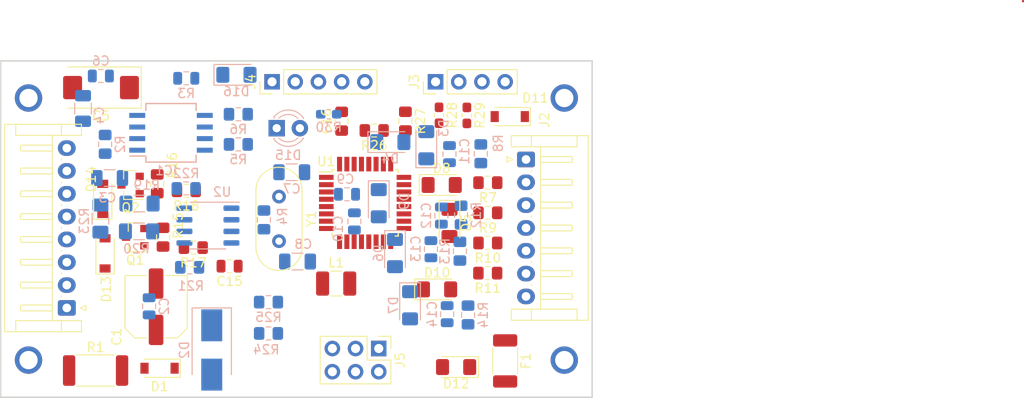
<source format=kicad_pcb>
(kicad_pcb (version 20171130) (host pcbnew 5.0.2-bee76a0~70~ubuntu18.04.1)

  (general
    (thickness 1.6)
    (drawings 4)
    (tracks 5)
    (zones 0)
    (modules 75)
    (nets 59)
  )

  (page A4)
  (layers
    (0 F.Cu signal)
    (31 B.Cu signal)
    (32 B.Adhes user)
    (33 F.Adhes user)
    (34 B.Paste user)
    (35 F.Paste user)
    (36 B.SilkS user)
    (37 F.SilkS user)
    (38 B.Mask user)
    (39 F.Mask user)
    (40 Dwgs.User user)
    (41 Cmts.User user)
    (42 Eco1.User user)
    (43 Eco2.User user)
    (44 Edge.Cuts user)
    (45 Margin user)
    (46 B.CrtYd user)
    (47 F.CrtYd user)
    (48 B.Fab user hide)
    (49 F.Fab user hide)
  )

  (setup
    (last_trace_width 0.25)
    (trace_clearance 0.2)
    (zone_clearance 0.508)
    (zone_45_only no)
    (trace_min 0.2)
    (segment_width 0.2)
    (edge_width 0.15)
    (via_size 0.8)
    (via_drill 0.4)
    (via_min_size 0.4)
    (via_min_drill 0.3)
    (uvia_size 0.3)
    (uvia_drill 0.1)
    (uvias_allowed no)
    (uvia_min_size 0.2)
    (uvia_min_drill 0.1)
    (pcb_text_width 0.3)
    (pcb_text_size 1.5 1.5)
    (mod_edge_width 0.15)
    (mod_text_size 1 1)
    (mod_text_width 0.15)
    (pad_size 1.524 1.524)
    (pad_drill 0.762)
    (pad_to_mask_clearance 0.051)
    (solder_mask_min_width 0.25)
    (aux_axis_origin 0 0)
    (grid_origin 62.23 162.56)
    (visible_elements 7FFFF7FF)
    (pcbplotparams
      (layerselection 0x010fc_ffffffff)
      (usegerberextensions false)
      (usegerberattributes false)
      (usegerberadvancedattributes false)
      (creategerberjobfile false)
      (excludeedgelayer true)
      (linewidth 0.100000)
      (plotframeref false)
      (viasonmask false)
      (mode 1)
      (useauxorigin false)
      (hpglpennumber 1)
      (hpglpenspeed 20)
      (hpglpendiameter 15.000000)
      (psnegative false)
      (psa4output false)
      (plotreference true)
      (plotvalue true)
      (plotinvisibletext false)
      (padsonsilk false)
      (subtractmaskfromsilk false)
      (outputformat 1)
      (mirror false)
      (drillshape 1)
      (scaleselection 1)
      (outputdirectory ""))
  )

  (net 0 "")
  (net 1 "Net-(IC1-Pad2)")
  (net 2 +12V)
  (net 3 "Net-(C1-Pad1)")
  (net 4 GND)
  (net 5 +5V)
  (net 6 "Net-(D1-Pad2)")
  (net 7 Reset)
  (net 8 "Net-(C4-Pad1)")
  (net 9 "Net-(C3-Pad1)")
  (net 10 D1_TX)
  (net 11 D0_RX)
  (net 12 D13_SCK)
  (net 13 D11_MOSI)
  (net 14 D10_SS)
  (net 15 "Net-(C14-Pad1)")
  (net 16 "Net-(C8-Pad2)")
  (net 17 "Net-(C7-Pad1)")
  (net 18 "Net-(C11-Pad1)")
  (net 19 "Net-(C12-Pad1)")
  (net 20 "Net-(C13-Pad1)")
  (net 21 D2_IN1)
  (net 22 A5_SCL)
  (net 23 A4_SDA)
  (net 24 A1_D15_IN4)
  (net 25 A0_D14_IN3)
  (net 26 A7)
  (net 27 AREF)
  (net 28 A6)
  (net 29 "Net-(C10-Pad1)")
  (net 30 D9#_OUT2)
  (net 31 D8_OUT1)
  (net 32 D3_IN2)
  (net 33 "Net-(F1-Pad1)")
  (net 34 "Net-(R19-Pad1)")
  (net 35 "Net-(J1-Pad8)")
  (net 36 "Net-(J1-Pad7)")
  (net 37 "Net-(R20-Pad1)")
  (net 38 "Net-(J2-Pad5)")
  (net 39 A3_D17_Battery_Voltage)
  (net 40 "Net-(J1-Pad5)")
  (net 41 D7_PJON_SWBB)
  (net 42 "Net-(Q2-Pad1)")
  (net 43 "Net-(J2-Pad6)")
  (net 44 "Net-(Q1-Pad1)")
  (net 45 A2_D16_Power_Sens)
  (net 46 "Net-(J2-Pad3)")
  (net 47 "Net-(J2-Pad4)")
  (net 48 "Net-(D14-Pad2)")
  (net 49 "Net-(D13-Pad2)")
  (net 50 D12_MISO)
  (net 51 D6_DE_RS485)
  (net 52 D5_swTX_RS485)
  (net 53 D4_swRX_RS485)
  (net 54 "Net-(D15-Pad2)")
  (net 55 "Net-(D12-Pad1)")
  (net 56 "Net-(D11-Pad1)")
  (net 57 "Net-(D16-Pad2)")
  (net 58 "Net-(C16-Pad2)")

  (net_class Default "Это класс цепей по умолчанию."
    (clearance 0.2)
    (trace_width 0.25)
    (via_dia 0.8)
    (via_drill 0.4)
    (uvia_dia 0.3)
    (uvia_drill 0.1)
    (add_net +12V)
    (add_net +5V)
    (add_net A0_D14_IN3)
    (add_net A1_D15_IN4)
    (add_net A2_D16_Power_Sens)
    (add_net A3_D17_Battery_Voltage)
    (add_net A4_SDA)
    (add_net A5_SCL)
    (add_net A6)
    (add_net A7)
    (add_net AREF)
    (add_net D0_RX)
    (add_net D10_SS)
    (add_net D11_MOSI)
    (add_net D12_MISO)
    (add_net D13_SCK)
    (add_net D1_TX)
    (add_net D2_IN1)
    (add_net D3_IN2)
    (add_net D4_swRX_RS485)
    (add_net D5_swTX_RS485)
    (add_net D6_DE_RS485)
    (add_net D7_PJON_SWBB)
    (add_net D8_OUT1)
    (add_net D9#_OUT2)
    (add_net GND)
    (add_net "Net-(C1-Pad1)")
    (add_net "Net-(C10-Pad1)")
    (add_net "Net-(C11-Pad1)")
    (add_net "Net-(C12-Pad1)")
    (add_net "Net-(C13-Pad1)")
    (add_net "Net-(C14-Pad1)")
    (add_net "Net-(C16-Pad2)")
    (add_net "Net-(C3-Pad1)")
    (add_net "Net-(C4-Pad1)")
    (add_net "Net-(C7-Pad1)")
    (add_net "Net-(C8-Pad2)")
    (add_net "Net-(D1-Pad2)")
    (add_net "Net-(D11-Pad1)")
    (add_net "Net-(D12-Pad1)")
    (add_net "Net-(D13-Pad2)")
    (add_net "Net-(D14-Pad2)")
    (add_net "Net-(D15-Pad2)")
    (add_net "Net-(D16-Pad2)")
    (add_net "Net-(F1-Pad1)")
    (add_net "Net-(IC1-Pad2)")
    (add_net "Net-(J1-Pad5)")
    (add_net "Net-(J1-Pad7)")
    (add_net "Net-(J1-Pad8)")
    (add_net "Net-(J2-Pad3)")
    (add_net "Net-(J2-Pad4)")
    (add_net "Net-(J2-Pad5)")
    (add_net "Net-(J2-Pad6)")
    (add_net "Net-(Q1-Pad1)")
    (add_net "Net-(Q2-Pad1)")
    (add_net "Net-(R19-Pad1)")
    (add_net "Net-(R20-Pad1)")
    (add_net Reset)
  )

  (module Resistor_SMD:R_0603_1608Metric_Pad1.05x0.95mm_HandSolder (layer B.Cu) (tedit 5B301BBD) (tstamp 5E0FE5D2)
    (at 98.157 131.572)
    (descr "Resistor SMD 0603 (1608 Metric), square (rectangular) end terminal, IPC_7351 nominal with elongated pad for handsoldering. (Body size source: http://www.tortai-tech.com/upload/download/2011102023233369053.pdf), generated with kicad-footprint-generator")
    (tags "resistor handsolder")
    (path /5E6E1FAE)
    (attr smd)
    (fp_text reference R30 (at 0 1.43) (layer B.SilkS)
      (effects (font (size 1 1) (thickness 0.15)) (justify mirror))
    )
    (fp_text value 1k (at 0 -1.43) (layer B.Fab)
      (effects (font (size 1 1) (thickness 0.15)) (justify mirror))
    )
    (fp_text user %R (at 0 0) (layer B.Fab)
      (effects (font (size 0.4 0.4) (thickness 0.06)) (justify mirror))
    )
    (fp_line (start 1.65 -0.73) (end -1.65 -0.73) (layer B.CrtYd) (width 0.05))
    (fp_line (start 1.65 0.73) (end 1.65 -0.73) (layer B.CrtYd) (width 0.05))
    (fp_line (start -1.65 0.73) (end 1.65 0.73) (layer B.CrtYd) (width 0.05))
    (fp_line (start -1.65 -0.73) (end -1.65 0.73) (layer B.CrtYd) (width 0.05))
    (fp_line (start -0.171267 -0.51) (end 0.171267 -0.51) (layer B.SilkS) (width 0.12))
    (fp_line (start -0.171267 0.51) (end 0.171267 0.51) (layer B.SilkS) (width 0.12))
    (fp_line (start 0.8 -0.4) (end -0.8 -0.4) (layer B.Fab) (width 0.1))
    (fp_line (start 0.8 0.4) (end 0.8 -0.4) (layer B.Fab) (width 0.1))
    (fp_line (start -0.8 0.4) (end 0.8 0.4) (layer B.Fab) (width 0.1))
    (fp_line (start -0.8 -0.4) (end -0.8 0.4) (layer B.Fab) (width 0.1))
    (pad 2 smd roundrect (at 0.875 0) (size 1.05 0.95) (layers B.Cu B.Paste B.Mask) (roundrect_rratio 0.25)
      (net 12 D13_SCK))
    (pad 1 smd roundrect (at -0.875 0) (size 1.05 0.95) (layers B.Cu B.Paste B.Mask) (roundrect_rratio 0.25)
      (net 54 "Net-(D15-Pad2)"))
    (model ${KISYS3DMOD}/Resistor_SMD.3dshapes/R_0603_1608Metric.wrl
      (at (xyz 0 0 0))
      (scale (xyz 1 1 1))
      (rotate (xyz 0 0 0))
    )
  )

  (module Diode_SMD:D_1206_3216Metric_Pad1.42x1.75mm_HandSolder (layer F.Cu) (tedit 5B4B45C8) (tstamp 5E0FCABB)
    (at 112.1045 159.258 180)
    (descr "Diode SMD 1206 (3216 Metric), square (rectangular) end terminal, IPC_7351 nominal, (Body size source: http://www.tortai-tech.com/upload/download/2011102023233369053.pdf), generated with kicad-footprint-generator")
    (tags "diode handsolder")
    (path /5E120C49)
    (attr smd)
    (fp_text reference D12 (at 0 -1.82 180) (layer F.SilkS)
      (effects (font (size 1 1) (thickness 0.15)))
    )
    (fp_text value 1n4148 (at 0 1.82 180) (layer F.Fab) hide
      (effects (font (size 1 1) (thickness 0.15)))
    )
    (fp_text user %R (at 0 0 180) (layer F.Fab)
      (effects (font (size 0.8 0.8) (thickness 0.12)))
    )
    (fp_line (start 2.45 1.12) (end -2.45 1.12) (layer F.CrtYd) (width 0.05))
    (fp_line (start 2.45 -1.12) (end 2.45 1.12) (layer F.CrtYd) (width 0.05))
    (fp_line (start -2.45 -1.12) (end 2.45 -1.12) (layer F.CrtYd) (width 0.05))
    (fp_line (start -2.45 1.12) (end -2.45 -1.12) (layer F.CrtYd) (width 0.05))
    (fp_line (start -2.46 1.135) (end 1.6 1.135) (layer F.SilkS) (width 0.12))
    (fp_line (start -2.46 -1.135) (end -2.46 1.135) (layer F.SilkS) (width 0.12))
    (fp_line (start 1.6 -1.135) (end -2.46 -1.135) (layer F.SilkS) (width 0.12))
    (fp_line (start 1.6 0.8) (end 1.6 -0.8) (layer F.Fab) (width 0.1))
    (fp_line (start -1.6 0.8) (end 1.6 0.8) (layer F.Fab) (width 0.1))
    (fp_line (start -1.6 -0.4) (end -1.6 0.8) (layer F.Fab) (width 0.1))
    (fp_line (start -1.2 -0.8) (end -1.6 -0.4) (layer F.Fab) (width 0.1))
    (fp_line (start 1.6 -0.8) (end -1.2 -0.8) (layer F.Fab) (width 0.1))
    (pad 2 smd roundrect (at 1.4875 0 180) (size 1.425 1.75) (layers F.Cu F.Paste F.Mask) (roundrect_rratio 0.175439)
      (net 5 +5V))
    (pad 1 smd roundrect (at -1.4875 0 180) (size 1.425 1.75) (layers F.Cu F.Paste F.Mask) (roundrect_rratio 0.175439)
      (net 55 "Net-(D12-Pad1)"))
    (model ${KISYS3DMOD}/Diode_SMD.3dshapes/D_1206_3216Metric.wrl
      (at (xyz 0 0 0))
      (scale (xyz 1 1 1))
      (rotate (xyz 0 0 0))
    )
  )

  (module Package_SO:SO-8_3.9x4.9mm_P1.27mm (layer B.Cu) (tedit 5D9F72B1) (tstamp 5E0F76E9)
    (at 84.928 143.764 180)
    (descr "SO, 8 Pin (https://www.nxp.com/docs/en/data-sheet/PCF8523.pdf), generated with kicad-footprint-generator ipc_gullwing_generator.py")
    (tags "SO SO")
    (path /5E1674F4)
    (attr smd)
    (fp_text reference U2 (at -1.559 3.683 180) (layer B.SilkS)
      (effects (font (size 1 1) (thickness 0.15)) (justify mirror))
    )
    (fp_text value MAX485E (at 0 -3.4 180) (layer B.Fab)
      (effects (font (size 1 1) (thickness 0.15)) (justify mirror))
    )
    (fp_text user %R (at 0 0 180) (layer B.Fab)
      (effects (font (size 0.98 0.98) (thickness 0.15)) (justify mirror))
    )
    (fp_line (start 3.7 2.7) (end -3.7 2.7) (layer B.CrtYd) (width 0.05))
    (fp_line (start 3.7 -2.7) (end 3.7 2.7) (layer B.CrtYd) (width 0.05))
    (fp_line (start -3.7 -2.7) (end 3.7 -2.7) (layer B.CrtYd) (width 0.05))
    (fp_line (start -3.7 2.7) (end -3.7 -2.7) (layer B.CrtYd) (width 0.05))
    (fp_line (start -1.95 1.475) (end -0.975 2.45) (layer B.Fab) (width 0.1))
    (fp_line (start -1.95 -2.45) (end -1.95 1.475) (layer B.Fab) (width 0.1))
    (fp_line (start 1.95 -2.45) (end -1.95 -2.45) (layer B.Fab) (width 0.1))
    (fp_line (start 1.95 2.45) (end 1.95 -2.45) (layer B.Fab) (width 0.1))
    (fp_line (start -0.975 2.45) (end 1.95 2.45) (layer B.Fab) (width 0.1))
    (fp_line (start 0 2.56) (end -3.45 2.56) (layer B.SilkS) (width 0.12))
    (fp_line (start 0 2.56) (end 1.95 2.56) (layer B.SilkS) (width 0.12))
    (fp_line (start 0 -2.56) (end -1.95 -2.56) (layer B.SilkS) (width 0.12))
    (fp_line (start 0 -2.56) (end 1.95 -2.56) (layer B.SilkS) (width 0.12))
    (pad 8 smd roundrect (at 2.575 1.905 180) (size 1.75 0.6) (layers B.Cu B.Paste B.Mask) (roundrect_rratio 0.25)
      (net 5 +5V))
    (pad 7 smd roundrect (at 2.575 0.635 180) (size 1.75 0.6) (layers B.Cu B.Paste B.Mask) (roundrect_rratio 0.25)
      (net 34 "Net-(R19-Pad1)"))
    (pad 6 smd roundrect (at 2.575 -0.635 180) (size 1.75 0.6) (layers B.Cu B.Paste B.Mask) (roundrect_rratio 0.25)
      (net 37 "Net-(R20-Pad1)"))
    (pad 5 smd roundrect (at 2.575 -1.905 180) (size 1.75 0.6) (layers B.Cu B.Paste B.Mask) (roundrect_rratio 0.25)
      (net 4 GND))
    (pad 4 smd roundrect (at -2.575 -1.905 180) (size 1.75 0.6) (layers B.Cu B.Paste B.Mask) (roundrect_rratio 0.25)
      (net 52 D5_swTX_RS485))
    (pad 3 smd roundrect (at -2.575 -0.635 180) (size 1.75 0.6) (layers B.Cu B.Paste B.Mask) (roundrect_rratio 0.25)
      (net 51 D6_DE_RS485))
    (pad 2 smd roundrect (at -2.575 0.635 180) (size 1.75 0.6) (layers B.Cu B.Paste B.Mask) (roundrect_rratio 0.25)
      (net 51 D6_DE_RS485))
    (pad 1 smd roundrect (at -2.575 1.905 180) (size 1.75 0.6) (layers B.Cu B.Paste B.Mask) (roundrect_rratio 0.25)
      (net 53 D4_swRX_RS485))
    (model ${KISYS3DMOD}/Package_SO.3dshapes/SO-8_3.9x4.9mm_P1.27mm.wrl
      (at (xyz 0 0 0))
      (scale (xyz 1 1 1))
      (rotate (xyz 0 0 0))
    )
  )

  (module LED_THT:LED_D3.0mm (layer B.Cu) (tedit 587A3A7B) (tstamp 5E0F7768)
    (at 92.456 133.096)
    (descr "LED, diameter 3.0mm, 2 pins")
    (tags "LED diameter 3.0mm 2 pins")
    (path /5E6BB9C7)
    (fp_text reference D15 (at 1.27 2.96) (layer B.SilkS)
      (effects (font (size 1 1) (thickness 0.15)) (justify mirror))
    )
    (fp_text value LED (at 1.27 -2.96) (layer B.Fab)
      (effects (font (size 1 1) (thickness 0.15)) (justify mirror))
    )
    (fp_line (start 3.7 2.25) (end -1.15 2.25) (layer B.CrtYd) (width 0.05))
    (fp_line (start 3.7 -2.25) (end 3.7 2.25) (layer B.CrtYd) (width 0.05))
    (fp_line (start -1.15 -2.25) (end 3.7 -2.25) (layer B.CrtYd) (width 0.05))
    (fp_line (start -1.15 2.25) (end -1.15 -2.25) (layer B.CrtYd) (width 0.05))
    (fp_line (start -0.29 -1.08) (end -0.29 -1.236) (layer B.SilkS) (width 0.12))
    (fp_line (start -0.29 1.236) (end -0.29 1.08) (layer B.SilkS) (width 0.12))
    (fp_line (start -0.23 1.16619) (end -0.23 -1.16619) (layer B.Fab) (width 0.1))
    (fp_circle (center 1.27 0) (end 2.77 0) (layer B.Fab) (width 0.1))
    (fp_arc (start 1.27 0) (end 0.229039 -1.08) (angle 87.9) (layer B.SilkS) (width 0.12))
    (fp_arc (start 1.27 0) (end 0.229039 1.08) (angle -87.9) (layer B.SilkS) (width 0.12))
    (fp_arc (start 1.27 0) (end -0.29 -1.235516) (angle 108.8) (layer B.SilkS) (width 0.12))
    (fp_arc (start 1.27 0) (end -0.29 1.235516) (angle -108.8) (layer B.SilkS) (width 0.12))
    (fp_arc (start 1.27 0) (end -0.23 1.16619) (angle -284.3) (layer B.Fab) (width 0.1))
    (pad 2 thru_hole circle (at 2.54 0) (size 1.8 1.8) (drill 0.9) (layers *.Cu *.Mask)
      (net 54 "Net-(D15-Pad2)"))
    (pad 1 thru_hole rect (at 0 0) (size 1.8 1.8) (drill 0.9) (layers *.Cu *.Mask)
      (net 4 GND))
    (model ${KISYS3DMOD}/LED_THT.3dshapes/LED_D3.0mm.wrl
      (at (xyz 0 0 0))
      (scale (xyz 1 1 1))
      (rotate (xyz 0 0 0))
    )
  )

  (module Capacitor_SMD:C_0805_2012Metric (layer F.Cu) (tedit 5B36C52B) (tstamp 5E218BD2)
    (at 87.2975 148.209 180)
    (descr "Capacitor SMD 0805 (2012 Metric), square (rectangular) end terminal, IPC_7351 nominal, (Body size source: https://docs.google.com/spreadsheets/d/1BsfQQcO9C6DZCsRaXUlFlo91Tg2WpOkGARC1WS5S8t0/edit?usp=sharing), generated with kicad-footprint-generator")
    (tags capacitor)
    (path /5E223A91)
    (attr smd)
    (fp_text reference C15 (at 0 -1.65 180) (layer F.SilkS)
      (effects (font (size 1 1) (thickness 0.15)))
    )
    (fp_text value 100n (at 0 1.65 180) (layer F.Fab)
      (effects (font (size 1 1) (thickness 0.15)))
    )
    (fp_text user %R (at 0 0 180) (layer F.Fab)
      (effects (font (size 0.5 0.5) (thickness 0.08)))
    )
    (fp_line (start 1.68 0.95) (end -1.68 0.95) (layer F.CrtYd) (width 0.05))
    (fp_line (start 1.68 -0.95) (end 1.68 0.95) (layer F.CrtYd) (width 0.05))
    (fp_line (start -1.68 -0.95) (end 1.68 -0.95) (layer F.CrtYd) (width 0.05))
    (fp_line (start -1.68 0.95) (end -1.68 -0.95) (layer F.CrtYd) (width 0.05))
    (fp_line (start -0.258578 0.71) (end 0.258578 0.71) (layer F.SilkS) (width 0.12))
    (fp_line (start -0.258578 -0.71) (end 0.258578 -0.71) (layer F.SilkS) (width 0.12))
    (fp_line (start 1 0.6) (end -1 0.6) (layer F.Fab) (width 0.1))
    (fp_line (start 1 -0.6) (end 1 0.6) (layer F.Fab) (width 0.1))
    (fp_line (start -1 -0.6) (end 1 -0.6) (layer F.Fab) (width 0.1))
    (fp_line (start -1 0.6) (end -1 -0.6) (layer F.Fab) (width 0.1))
    (pad 2 smd roundrect (at 0.9375 0 180) (size 0.975 1.4) (layers F.Cu F.Paste F.Mask) (roundrect_rratio 0.25)
      (net 4 GND))
    (pad 1 smd roundrect (at -0.9375 0 180) (size 0.975 1.4) (layers F.Cu F.Paste F.Mask) (roundrect_rratio 0.25)
      (net 5 +5V))
    (model ${KISYS3DMOD}/Capacitor_SMD.3dshapes/C_0805_2012Metric.wrl
      (at (xyz 0 0 0))
      (scale (xyz 1 1 1))
      (rotate (xyz 0 0 0))
    )
  )

  (module Capacitor_SMD:C_0805_2012Metric_Pad1.15x1.40mm_HandSolder (layer F.Cu) (tedit 5B36C52B) (tstamp 5E218BA1)
    (at 99.568 132.334 90)
    (descr "Capacitor SMD 0805 (2012 Metric), square (rectangular) end terminal, IPC_7351 nominal with elongated pad for handsoldering. (Body size source: https://docs.google.com/spreadsheets/d/1BsfQQcO9C6DZCsRaXUlFlo91Tg2WpOkGARC1WS5S8t0/edit?usp=sharing), generated with kicad-footprint-generator")
    (tags "capacitor handsolder")
    (path /5EA1CCBF)
    (attr smd)
    (fp_text reference C16 (at 0 -1.65 90) (layer F.SilkS)
      (effects (font (size 1 1) (thickness 0.15)))
    )
    (fp_text value 100n (at 0 1.65 90) (layer F.Fab)
      (effects (font (size 1 1) (thickness 0.15)))
    )
    (fp_text user %R (at 0 0 90) (layer F.Fab)
      (effects (font (size 0.5 0.5) (thickness 0.08)))
    )
    (fp_line (start 1.85 0.95) (end -1.85 0.95) (layer F.CrtYd) (width 0.05))
    (fp_line (start 1.85 -0.95) (end 1.85 0.95) (layer F.CrtYd) (width 0.05))
    (fp_line (start -1.85 -0.95) (end 1.85 -0.95) (layer F.CrtYd) (width 0.05))
    (fp_line (start -1.85 0.95) (end -1.85 -0.95) (layer F.CrtYd) (width 0.05))
    (fp_line (start -0.261252 0.71) (end 0.261252 0.71) (layer F.SilkS) (width 0.12))
    (fp_line (start -0.261252 -0.71) (end 0.261252 -0.71) (layer F.SilkS) (width 0.12))
    (fp_line (start 1 0.6) (end -1 0.6) (layer F.Fab) (width 0.1))
    (fp_line (start 1 -0.6) (end 1 0.6) (layer F.Fab) (width 0.1))
    (fp_line (start -1 -0.6) (end 1 -0.6) (layer F.Fab) (width 0.1))
    (fp_line (start -1 0.6) (end -1 -0.6) (layer F.Fab) (width 0.1))
    (pad 2 smd roundrect (at 1.025 0 90) (size 1.15 1.4) (layers F.Cu F.Paste F.Mask) (roundrect_rratio 0.217391)
      (net 58 "Net-(C16-Pad2)"))
    (pad 1 smd roundrect (at -1.025 0 90) (size 1.15 1.4) (layers F.Cu F.Paste F.Mask) (roundrect_rratio 0.217391)
      (net 7 Reset))
    (model ${KISYS3DMOD}/Capacitor_SMD.3dshapes/C_0805_2012Metric.wrl
      (at (xyz 0 0 0))
      (scale (xyz 1 1 1))
      (rotate (xyz 0 0 0))
    )
  )

  (module Connector_JST:JST_EH_S7B-EH_1x07_P2.50mm_Horizontal (layer F.Cu) (tedit 5C281425) (tstamp 5E218AA6)
    (at 119.761 136.525 270)
    (descr "JST EH series connector, S7B-EH (http://www.jst-mfg.com/product/pdf/eng/eEH.pdf), generated with kicad-footprint-generator")
    (tags "connector JST EH horizontal")
    (path /5E1C0779)
    (fp_text reference J2 (at -4.318 -2.032 270) (layer F.SilkS)
      (effects (font (size 1 1) (thickness 0.15)))
    )
    (fp_text value Inputs (at 7.5 2.7 270) (layer F.Fab)
      (effects (font (size 1 1) (thickness 0.15)))
    )
    (fp_text user %R (at 7.5 -2.6 270) (layer F.Fab)
      (effects (font (size 1 1) (thickness 0.15)))
    )
    (fp_line (start 0 -1.407107) (end 0.5 -0.7) (layer F.Fab) (width 0.1))
    (fp_line (start -0.5 -0.7) (end 0 -1.407107) (layer F.Fab) (width 0.1))
    (fp_line (start 0.3 2.1) (end 0 1.5) (layer F.SilkS) (width 0.12))
    (fp_line (start -0.3 2.1) (end 0.3 2.1) (layer F.SilkS) (width 0.12))
    (fp_line (start 0 1.5) (end -0.3 2.1) (layer F.SilkS) (width 0.12))
    (fp_line (start 15.32 -1.59) (end 15 -1.59) (layer F.SilkS) (width 0.12))
    (fp_line (start 15.32 -5.01) (end 15.32 -1.59) (layer F.SilkS) (width 0.12))
    (fp_line (start 15 -5.09) (end 15.32 -5.01) (layer F.SilkS) (width 0.12))
    (fp_line (start 14.68 -5.01) (end 15 -5.09) (layer F.SilkS) (width 0.12))
    (fp_line (start 14.68 -1.59) (end 14.68 -5.01) (layer F.SilkS) (width 0.12))
    (fp_line (start 15 -1.59) (end 14.68 -1.59) (layer F.SilkS) (width 0.12))
    (fp_line (start 13.67 -0.59) (end 13.83 -0.59) (layer F.SilkS) (width 0.12))
    (fp_line (start 12.82 -1.59) (end 12.5 -1.59) (layer F.SilkS) (width 0.12))
    (fp_line (start 12.82 -5.01) (end 12.82 -1.59) (layer F.SilkS) (width 0.12))
    (fp_line (start 12.5 -5.09) (end 12.82 -5.01) (layer F.SilkS) (width 0.12))
    (fp_line (start 12.18 -5.01) (end 12.5 -5.09) (layer F.SilkS) (width 0.12))
    (fp_line (start 12.18 -1.59) (end 12.18 -5.01) (layer F.SilkS) (width 0.12))
    (fp_line (start 12.5 -1.59) (end 12.18 -1.59) (layer F.SilkS) (width 0.12))
    (fp_line (start 11.17 -0.59) (end 11.33 -0.59) (layer F.SilkS) (width 0.12))
    (fp_line (start 10.32 -1.59) (end 10 -1.59) (layer F.SilkS) (width 0.12))
    (fp_line (start 10.32 -5.01) (end 10.32 -1.59) (layer F.SilkS) (width 0.12))
    (fp_line (start 10 -5.09) (end 10.32 -5.01) (layer F.SilkS) (width 0.12))
    (fp_line (start 9.68 -5.01) (end 10 -5.09) (layer F.SilkS) (width 0.12))
    (fp_line (start 9.68 -1.59) (end 9.68 -5.01) (layer F.SilkS) (width 0.12))
    (fp_line (start 10 -1.59) (end 9.68 -1.59) (layer F.SilkS) (width 0.12))
    (fp_line (start 8.67 -0.59) (end 8.83 -0.59) (layer F.SilkS) (width 0.12))
    (fp_line (start 7.82 -1.59) (end 7.5 -1.59) (layer F.SilkS) (width 0.12))
    (fp_line (start 7.82 -5.01) (end 7.82 -1.59) (layer F.SilkS) (width 0.12))
    (fp_line (start 7.5 -5.09) (end 7.82 -5.01) (layer F.SilkS) (width 0.12))
    (fp_line (start 7.18 -5.01) (end 7.5 -5.09) (layer F.SilkS) (width 0.12))
    (fp_line (start 7.18 -1.59) (end 7.18 -5.01) (layer F.SilkS) (width 0.12))
    (fp_line (start 7.5 -1.59) (end 7.18 -1.59) (layer F.SilkS) (width 0.12))
    (fp_line (start 6.17 -0.59) (end 6.33 -0.59) (layer F.SilkS) (width 0.12))
    (fp_line (start 5.32 -1.59) (end 5 -1.59) (layer F.SilkS) (width 0.12))
    (fp_line (start 5.32 -5.01) (end 5.32 -1.59) (layer F.SilkS) (width 0.12))
    (fp_line (start 5 -5.09) (end 5.32 -5.01) (layer F.SilkS) (width 0.12))
    (fp_line (start 4.68 -5.01) (end 5 -5.09) (layer F.SilkS) (width 0.12))
    (fp_line (start 4.68 -1.59) (end 4.68 -5.01) (layer F.SilkS) (width 0.12))
    (fp_line (start 5 -1.59) (end 4.68 -1.59) (layer F.SilkS) (width 0.12))
    (fp_line (start 3.67 -0.59) (end 3.83 -0.59) (layer F.SilkS) (width 0.12))
    (fp_line (start 2.82 -1.59) (end 2.5 -1.59) (layer F.SilkS) (width 0.12))
    (fp_line (start 2.82 -5.01) (end 2.82 -1.59) (layer F.SilkS) (width 0.12))
    (fp_line (start 2.5 -5.09) (end 2.82 -5.01) (layer F.SilkS) (width 0.12))
    (fp_line (start 2.18 -5.01) (end 2.5 -5.09) (layer F.SilkS) (width 0.12))
    (fp_line (start 2.18 -1.59) (end 2.18 -5.01) (layer F.SilkS) (width 0.12))
    (fp_line (start 2.5 -1.59) (end 2.18 -1.59) (layer F.SilkS) (width 0.12))
    (fp_line (start 1.17 -0.59) (end 1.33 -0.59) (layer F.SilkS) (width 0.12))
    (fp_line (start 0.32 -1.59) (end 0 -1.59) (layer F.SilkS) (width 0.12))
    (fp_line (start 0.32 -5.01) (end 0.32 -1.59) (layer F.SilkS) (width 0.12))
    (fp_line (start 0 -5.09) (end 0.32 -5.01) (layer F.SilkS) (width 0.12))
    (fp_line (start -0.32 -5.01) (end 0 -5.09) (layer F.SilkS) (width 0.12))
    (fp_line (start -0.32 -1.59) (end -0.32 -5.01) (layer F.SilkS) (width 0.12))
    (fp_line (start 0 -1.59) (end -0.32 -1.59) (layer F.SilkS) (width 0.12))
    (fp_line (start -1.39 -1.59) (end 16.39 -1.59) (layer F.SilkS) (width 0.12))
    (fp_line (start 16.39 -0.59) (end 17.61 -0.59) (layer F.SilkS) (width 0.12))
    (fp_line (start 16.39 -5.59) (end 16.39 -0.59) (layer F.SilkS) (width 0.12))
    (fp_line (start 17.61 -5.59) (end 16.39 -5.59) (layer F.SilkS) (width 0.12))
    (fp_line (start -1.39 -0.59) (end -2.61 -0.59) (layer F.SilkS) (width 0.12))
    (fp_line (start -1.39 -5.59) (end -1.39 -0.59) (layer F.SilkS) (width 0.12))
    (fp_line (start -2.61 -5.59) (end -1.39 -5.59) (layer F.SilkS) (width 0.12))
    (fp_line (start 16.39 1.61) (end 16.39 -0.59) (layer F.SilkS) (width 0.12))
    (fp_line (start 17.61 1.61) (end 16.39 1.61) (layer F.SilkS) (width 0.12))
    (fp_line (start 17.61 -6.81) (end 17.61 1.61) (layer F.SilkS) (width 0.12))
    (fp_line (start -2.61 -6.81) (end 17.61 -6.81) (layer F.SilkS) (width 0.12))
    (fp_line (start -2.61 1.61) (end -2.61 -6.81) (layer F.SilkS) (width 0.12))
    (fp_line (start -1.39 1.61) (end -2.61 1.61) (layer F.SilkS) (width 0.12))
    (fp_line (start -1.39 -0.59) (end -1.39 1.61) (layer F.SilkS) (width 0.12))
    (fp_line (start 18 -7.2) (end -3 -7.2) (layer F.CrtYd) (width 0.05))
    (fp_line (start 18 2) (end 18 -7.2) (layer F.CrtYd) (width 0.05))
    (fp_line (start -3 2) (end 18 2) (layer F.CrtYd) (width 0.05))
    (fp_line (start -3 -7.2) (end -3 2) (layer F.CrtYd) (width 0.05))
    (fp_line (start 16.5 -0.7) (end -1.5 -0.7) (layer F.Fab) (width 0.1))
    (fp_line (start 16.5 1.5) (end 16.5 -0.7) (layer F.Fab) (width 0.1))
    (fp_line (start 17.5 1.5) (end 16.5 1.5) (layer F.Fab) (width 0.1))
    (fp_line (start 17.5 -6.7) (end 17.5 1.5) (layer F.Fab) (width 0.1))
    (fp_line (start -2.5 -6.7) (end 17.5 -6.7) (layer F.Fab) (width 0.1))
    (fp_line (start -2.5 1.5) (end -2.5 -6.7) (layer F.Fab) (width 0.1))
    (fp_line (start -1.5 1.5) (end -2.5 1.5) (layer F.Fab) (width 0.1))
    (fp_line (start -1.5 -0.7) (end -1.5 1.5) (layer F.Fab) (width 0.1))
    (pad 7 thru_hole oval (at 15 0 270) (size 1.7 1.95) (drill 0.95) (layers *.Cu *.Mask)
      (net 33 "Net-(F1-Pad1)"))
    (pad 6 thru_hole oval (at 12.5 0 270) (size 1.7 1.95) (drill 0.95) (layers *.Cu *.Mask)
      (net 43 "Net-(J2-Pad6)"))
    (pad 5 thru_hole oval (at 10 0 270) (size 1.7 1.95) (drill 0.95) (layers *.Cu *.Mask)
      (net 38 "Net-(J2-Pad5)"))
    (pad 4 thru_hole oval (at 7.5 0 270) (size 1.7 1.95) (drill 0.95) (layers *.Cu *.Mask)
      (net 47 "Net-(J2-Pad4)"))
    (pad 3 thru_hole oval (at 5 0 270) (size 1.7 1.95) (drill 0.95) (layers *.Cu *.Mask)
      (net 46 "Net-(J2-Pad3)"))
    (pad 2 thru_hole oval (at 2.5 0 270) (size 1.7 1.95) (drill 0.95) (layers *.Cu *.Mask)
      (net 4 GND))
    (pad 1 thru_hole roundrect (at 0 0 270) (size 1.7 1.95) (drill 0.95) (layers *.Cu *.Mask) (roundrect_rratio 0.147059)
      (net 56 "Net-(D11-Pad1)"))
    (model ${KISYS3DMOD}/Connector_JST.3dshapes/JST_EH_S7B-EH_1x07_P2.50mm_Horizontal.wrl
      (at (xyz 0 0 0))
      (scale (xyz 1 1 1))
      (rotate (xyz 0 0 0))
    )
  )

  (module Connector_JST:JST_EH_S8B-EH_1x08_P2.50mm_Horizontal (layer F.Cu) (tedit 5C281425) (tstamp 5E218A4B)
    (at 69.469 152.781 90)
    (descr "JST EH series connector, S8B-EH (http://www.jst-mfg.com/product/pdf/eng/eEH.pdf), generated with kicad-footprint-generator")
    (tags "connector JST EH horizontal")
    (path /5E112F92)
    (fp_text reference J1 (at 8.75 -7.9 90) (layer F.SilkS) hide
      (effects (font (size 1 1) (thickness 0.15)))
    )
    (fp_text value Outputs+Supply (at 8.75 2.7 90) (layer F.Fab)
      (effects (font (size 1 1) (thickness 0.15)))
    )
    (fp_text user %R (at 8.75 -2.6 90) (layer F.Fab)
      (effects (font (size 1 1) (thickness 0.15)))
    )
    (fp_line (start 0 -1.407107) (end 0.5 -0.7) (layer F.Fab) (width 0.1))
    (fp_line (start -0.5 -0.7) (end 0 -1.407107) (layer F.Fab) (width 0.1))
    (fp_line (start 0.3 2.1) (end 0 1.5) (layer F.SilkS) (width 0.12))
    (fp_line (start -0.3 2.1) (end 0.3 2.1) (layer F.SilkS) (width 0.12))
    (fp_line (start 0 1.5) (end -0.3 2.1) (layer F.SilkS) (width 0.12))
    (fp_line (start 17.82 -1.59) (end 17.5 -1.59) (layer F.SilkS) (width 0.12))
    (fp_line (start 17.82 -5.01) (end 17.82 -1.59) (layer F.SilkS) (width 0.12))
    (fp_line (start 17.5 -5.09) (end 17.82 -5.01) (layer F.SilkS) (width 0.12))
    (fp_line (start 17.18 -5.01) (end 17.5 -5.09) (layer F.SilkS) (width 0.12))
    (fp_line (start 17.18 -1.59) (end 17.18 -5.01) (layer F.SilkS) (width 0.12))
    (fp_line (start 17.5 -1.59) (end 17.18 -1.59) (layer F.SilkS) (width 0.12))
    (fp_line (start 16.17 -0.59) (end 16.33 -0.59) (layer F.SilkS) (width 0.12))
    (fp_line (start 15.32 -1.59) (end 15 -1.59) (layer F.SilkS) (width 0.12))
    (fp_line (start 15.32 -5.01) (end 15.32 -1.59) (layer F.SilkS) (width 0.12))
    (fp_line (start 15 -5.09) (end 15.32 -5.01) (layer F.SilkS) (width 0.12))
    (fp_line (start 14.68 -5.01) (end 15 -5.09) (layer F.SilkS) (width 0.12))
    (fp_line (start 14.68 -1.59) (end 14.68 -5.01) (layer F.SilkS) (width 0.12))
    (fp_line (start 15 -1.59) (end 14.68 -1.59) (layer F.SilkS) (width 0.12))
    (fp_line (start 13.67 -0.59) (end 13.83 -0.59) (layer F.SilkS) (width 0.12))
    (fp_line (start 12.82 -1.59) (end 12.5 -1.59) (layer F.SilkS) (width 0.12))
    (fp_line (start 12.82 -5.01) (end 12.82 -1.59) (layer F.SilkS) (width 0.12))
    (fp_line (start 12.5 -5.09) (end 12.82 -5.01) (layer F.SilkS) (width 0.12))
    (fp_line (start 12.18 -5.01) (end 12.5 -5.09) (layer F.SilkS) (width 0.12))
    (fp_line (start 12.18 -1.59) (end 12.18 -5.01) (layer F.SilkS) (width 0.12))
    (fp_line (start 12.5 -1.59) (end 12.18 -1.59) (layer F.SilkS) (width 0.12))
    (fp_line (start 11.17 -0.59) (end 11.33 -0.59) (layer F.SilkS) (width 0.12))
    (fp_line (start 10.32 -1.59) (end 10 -1.59) (layer F.SilkS) (width 0.12))
    (fp_line (start 10.32 -5.01) (end 10.32 -1.59) (layer F.SilkS) (width 0.12))
    (fp_line (start 10 -5.09) (end 10.32 -5.01) (layer F.SilkS) (width 0.12))
    (fp_line (start 9.68 -5.01) (end 10 -5.09) (layer F.SilkS) (width 0.12))
    (fp_line (start 9.68 -1.59) (end 9.68 -5.01) (layer F.SilkS) (width 0.12))
    (fp_line (start 10 -1.59) (end 9.68 -1.59) (layer F.SilkS) (width 0.12))
    (fp_line (start 8.67 -0.59) (end 8.83 -0.59) (layer F.SilkS) (width 0.12))
    (fp_line (start 7.82 -1.59) (end 7.5 -1.59) (layer F.SilkS) (width 0.12))
    (fp_line (start 7.82 -5.01) (end 7.82 -1.59) (layer F.SilkS) (width 0.12))
    (fp_line (start 7.5 -5.09) (end 7.82 -5.01) (layer F.SilkS) (width 0.12))
    (fp_line (start 7.18 -5.01) (end 7.5 -5.09) (layer F.SilkS) (width 0.12))
    (fp_line (start 7.18 -1.59) (end 7.18 -5.01) (layer F.SilkS) (width 0.12))
    (fp_line (start 7.5 -1.59) (end 7.18 -1.59) (layer F.SilkS) (width 0.12))
    (fp_line (start 6.17 -0.59) (end 6.33 -0.59) (layer F.SilkS) (width 0.12))
    (fp_line (start 5.32 -1.59) (end 5 -1.59) (layer F.SilkS) (width 0.12))
    (fp_line (start 5.32 -5.01) (end 5.32 -1.59) (layer F.SilkS) (width 0.12))
    (fp_line (start 5 -5.09) (end 5.32 -5.01) (layer F.SilkS) (width 0.12))
    (fp_line (start 4.68 -5.01) (end 5 -5.09) (layer F.SilkS) (width 0.12))
    (fp_line (start 4.68 -1.59) (end 4.68 -5.01) (layer F.SilkS) (width 0.12))
    (fp_line (start 5 -1.59) (end 4.68 -1.59) (layer F.SilkS) (width 0.12))
    (fp_line (start 3.67 -0.59) (end 3.83 -0.59) (layer F.SilkS) (width 0.12))
    (fp_line (start 2.82 -1.59) (end 2.5 -1.59) (layer F.SilkS) (width 0.12))
    (fp_line (start 2.82 -5.01) (end 2.82 -1.59) (layer F.SilkS) (width 0.12))
    (fp_line (start 2.5 -5.09) (end 2.82 -5.01) (layer F.SilkS) (width 0.12))
    (fp_line (start 2.18 -5.01) (end 2.5 -5.09) (layer F.SilkS) (width 0.12))
    (fp_line (start 2.18 -1.59) (end 2.18 -5.01) (layer F.SilkS) (width 0.12))
    (fp_line (start 2.5 -1.59) (end 2.18 -1.59) (layer F.SilkS) (width 0.12))
    (fp_line (start 1.17 -0.59) (end 1.33 -0.59) (layer F.SilkS) (width 0.12))
    (fp_line (start 0.32 -1.59) (end 0 -1.59) (layer F.SilkS) (width 0.12))
    (fp_line (start 0.32 -5.01) (end 0.32 -1.59) (layer F.SilkS) (width 0.12))
    (fp_line (start 0 -5.09) (end 0.32 -5.01) (layer F.SilkS) (width 0.12))
    (fp_line (start -0.32 -5.01) (end 0 -5.09) (layer F.SilkS) (width 0.12))
    (fp_line (start -0.32 -1.59) (end -0.32 -5.01) (layer F.SilkS) (width 0.12))
    (fp_line (start 0 -1.59) (end -0.32 -1.59) (layer F.SilkS) (width 0.12))
    (fp_line (start -1.39 -1.59) (end 18.89 -1.59) (layer F.SilkS) (width 0.12))
    (fp_line (start 18.89 -0.59) (end 20.11 -0.59) (layer F.SilkS) (width 0.12))
    (fp_line (start 18.89 -5.59) (end 18.89 -0.59) (layer F.SilkS) (width 0.12))
    (fp_line (start 20.11 -5.59) (end 18.89 -5.59) (layer F.SilkS) (width 0.12))
    (fp_line (start -1.39 -0.59) (end -2.61 -0.59) (layer F.SilkS) (width 0.12))
    (fp_line (start -1.39 -5.59) (end -1.39 -0.59) (layer F.SilkS) (width 0.12))
    (fp_line (start -2.61 -5.59) (end -1.39 -5.59) (layer F.SilkS) (width 0.12))
    (fp_line (start 18.89 1.61) (end 18.89 -0.59) (layer F.SilkS) (width 0.12))
    (fp_line (start 20.11 1.61) (end 18.89 1.61) (layer F.SilkS) (width 0.12))
    (fp_line (start 20.11 -6.81) (end 20.11 1.61) (layer F.SilkS) (width 0.12))
    (fp_line (start -2.61 -6.81) (end 20.11 -6.81) (layer F.SilkS) (width 0.12))
    (fp_line (start -2.61 1.61) (end -2.61 -6.81) (layer F.SilkS) (width 0.12))
    (fp_line (start -1.39 1.61) (end -2.61 1.61) (layer F.SilkS) (width 0.12))
    (fp_line (start -1.39 -0.59) (end -1.39 1.61) (layer F.SilkS) (width 0.12))
    (fp_line (start 20.5 -7.2) (end -3 -7.2) (layer F.CrtYd) (width 0.05))
    (fp_line (start 20.5 2) (end 20.5 -7.2) (layer F.CrtYd) (width 0.05))
    (fp_line (start -3 2) (end 20.5 2) (layer F.CrtYd) (width 0.05))
    (fp_line (start -3 -7.2) (end -3 2) (layer F.CrtYd) (width 0.05))
    (fp_line (start 19 -0.7) (end -1.5 -0.7) (layer F.Fab) (width 0.1))
    (fp_line (start 19 1.5) (end 19 -0.7) (layer F.Fab) (width 0.1))
    (fp_line (start 20 1.5) (end 19 1.5) (layer F.Fab) (width 0.1))
    (fp_line (start 20 -6.7) (end 20 1.5) (layer F.Fab) (width 0.1))
    (fp_line (start -2.5 -6.7) (end 20 -6.7) (layer F.Fab) (width 0.1))
    (fp_line (start -2.5 1.5) (end -2.5 -6.7) (layer F.Fab) (width 0.1))
    (fp_line (start -1.5 1.5) (end -2.5 1.5) (layer F.Fab) (width 0.1))
    (fp_line (start -1.5 -0.7) (end -1.5 1.5) (layer F.Fab) (width 0.1))
    (pad 8 thru_hole oval (at 17.5 0 90) (size 1.7 1.95) (drill 0.95) (layers *.Cu *.Mask)
      (net 35 "Net-(J1-Pad8)"))
    (pad 7 thru_hole oval (at 15 0 90) (size 1.7 1.95) (drill 0.95) (layers *.Cu *.Mask)
      (net 36 "Net-(J1-Pad7)"))
    (pad 6 thru_hole oval (at 12.5 0 90) (size 1.7 1.95) (drill 0.95) (layers *.Cu *.Mask)
      (net 4 GND))
    (pad 5 thru_hole oval (at 10 0 90) (size 1.7 1.95) (drill 0.95) (layers *.Cu *.Mask)
      (net 40 "Net-(J1-Pad5)"))
    (pad 4 thru_hole oval (at 7.5 0 90) (size 1.7 1.95) (drill 0.95) (layers *.Cu *.Mask)
      (net 48 "Net-(D14-Pad2)"))
    (pad 3 thru_hole oval (at 5 0 90) (size 1.7 1.95) (drill 0.95) (layers *.Cu *.Mask)
      (net 49 "Net-(D13-Pad2)"))
    (pad 2 thru_hole oval (at 2.5 0 90) (size 1.7 1.95) (drill 0.95) (layers *.Cu *.Mask)
      (net 4 GND))
    (pad 1 thru_hole roundrect (at 0 0 90) (size 1.7 1.95) (drill 0.95) (layers *.Cu *.Mask) (roundrect_rratio 0.147059)
      (net 2 +12V))
    (model ${KISYS3DMOD}/Connector_JST.3dshapes/JST_EH_S8B-EH_1x08_P2.50mm_Horizontal.wrl
      (at (xyz 0 0 0))
      (scale (xyz 1 1 1))
      (rotate (xyz 0 0 0))
    )
  )

  (module Connector_PinHeader_2.54mm:PinHeader_1x04_P2.54mm_Vertical (layer F.Cu) (tedit 59FED5CC) (tstamp 5E2189E8)
    (at 109.855 128.016 90)
    (descr "Through hole straight pin header, 1x04, 2.54mm pitch, single row")
    (tags "Through hole pin header THT 1x04 2.54mm single row")
    (path /5E615281)
    (fp_text reference J3 (at 0 -2.33 90) (layer F.SilkS)
      (effects (font (size 1 1) (thickness 0.15)))
    )
    (fp_text value I2C (at 0 9.95 90) (layer F.Fab)
      (effects (font (size 1 1) (thickness 0.15)))
    )
    (fp_text user %R (at 0 3.81 180) (layer F.Fab)
      (effects (font (size 1 1) (thickness 0.15)))
    )
    (fp_line (start 1.8 -1.8) (end -1.8 -1.8) (layer F.CrtYd) (width 0.05))
    (fp_line (start 1.8 9.4) (end 1.8 -1.8) (layer F.CrtYd) (width 0.05))
    (fp_line (start -1.8 9.4) (end 1.8 9.4) (layer F.CrtYd) (width 0.05))
    (fp_line (start -1.8 -1.8) (end -1.8 9.4) (layer F.CrtYd) (width 0.05))
    (fp_line (start -1.33 -1.33) (end 0 -1.33) (layer F.SilkS) (width 0.12))
    (fp_line (start -1.33 0) (end -1.33 -1.33) (layer F.SilkS) (width 0.12))
    (fp_line (start -1.33 1.27) (end 1.33 1.27) (layer F.SilkS) (width 0.12))
    (fp_line (start 1.33 1.27) (end 1.33 8.95) (layer F.SilkS) (width 0.12))
    (fp_line (start -1.33 1.27) (end -1.33 8.95) (layer F.SilkS) (width 0.12))
    (fp_line (start -1.33 8.95) (end 1.33 8.95) (layer F.SilkS) (width 0.12))
    (fp_line (start -1.27 -0.635) (end -0.635 -1.27) (layer F.Fab) (width 0.1))
    (fp_line (start -1.27 8.89) (end -1.27 -0.635) (layer F.Fab) (width 0.1))
    (fp_line (start 1.27 8.89) (end -1.27 8.89) (layer F.Fab) (width 0.1))
    (fp_line (start 1.27 -1.27) (end 1.27 8.89) (layer F.Fab) (width 0.1))
    (fp_line (start -0.635 -1.27) (end 1.27 -1.27) (layer F.Fab) (width 0.1))
    (pad 4 thru_hole oval (at 0 7.62 90) (size 1.7 1.7) (drill 1) (layers *.Cu *.Mask)
      (net 4 GND))
    (pad 3 thru_hole oval (at 0 5.08 90) (size 1.7 1.7) (drill 1) (layers *.Cu *.Mask)
      (net 22 A5_SCL))
    (pad 2 thru_hole oval (at 0 2.54 90) (size 1.7 1.7) (drill 1) (layers *.Cu *.Mask)
      (net 23 A4_SDA))
    (pad 1 thru_hole rect (at 0 0 90) (size 1.7 1.7) (drill 1) (layers *.Cu *.Mask)
      (net 5 +5V))
    (model ${KISYS3DMOD}/Connector_PinHeader_2.54mm.3dshapes/PinHeader_1x04_P2.54mm_Vertical.wrl
      (at (xyz 0 0 0))
      (scale (xyz 1 1 1))
      (rotate (xyz 0 0 0))
    )
  )

  (module Connector_PinHeader_2.54mm:PinHeader_1x05_P2.54mm_Vertical (layer F.Cu) (tedit 59FED5CC) (tstamp 5E2189D0)
    (at 91.948 128.016 90)
    (descr "Through hole straight pin header, 1x05, 2.54mm pitch, single row")
    (tags "Through hole pin header THT 1x05 2.54mm single row")
    (path /5E955957)
    (fp_text reference J4 (at 0 -2.33 90) (layer F.SilkS)
      (effects (font (size 1 1) (thickness 0.15)))
    )
    (fp_text value UART (at 0 12.49 90) (layer F.Fab)
      (effects (font (size 1 1) (thickness 0.15)))
    )
    (fp_text user %R (at 0 5.08 180) (layer F.Fab)
      (effects (font (size 1 1) (thickness 0.15)))
    )
    (fp_line (start 1.8 -1.8) (end -1.8 -1.8) (layer F.CrtYd) (width 0.05))
    (fp_line (start 1.8 11.95) (end 1.8 -1.8) (layer F.CrtYd) (width 0.05))
    (fp_line (start -1.8 11.95) (end 1.8 11.95) (layer F.CrtYd) (width 0.05))
    (fp_line (start -1.8 -1.8) (end -1.8 11.95) (layer F.CrtYd) (width 0.05))
    (fp_line (start -1.33 -1.33) (end 0 -1.33) (layer F.SilkS) (width 0.12))
    (fp_line (start -1.33 0) (end -1.33 -1.33) (layer F.SilkS) (width 0.12))
    (fp_line (start -1.33 1.27) (end 1.33 1.27) (layer F.SilkS) (width 0.12))
    (fp_line (start 1.33 1.27) (end 1.33 11.49) (layer F.SilkS) (width 0.12))
    (fp_line (start -1.33 1.27) (end -1.33 11.49) (layer F.SilkS) (width 0.12))
    (fp_line (start -1.33 11.49) (end 1.33 11.49) (layer F.SilkS) (width 0.12))
    (fp_line (start -1.27 -0.635) (end -0.635 -1.27) (layer F.Fab) (width 0.1))
    (fp_line (start -1.27 11.43) (end -1.27 -0.635) (layer F.Fab) (width 0.1))
    (fp_line (start 1.27 11.43) (end -1.27 11.43) (layer F.Fab) (width 0.1))
    (fp_line (start 1.27 -1.27) (end 1.27 11.43) (layer F.Fab) (width 0.1))
    (fp_line (start -0.635 -1.27) (end 1.27 -1.27) (layer F.Fab) (width 0.1))
    (pad 5 thru_hole oval (at 0 10.16 90) (size 1.7 1.7) (drill 1) (layers *.Cu *.Mask)
      (net 4 GND))
    (pad 4 thru_hole oval (at 0 7.62 90) (size 1.7 1.7) (drill 1) (layers *.Cu *.Mask)
      (net 58 "Net-(C16-Pad2)"))
    (pad 3 thru_hole oval (at 0 5.08 90) (size 1.7 1.7) (drill 1) (layers *.Cu *.Mask)
      (net 10 D1_TX))
    (pad 2 thru_hole oval (at 0 2.54 90) (size 1.7 1.7) (drill 1) (layers *.Cu *.Mask)
      (net 11 D0_RX))
    (pad 1 thru_hole rect (at 0 0 90) (size 1.7 1.7) (drill 1) (layers *.Cu *.Mask)
      (net 57 "Net-(D16-Pad2)"))
    (model ${KISYS3DMOD}/Connector_PinHeader_2.54mm.3dshapes/PinHeader_1x05_P2.54mm_Vertical.wrl
      (at (xyz 0 0 0))
      (scale (xyz 1 1 1))
      (rotate (xyz 0 0 0))
    )
  )

  (module Connector_PinHeader_2.54mm:PinHeader_2x03_P2.54mm_Vertical (layer F.Cu) (tedit 59FED5CC) (tstamp 5E2189B7)
    (at 103.632 157.226 270)
    (descr "Through hole straight pin header, 2x03, 2.54mm pitch, double rows")
    (tags "Through hole pin header THT 2x03 2.54mm double row")
    (path /5EF43A60)
    (fp_text reference J5 (at 1.27 -2.33 270) (layer F.SilkS)
      (effects (font (size 1 1) (thickness 0.15)))
    )
    (fp_text value ICSP_arduino (at 1.27 7.41 270) (layer F.Fab)
      (effects (font (size 1 1) (thickness 0.15)))
    )
    (fp_text user %R (at 1.27 2.54) (layer F.Fab)
      (effects (font (size 1 1) (thickness 0.15)))
    )
    (fp_line (start 4.35 -1.8) (end -1.8 -1.8) (layer F.CrtYd) (width 0.05))
    (fp_line (start 4.35 6.85) (end 4.35 -1.8) (layer F.CrtYd) (width 0.05))
    (fp_line (start -1.8 6.85) (end 4.35 6.85) (layer F.CrtYd) (width 0.05))
    (fp_line (start -1.8 -1.8) (end -1.8 6.85) (layer F.CrtYd) (width 0.05))
    (fp_line (start -1.33 -1.33) (end 0 -1.33) (layer F.SilkS) (width 0.12))
    (fp_line (start -1.33 0) (end -1.33 -1.33) (layer F.SilkS) (width 0.12))
    (fp_line (start 1.27 -1.33) (end 3.87 -1.33) (layer F.SilkS) (width 0.12))
    (fp_line (start 1.27 1.27) (end 1.27 -1.33) (layer F.SilkS) (width 0.12))
    (fp_line (start -1.33 1.27) (end 1.27 1.27) (layer F.SilkS) (width 0.12))
    (fp_line (start 3.87 -1.33) (end 3.87 6.41) (layer F.SilkS) (width 0.12))
    (fp_line (start -1.33 1.27) (end -1.33 6.41) (layer F.SilkS) (width 0.12))
    (fp_line (start -1.33 6.41) (end 3.87 6.41) (layer F.SilkS) (width 0.12))
    (fp_line (start -1.27 0) (end 0 -1.27) (layer F.Fab) (width 0.1))
    (fp_line (start -1.27 6.35) (end -1.27 0) (layer F.Fab) (width 0.1))
    (fp_line (start 3.81 6.35) (end -1.27 6.35) (layer F.Fab) (width 0.1))
    (fp_line (start 3.81 -1.27) (end 3.81 6.35) (layer F.Fab) (width 0.1))
    (fp_line (start 0 -1.27) (end 3.81 -1.27) (layer F.Fab) (width 0.1))
    (pad 6 thru_hole oval (at 2.54 5.08 270) (size 1.7 1.7) (drill 1) (layers *.Cu *.Mask)
      (net 4 GND))
    (pad 5 thru_hole oval (at 0 5.08 270) (size 1.7 1.7) (drill 1) (layers *.Cu *.Mask)
      (net 7 Reset))
    (pad 4 thru_hole oval (at 2.54 2.54 270) (size 1.7 1.7) (drill 1) (layers *.Cu *.Mask)
      (net 13 D11_MOSI))
    (pad 3 thru_hole oval (at 0 2.54 270) (size 1.7 1.7) (drill 1) (layers *.Cu *.Mask)
      (net 12 D13_SCK))
    (pad 2 thru_hole oval (at 2.54 0 270) (size 1.7 1.7) (drill 1) (layers *.Cu *.Mask)
      (net 5 +5V))
    (pad 1 thru_hole rect (at 0 0 270) (size 1.7 1.7) (drill 1) (layers *.Cu *.Mask)
      (net 50 D12_MISO))
    (model ${KISYS3DMOD}/Connector_PinHeader_2.54mm.3dshapes/PinHeader_2x03_P2.54mm_Vertical.wrl
      (at (xyz 0 0 0))
      (scale (xyz 1 1 1))
      (rotate (xyz 0 0 0))
    )
  )

  (module Diode_SMD:D_1206_3216Metric_Pad1.42x1.75mm_HandSolder (layer B.Cu) (tedit 5B4B45C8) (tstamp 5E21896F)
    (at 88.0475 127.254)
    (descr "Diode SMD 1206 (3216 Metric), square (rectangular) end terminal, IPC_7351 nominal, (Body size source: http://www.tortai-tech.com/upload/download/2011102023233369053.pdf), generated with kicad-footprint-generator")
    (tags "diode handsolder")
    (path /5E955463)
    (attr smd)
    (fp_text reference D16 (at 0 1.82) (layer B.SilkS)
      (effects (font (size 1 1) (thickness 0.15)) (justify mirror))
    )
    (fp_text value 1n4148 (at 0 -1.82) (layer B.Fab)
      (effects (font (size 1 1) (thickness 0.15)) (justify mirror))
    )
    (fp_text user %R (at 0 0) (layer B.Fab)
      (effects (font (size 0.8 0.8) (thickness 0.12)) (justify mirror))
    )
    (fp_line (start 2.45 -1.12) (end -2.45 -1.12) (layer B.CrtYd) (width 0.05))
    (fp_line (start 2.45 1.12) (end 2.45 -1.12) (layer B.CrtYd) (width 0.05))
    (fp_line (start -2.45 1.12) (end 2.45 1.12) (layer B.CrtYd) (width 0.05))
    (fp_line (start -2.45 -1.12) (end -2.45 1.12) (layer B.CrtYd) (width 0.05))
    (fp_line (start -2.46 -1.135) (end 1.6 -1.135) (layer B.SilkS) (width 0.12))
    (fp_line (start -2.46 1.135) (end -2.46 -1.135) (layer B.SilkS) (width 0.12))
    (fp_line (start 1.6 1.135) (end -2.46 1.135) (layer B.SilkS) (width 0.12))
    (fp_line (start 1.6 -0.8) (end 1.6 0.8) (layer B.Fab) (width 0.1))
    (fp_line (start -1.6 -0.8) (end 1.6 -0.8) (layer B.Fab) (width 0.1))
    (fp_line (start -1.6 0.4) (end -1.6 -0.8) (layer B.Fab) (width 0.1))
    (fp_line (start -1.2 0.8) (end -1.6 0.4) (layer B.Fab) (width 0.1))
    (fp_line (start 1.6 0.8) (end -1.2 0.8) (layer B.Fab) (width 0.1))
    (pad 2 smd roundrect (at 1.4875 0) (size 1.425 1.75) (layers B.Cu B.Paste B.Mask) (roundrect_rratio 0.175439)
      (net 57 "Net-(D16-Pad2)"))
    (pad 1 smd roundrect (at -1.4875 0) (size 1.425 1.75) (layers B.Cu B.Paste B.Mask) (roundrect_rratio 0.175439)
      (net 5 +5V))
    (model ${KISYS3DMOD}/Diode_SMD.3dshapes/D_1206_3216Metric.wrl
      (at (xyz 0 0 0))
      (scale (xyz 1 1 1))
      (rotate (xyz 0 0 0))
    )
  )

  (module Diode_SMD:D_SOD-123 (layer F.Cu) (tedit 5E077855) (tstamp 5E2187F6)
    (at 117.982 131.826 180)
    (descr SOD-123)
    (tags SOD-123)
    (path /5E0B9C4A)
    (attr smd)
    (fp_text reference D11 (at -2.795 2.032 180) (layer F.SilkS)
      (effects (font (size 1 1) (thickness 0.15)))
    )
    (fp_text value 1N4007 (at 0 2.1 180) (layer F.Fab)
      (effects (font (size 1 1) (thickness 0.15)))
    )
    (fp_line (start -2.25 -1) (end 1.65 -1) (layer F.SilkS) (width 0.12))
    (fp_line (start -2.25 1) (end 1.65 1) (layer F.SilkS) (width 0.12))
    (fp_line (start -2.35 -1.15) (end -2.35 1.15) (layer F.CrtYd) (width 0.05))
    (fp_line (start 2.35 1.15) (end -2.35 1.15) (layer F.CrtYd) (width 0.05))
    (fp_line (start 2.35 -1.15) (end 2.35 1.15) (layer F.CrtYd) (width 0.05))
    (fp_line (start -2.35 -1.15) (end 2.35 -1.15) (layer F.CrtYd) (width 0.05))
    (fp_line (start -1.4 -0.9) (end 1.4 -0.9) (layer F.Fab) (width 0.1))
    (fp_line (start 1.4 -0.9) (end 1.4 0.9) (layer F.Fab) (width 0.1))
    (fp_line (start 1.4 0.9) (end -1.4 0.9) (layer F.Fab) (width 0.1))
    (fp_line (start -1.4 0.9) (end -1.4 -0.9) (layer F.Fab) (width 0.1))
    (fp_line (start -0.75 0) (end -0.35 0) (layer F.Fab) (width 0.1))
    (fp_line (start -0.35 0) (end -0.35 -0.55) (layer F.Fab) (width 0.1))
    (fp_line (start -0.35 0) (end -0.35 0.55) (layer F.Fab) (width 0.1))
    (fp_line (start -0.35 0) (end 0.25 -0.4) (layer F.Fab) (width 0.1))
    (fp_line (start 0.25 -0.4) (end 0.25 0.4) (layer F.Fab) (width 0.1))
    (fp_line (start 0.25 0.4) (end -0.35 0) (layer F.Fab) (width 0.1))
    (fp_line (start 0.25 0) (end 0.75 0) (layer F.Fab) (width 0.1))
    (fp_line (start -2.25 -1) (end -2.25 1) (layer F.SilkS) (width 0.12))
    (fp_text user %R (at 0 -2 180) (layer F.Fab)
      (effects (font (size 1 1) (thickness 0.15)))
    )
    (pad 2 smd rect (at 1.65 0 180) (size 0.9 1.2) (layers F.Cu F.Paste F.Mask)
      (net 2 +12V))
    (pad 1 smd rect (at -1.65 0 180) (size 0.9 1.2) (layers F.Cu F.Paste F.Mask)
      (net 56 "Net-(D11-Pad1)"))
    (model ${KISYS3DMOD}/Diode_SMD.3dshapes/D_SOD-123.wrl
      (at (xyz 0 0 0))
      (scale (xyz 1 1 1))
      (rotate (xyz 0 0 0))
    )
  )

  (module Diode_SMD:D_SOD-123 (layer F.Cu) (tedit 5E077855) (tstamp 5E2187DD)
    (at 73.406 140.843 90)
    (descr SOD-123)
    (tags SOD-123)
    (path /5E2561A2)
    (attr smd)
    (fp_text reference D14 (at 2.159 -1.27 90) (layer F.SilkS)
      (effects (font (size 1 1) (thickness 0.15)))
    )
    (fp_text value 1N4007 (at 0 2.1 90) (layer F.Fab)
      (effects (font (size 1 1) (thickness 0.15)))
    )
    (fp_line (start -2.25 -1) (end 1.65 -1) (layer F.SilkS) (width 0.12))
    (fp_line (start -2.25 1) (end 1.65 1) (layer F.SilkS) (width 0.12))
    (fp_line (start -2.35 -1.15) (end -2.35 1.15) (layer F.CrtYd) (width 0.05))
    (fp_line (start 2.35 1.15) (end -2.35 1.15) (layer F.CrtYd) (width 0.05))
    (fp_line (start 2.35 -1.15) (end 2.35 1.15) (layer F.CrtYd) (width 0.05))
    (fp_line (start -2.35 -1.15) (end 2.35 -1.15) (layer F.CrtYd) (width 0.05))
    (fp_line (start -1.4 -0.9) (end 1.4 -0.9) (layer F.Fab) (width 0.1))
    (fp_line (start 1.4 -0.9) (end 1.4 0.9) (layer F.Fab) (width 0.1))
    (fp_line (start 1.4 0.9) (end -1.4 0.9) (layer F.Fab) (width 0.1))
    (fp_line (start -1.4 0.9) (end -1.4 -0.9) (layer F.Fab) (width 0.1))
    (fp_line (start -0.75 0) (end -0.35 0) (layer F.Fab) (width 0.1))
    (fp_line (start -0.35 0) (end -0.35 -0.55) (layer F.Fab) (width 0.1))
    (fp_line (start -0.35 0) (end -0.35 0.55) (layer F.Fab) (width 0.1))
    (fp_line (start -0.35 0) (end 0.25 -0.4) (layer F.Fab) (width 0.1))
    (fp_line (start 0.25 -0.4) (end 0.25 0.4) (layer F.Fab) (width 0.1))
    (fp_line (start 0.25 0.4) (end -0.35 0) (layer F.Fab) (width 0.1))
    (fp_line (start 0.25 0) (end 0.75 0) (layer F.Fab) (width 0.1))
    (fp_line (start -2.25 -1) (end -2.25 1) (layer F.SilkS) (width 0.12))
    (fp_text user %R (at 0 -2 90) (layer F.Fab)
      (effects (font (size 1 1) (thickness 0.15)))
    )
    (pad 2 smd rect (at 1.65 0 90) (size 0.9 1.2) (layers F.Cu F.Paste F.Mask)
      (net 48 "Net-(D14-Pad2)"))
    (pad 1 smd rect (at -1.65 0 90) (size 0.9 1.2) (layers F.Cu F.Paste F.Mask)
      (net 2 +12V))
    (model ${KISYS3DMOD}/Diode_SMD.3dshapes/D_SOD-123.wrl
      (at (xyz 0 0 0))
      (scale (xyz 1 1 1))
      (rotate (xyz 0 0 0))
    )
  )

  (module Diode_SMD:D_SOD-123 (layer F.Cu) (tedit 5E077855) (tstamp 5E2187C4)
    (at 73.66 146.811 90)
    (descr SOD-123)
    (tags SOD-123)
    (path /5E20A54A)
    (attr smd)
    (fp_text reference D13 (at -3.938 0.127 90) (layer F.SilkS)
      (effects (font (size 1 1) (thickness 0.15)))
    )
    (fp_text value 1N4007 (at 0 2.1 90) (layer F.Fab)
      (effects (font (size 1 1) (thickness 0.15)))
    )
    (fp_line (start -2.25 -1) (end 1.65 -1) (layer F.SilkS) (width 0.12))
    (fp_line (start -2.25 1) (end 1.65 1) (layer F.SilkS) (width 0.12))
    (fp_line (start -2.35 -1.15) (end -2.35 1.15) (layer F.CrtYd) (width 0.05))
    (fp_line (start 2.35 1.15) (end -2.35 1.15) (layer F.CrtYd) (width 0.05))
    (fp_line (start 2.35 -1.15) (end 2.35 1.15) (layer F.CrtYd) (width 0.05))
    (fp_line (start -2.35 -1.15) (end 2.35 -1.15) (layer F.CrtYd) (width 0.05))
    (fp_line (start -1.4 -0.9) (end 1.4 -0.9) (layer F.Fab) (width 0.1))
    (fp_line (start 1.4 -0.9) (end 1.4 0.9) (layer F.Fab) (width 0.1))
    (fp_line (start 1.4 0.9) (end -1.4 0.9) (layer F.Fab) (width 0.1))
    (fp_line (start -1.4 0.9) (end -1.4 -0.9) (layer F.Fab) (width 0.1))
    (fp_line (start -0.75 0) (end -0.35 0) (layer F.Fab) (width 0.1))
    (fp_line (start -0.35 0) (end -0.35 -0.55) (layer F.Fab) (width 0.1))
    (fp_line (start -0.35 0) (end -0.35 0.55) (layer F.Fab) (width 0.1))
    (fp_line (start -0.35 0) (end 0.25 -0.4) (layer F.Fab) (width 0.1))
    (fp_line (start 0.25 -0.4) (end 0.25 0.4) (layer F.Fab) (width 0.1))
    (fp_line (start 0.25 0.4) (end -0.35 0) (layer F.Fab) (width 0.1))
    (fp_line (start 0.25 0) (end 0.75 0) (layer F.Fab) (width 0.1))
    (fp_line (start -2.25 -1) (end -2.25 1) (layer F.SilkS) (width 0.12))
    (fp_text user %R (at 0 -2 90) (layer F.Fab)
      (effects (font (size 1 1) (thickness 0.15)))
    )
    (pad 2 smd rect (at 1.65 0 90) (size 0.9 1.2) (layers F.Cu F.Paste F.Mask)
      (net 49 "Net-(D13-Pad2)"))
    (pad 1 smd rect (at -1.65 0 90) (size 0.9 1.2) (layers F.Cu F.Paste F.Mask)
      (net 2 +12V))
    (model ${KISYS3DMOD}/Diode_SMD.3dshapes/D_SOD-123.wrl
      (at (xyz 0 0 0))
      (scale (xyz 1 1 1))
      (rotate (xyz 0 0 0))
    )
  )

  (module Package_TO_SOT_SMD:SOT-23 (layer F.Cu) (tedit 5A02FF57) (tstamp 5E2186CA)
    (at 76.962 145.034 180)
    (descr "SOT-23, Standard")
    (tags SOT-23)
    (path /5E1E1D07)
    (attr smd)
    (fp_text reference Q1 (at 0 -2.5 180) (layer F.SilkS)
      (effects (font (size 1 1) (thickness 0.15)))
    )
    (fp_text value BC817 (at 0 2.5 180) (layer F.Fab)
      (effects (font (size 1 1) (thickness 0.15)))
    )
    (fp_line (start 0.76 1.58) (end -0.7 1.58) (layer F.SilkS) (width 0.12))
    (fp_line (start 0.76 -1.58) (end -1.4 -1.58) (layer F.SilkS) (width 0.12))
    (fp_line (start -1.7 1.75) (end -1.7 -1.75) (layer F.CrtYd) (width 0.05))
    (fp_line (start 1.7 1.75) (end -1.7 1.75) (layer F.CrtYd) (width 0.05))
    (fp_line (start 1.7 -1.75) (end 1.7 1.75) (layer F.CrtYd) (width 0.05))
    (fp_line (start -1.7 -1.75) (end 1.7 -1.75) (layer F.CrtYd) (width 0.05))
    (fp_line (start 0.76 -1.58) (end 0.76 -0.65) (layer F.SilkS) (width 0.12))
    (fp_line (start 0.76 1.58) (end 0.76 0.65) (layer F.SilkS) (width 0.12))
    (fp_line (start -0.7 1.52) (end 0.7 1.52) (layer F.Fab) (width 0.1))
    (fp_line (start 0.7 -1.52) (end 0.7 1.52) (layer F.Fab) (width 0.1))
    (fp_line (start -0.7 -0.95) (end -0.15 -1.52) (layer F.Fab) (width 0.1))
    (fp_line (start -0.15 -1.52) (end 0.7 -1.52) (layer F.Fab) (width 0.1))
    (fp_line (start -0.7 -0.95) (end -0.7 1.5) (layer F.Fab) (width 0.1))
    (fp_text user %R (at 0 0 270) (layer F.Fab)
      (effects (font (size 0.5 0.5) (thickness 0.075)))
    )
    (pad 3 smd rect (at 1 0 180) (size 0.9 0.8) (layers F.Cu F.Paste F.Mask)
      (net 49 "Net-(D13-Pad2)"))
    (pad 2 smd rect (at -1 0.95 180) (size 0.9 0.8) (layers F.Cu F.Paste F.Mask)
      (net 4 GND))
    (pad 1 smd rect (at -1 -0.95 180) (size 0.9 0.8) (layers F.Cu F.Paste F.Mask)
      (net 44 "Net-(Q1-Pad1)"))
    (model ${KISYS3DMOD}/Package_TO_SOT_SMD.3dshapes/SOT-23.wrl
      (at (xyz 0 0 0))
      (scale (xyz 1 1 1))
      (rotate (xyz 0 0 0))
    )
  )

  (module Package_TO_SOT_SMD:SOT-23 (layer F.Cu) (tedit 5A02FF57) (tstamp 5E2186B5)
    (at 76.454 139.319 180)
    (descr "SOT-23, Standard")
    (tags SOT-23)
    (path /5E1E1E03)
    (attr smd)
    (fp_text reference Q2 (at 0 -2.5 180) (layer F.SilkS)
      (effects (font (size 1 1) (thickness 0.15)))
    )
    (fp_text value BC817 (at 0 2.5 180) (layer F.Fab)
      (effects (font (size 1 1) (thickness 0.15)))
    )
    (fp_line (start 0.76 1.58) (end -0.7 1.58) (layer F.SilkS) (width 0.12))
    (fp_line (start 0.76 -1.58) (end -1.4 -1.58) (layer F.SilkS) (width 0.12))
    (fp_line (start -1.7 1.75) (end -1.7 -1.75) (layer F.CrtYd) (width 0.05))
    (fp_line (start 1.7 1.75) (end -1.7 1.75) (layer F.CrtYd) (width 0.05))
    (fp_line (start 1.7 -1.75) (end 1.7 1.75) (layer F.CrtYd) (width 0.05))
    (fp_line (start -1.7 -1.75) (end 1.7 -1.75) (layer F.CrtYd) (width 0.05))
    (fp_line (start 0.76 -1.58) (end 0.76 -0.65) (layer F.SilkS) (width 0.12))
    (fp_line (start 0.76 1.58) (end 0.76 0.65) (layer F.SilkS) (width 0.12))
    (fp_line (start -0.7 1.52) (end 0.7 1.52) (layer F.Fab) (width 0.1))
    (fp_line (start 0.7 -1.52) (end 0.7 1.52) (layer F.Fab) (width 0.1))
    (fp_line (start -0.7 -0.95) (end -0.15 -1.52) (layer F.Fab) (width 0.1))
    (fp_line (start -0.15 -1.52) (end 0.7 -1.52) (layer F.Fab) (width 0.1))
    (fp_line (start -0.7 -0.95) (end -0.7 1.5) (layer F.Fab) (width 0.1))
    (fp_text user %R (at 0 0 270) (layer F.Fab)
      (effects (font (size 0.5 0.5) (thickness 0.075)))
    )
    (pad 3 smd rect (at 1 0 180) (size 0.9 0.8) (layers F.Cu F.Paste F.Mask)
      (net 48 "Net-(D14-Pad2)"))
    (pad 2 smd rect (at -1 0.95 180) (size 0.9 0.8) (layers F.Cu F.Paste F.Mask)
      (net 4 GND))
    (pad 1 smd rect (at -1 -0.95 180) (size 0.9 0.8) (layers F.Cu F.Paste F.Mask)
      (net 42 "Net-(Q2-Pad1)"))
    (model ${KISYS3DMOD}/Package_TO_SOT_SMD.3dshapes/SOT-23.wrl
      (at (xyz 0 0 0))
      (scale (xyz 1 1 1))
      (rotate (xyz 0 0 0))
    )
  )

  (module Resistor_SMD:R_0603_1608Metric_Pad1.05x0.95mm_HandSolder (layer F.Cu) (tedit 5B301BBD) (tstamp 5E2186A0)
    (at 110.236 131.685 270)
    (descr "Resistor SMD 0603 (1608 Metric), square (rectangular) end terminal, IPC_7351 nominal with elongated pad for handsoldering. (Body size source: http://www.tortai-tech.com/upload/download/2011102023233369053.pdf), generated with kicad-footprint-generator")
    (tags "resistor handsolder")
    (path /5E4D4AEA)
    (attr smd)
    (fp_text reference R28 (at 0 -1.43 270) (layer F.SilkS)
      (effects (font (size 1 1) (thickness 0.15)))
    )
    (fp_text value 2k4 (at 0 1.43 270) (layer F.Fab)
      (effects (font (size 1 1) (thickness 0.15)))
    )
    (fp_text user %R (at 0 0 270) (layer F.Fab)
      (effects (font (size 0.4 0.4) (thickness 0.06)))
    )
    (fp_line (start 1.65 0.73) (end -1.65 0.73) (layer F.CrtYd) (width 0.05))
    (fp_line (start 1.65 -0.73) (end 1.65 0.73) (layer F.CrtYd) (width 0.05))
    (fp_line (start -1.65 -0.73) (end 1.65 -0.73) (layer F.CrtYd) (width 0.05))
    (fp_line (start -1.65 0.73) (end -1.65 -0.73) (layer F.CrtYd) (width 0.05))
    (fp_line (start -0.171267 0.51) (end 0.171267 0.51) (layer F.SilkS) (width 0.12))
    (fp_line (start -0.171267 -0.51) (end 0.171267 -0.51) (layer F.SilkS) (width 0.12))
    (fp_line (start 0.8 0.4) (end -0.8 0.4) (layer F.Fab) (width 0.1))
    (fp_line (start 0.8 -0.4) (end 0.8 0.4) (layer F.Fab) (width 0.1))
    (fp_line (start -0.8 -0.4) (end 0.8 -0.4) (layer F.Fab) (width 0.1))
    (fp_line (start -0.8 0.4) (end -0.8 -0.4) (layer F.Fab) (width 0.1))
    (pad 2 smd roundrect (at 0.875 0 270) (size 1.05 0.95) (layers F.Cu F.Paste F.Mask) (roundrect_rratio 0.25)
      (net 5 +5V))
    (pad 1 smd roundrect (at -0.875 0 270) (size 1.05 0.95) (layers F.Cu F.Paste F.Mask) (roundrect_rratio 0.25)
      (net 23 A4_SDA))
    (model ${KISYS3DMOD}/Resistor_SMD.3dshapes/R_0603_1608Metric.wrl
      (at (xyz 0 0 0))
      (scale (xyz 1 1 1))
      (rotate (xyz 0 0 0))
    )
  )

  (module Resistor_SMD:R_0603_1608Metric_Pad1.05x0.95mm_HandSolder (layer F.Cu) (tedit 5B301BBD) (tstamp 5E21868F)
    (at 113.284 131.699 270)
    (descr "Resistor SMD 0603 (1608 Metric), square (rectangular) end terminal, IPC_7351 nominal with elongated pad for handsoldering. (Body size source: http://www.tortai-tech.com/upload/download/2011102023233369053.pdf), generated with kicad-footprint-generator")
    (tags "resistor handsolder")
    (path /5E4D4D84)
    (attr smd)
    (fp_text reference R29 (at 0 -1.43 270) (layer F.SilkS)
      (effects (font (size 1 1) (thickness 0.15)))
    )
    (fp_text value 2k4 (at 0 1.43 270) (layer F.Fab)
      (effects (font (size 1 1) (thickness 0.15)))
    )
    (fp_text user %R (at 0 0 270) (layer F.Fab)
      (effects (font (size 0.4 0.4) (thickness 0.06)))
    )
    (fp_line (start 1.65 0.73) (end -1.65 0.73) (layer F.CrtYd) (width 0.05))
    (fp_line (start 1.65 -0.73) (end 1.65 0.73) (layer F.CrtYd) (width 0.05))
    (fp_line (start -1.65 -0.73) (end 1.65 -0.73) (layer F.CrtYd) (width 0.05))
    (fp_line (start -1.65 0.73) (end -1.65 -0.73) (layer F.CrtYd) (width 0.05))
    (fp_line (start -0.171267 0.51) (end 0.171267 0.51) (layer F.SilkS) (width 0.12))
    (fp_line (start -0.171267 -0.51) (end 0.171267 -0.51) (layer F.SilkS) (width 0.12))
    (fp_line (start 0.8 0.4) (end -0.8 0.4) (layer F.Fab) (width 0.1))
    (fp_line (start 0.8 -0.4) (end 0.8 0.4) (layer F.Fab) (width 0.1))
    (fp_line (start -0.8 -0.4) (end 0.8 -0.4) (layer F.Fab) (width 0.1))
    (fp_line (start -0.8 0.4) (end -0.8 -0.4) (layer F.Fab) (width 0.1))
    (pad 2 smd roundrect (at 0.875 0 270) (size 1.05 0.95) (layers F.Cu F.Paste F.Mask) (roundrect_rratio 0.25)
      (net 5 +5V))
    (pad 1 smd roundrect (at -0.875 0 270) (size 1.05 0.95) (layers F.Cu F.Paste F.Mask) (roundrect_rratio 0.25)
      (net 22 A5_SCL))
    (model ${KISYS3DMOD}/Resistor_SMD.3dshapes/R_0603_1608Metric.wrl
      (at (xyz 0 0 0))
      (scale (xyz 1 1 1))
      (rotate (xyz 0 0 0))
    )
  )

  (module Resistor_SMD:R_0805_2012Metric_Pad1.15x1.40mm_HandSolder (layer F.Cu) (tedit 5B36C52B) (tstamp 5E21865E)
    (at 80.01 145.034 270)
    (descr "Resistor SMD 0805 (2012 Metric), square (rectangular) end terminal, IPC_7351 nominal with elongated pad for handsoldering. (Body size source: https://docs.google.com/spreadsheets/d/1BsfQQcO9C6DZCsRaXUlFlo91Tg2WpOkGARC1WS5S8t0/edit?usp=sharing), generated with kicad-footprint-generator")
    (tags "resistor handsolder")
    (path /5E2B164C)
    (attr smd)
    (fp_text reference R15 (at -1.27 -1.65 270) (layer F.SilkS)
      (effects (font (size 1 1) (thickness 0.15)))
    )
    (fp_text value 10k (at 0 1.65 270) (layer F.Fab)
      (effects (font (size 1 1) (thickness 0.15)))
    )
    (fp_text user %R (at 0 0 270) (layer F.Fab)
      (effects (font (size 0.5 0.5) (thickness 0.08)))
    )
    (fp_line (start 1.85 0.95) (end -1.85 0.95) (layer F.CrtYd) (width 0.05))
    (fp_line (start 1.85 -0.95) (end 1.85 0.95) (layer F.CrtYd) (width 0.05))
    (fp_line (start -1.85 -0.95) (end 1.85 -0.95) (layer F.CrtYd) (width 0.05))
    (fp_line (start -1.85 0.95) (end -1.85 -0.95) (layer F.CrtYd) (width 0.05))
    (fp_line (start -0.261252 0.71) (end 0.261252 0.71) (layer F.SilkS) (width 0.12))
    (fp_line (start -0.261252 -0.71) (end 0.261252 -0.71) (layer F.SilkS) (width 0.12))
    (fp_line (start 1 0.6) (end -1 0.6) (layer F.Fab) (width 0.1))
    (fp_line (start 1 -0.6) (end 1 0.6) (layer F.Fab) (width 0.1))
    (fp_line (start -1 -0.6) (end 1 -0.6) (layer F.Fab) (width 0.1))
    (fp_line (start -1 0.6) (end -1 -0.6) (layer F.Fab) (width 0.1))
    (pad 2 smd roundrect (at 1.025 0 270) (size 1.15 1.4) (layers F.Cu F.Paste F.Mask) (roundrect_rratio 0.217391)
      (net 44 "Net-(Q1-Pad1)"))
    (pad 1 smd roundrect (at -1.025 0 270) (size 1.15 1.4) (layers F.Cu F.Paste F.Mask) (roundrect_rratio 0.217391)
      (net 4 GND))
    (model ${KISYS3DMOD}/Resistor_SMD.3dshapes/R_0805_2012Metric.wrl
      (at (xyz 0 0 0))
      (scale (xyz 1 1 1))
      (rotate (xyz 0 0 0))
    )
  )

  (module Resistor_SMD:R_0805_2012Metric_Pad1.15x1.40mm_HandSolder (layer F.Cu) (tedit 5B36C52B) (tstamp 5E21856D)
    (at 83.321 146.177 180)
    (descr "Resistor SMD 0805 (2012 Metric), square (rectangular) end terminal, IPC_7351 nominal with elongated pad for handsoldering. (Body size source: https://docs.google.com/spreadsheets/d/1BsfQQcO9C6DZCsRaXUlFlo91Tg2WpOkGARC1WS5S8t0/edit?usp=sharing), generated with kicad-footprint-generator")
    (tags "resistor handsolder")
    (path /5E2B173D)
    (attr smd)
    (fp_text reference R17 (at 0 -1.65 180) (layer F.SilkS)
      (effects (font (size 1 1) (thickness 0.15)))
    )
    (fp_text value 1k (at 0 1.65 180) (layer F.Fab)
      (effects (font (size 1 1) (thickness 0.15)))
    )
    (fp_text user %R (at 0 0 180) (layer F.Fab)
      (effects (font (size 0.5 0.5) (thickness 0.08)))
    )
    (fp_line (start 1.85 0.95) (end -1.85 0.95) (layer F.CrtYd) (width 0.05))
    (fp_line (start 1.85 -0.95) (end 1.85 0.95) (layer F.CrtYd) (width 0.05))
    (fp_line (start -1.85 -0.95) (end 1.85 -0.95) (layer F.CrtYd) (width 0.05))
    (fp_line (start -1.85 0.95) (end -1.85 -0.95) (layer F.CrtYd) (width 0.05))
    (fp_line (start -0.261252 0.71) (end 0.261252 0.71) (layer F.SilkS) (width 0.12))
    (fp_line (start -0.261252 -0.71) (end 0.261252 -0.71) (layer F.SilkS) (width 0.12))
    (fp_line (start 1 0.6) (end -1 0.6) (layer F.Fab) (width 0.1))
    (fp_line (start 1 -0.6) (end 1 0.6) (layer F.Fab) (width 0.1))
    (fp_line (start -1 -0.6) (end 1 -0.6) (layer F.Fab) (width 0.1))
    (fp_line (start -1 0.6) (end -1 -0.6) (layer F.Fab) (width 0.1))
    (pad 2 smd roundrect (at 1.025 0 180) (size 1.15 1.4) (layers F.Cu F.Paste F.Mask) (roundrect_rratio 0.217391)
      (net 44 "Net-(Q1-Pad1)"))
    (pad 1 smd roundrect (at -1.025 0 180) (size 1.15 1.4) (layers F.Cu F.Paste F.Mask) (roundrect_rratio 0.217391)
      (net 31 D8_OUT1))
    (model ${KISYS3DMOD}/Resistor_SMD.3dshapes/R_0805_2012Metric.wrl
      (at (xyz 0 0 0))
      (scale (xyz 1 1 1))
      (rotate (xyz 0 0 0))
    )
  )

  (module Resistor_SMD:R_0805_2012Metric_Pad1.15x1.40mm_HandSolder (layer F.Cu) (tedit 5B36C52B) (tstamp 5E21853C)
    (at 79.375 139.192 270)
    (descr "Resistor SMD 0805 (2012 Metric), square (rectangular) end terminal, IPC_7351 nominal with elongated pad for handsoldering. (Body size source: https://docs.google.com/spreadsheets/d/1BsfQQcO9C6DZCsRaXUlFlo91Tg2WpOkGARC1WS5S8t0/edit?usp=sharing), generated with kicad-footprint-generator")
    (tags "resistor handsolder")
    (path /5E2A7891)
    (attr smd)
    (fp_text reference R16 (at -2.032 -1.651 270) (layer F.SilkS)
      (effects (font (size 1 1) (thickness 0.15)))
    )
    (fp_text value 10k (at 0 1.65 270) (layer F.Fab)
      (effects (font (size 1 1) (thickness 0.15)))
    )
    (fp_text user %R (at 0 0 270) (layer F.Fab)
      (effects (font (size 0.5 0.5) (thickness 0.08)))
    )
    (fp_line (start 1.85 0.95) (end -1.85 0.95) (layer F.CrtYd) (width 0.05))
    (fp_line (start 1.85 -0.95) (end 1.85 0.95) (layer F.CrtYd) (width 0.05))
    (fp_line (start -1.85 -0.95) (end 1.85 -0.95) (layer F.CrtYd) (width 0.05))
    (fp_line (start -1.85 0.95) (end -1.85 -0.95) (layer F.CrtYd) (width 0.05))
    (fp_line (start -0.261252 0.71) (end 0.261252 0.71) (layer F.SilkS) (width 0.12))
    (fp_line (start -0.261252 -0.71) (end 0.261252 -0.71) (layer F.SilkS) (width 0.12))
    (fp_line (start 1 0.6) (end -1 0.6) (layer F.Fab) (width 0.1))
    (fp_line (start 1 -0.6) (end 1 0.6) (layer F.Fab) (width 0.1))
    (fp_line (start -1 -0.6) (end 1 -0.6) (layer F.Fab) (width 0.1))
    (fp_line (start -1 0.6) (end -1 -0.6) (layer F.Fab) (width 0.1))
    (pad 2 smd roundrect (at 1.025 0 270) (size 1.15 1.4) (layers F.Cu F.Paste F.Mask) (roundrect_rratio 0.217391)
      (net 42 "Net-(Q2-Pad1)"))
    (pad 1 smd roundrect (at -1.025 0 270) (size 1.15 1.4) (layers F.Cu F.Paste F.Mask) (roundrect_rratio 0.217391)
      (net 4 GND))
    (model ${KISYS3DMOD}/Resistor_SMD.3dshapes/R_0805_2012Metric.wrl
      (at (xyz 0 0 0))
      (scale (xyz 1 1 1))
      (rotate (xyz 0 0 0))
    )
  )

  (module Resistor_SMD:R_0805_2012Metric_Pad1.15x1.40mm_HandSolder (layer F.Cu) (tedit 5B36C52B) (tstamp 5E2184CB)
    (at 82.559 139.954 180)
    (descr "Resistor SMD 0805 (2012 Metric), square (rectangular) end terminal, IPC_7351 nominal with elongated pad for handsoldering. (Body size source: https://docs.google.com/spreadsheets/d/1BsfQQcO9C6DZCsRaXUlFlo91Tg2WpOkGARC1WS5S8t0/edit?usp=sharing), generated with kicad-footprint-generator")
    (tags "resistor handsolder")
    (path /5E2B1815)
    (attr smd)
    (fp_text reference R18 (at 0 -1.65 180) (layer F.SilkS)
      (effects (font (size 1 1) (thickness 0.15)))
    )
    (fp_text value 1k (at 0 1.65 180) (layer F.Fab)
      (effects (font (size 1 1) (thickness 0.15)))
    )
    (fp_text user %R (at 0 0 180) (layer F.Fab)
      (effects (font (size 0.5 0.5) (thickness 0.08)))
    )
    (fp_line (start 1.85 0.95) (end -1.85 0.95) (layer F.CrtYd) (width 0.05))
    (fp_line (start 1.85 -0.95) (end 1.85 0.95) (layer F.CrtYd) (width 0.05))
    (fp_line (start -1.85 -0.95) (end 1.85 -0.95) (layer F.CrtYd) (width 0.05))
    (fp_line (start -1.85 0.95) (end -1.85 -0.95) (layer F.CrtYd) (width 0.05))
    (fp_line (start -0.261252 0.71) (end 0.261252 0.71) (layer F.SilkS) (width 0.12))
    (fp_line (start -0.261252 -0.71) (end 0.261252 -0.71) (layer F.SilkS) (width 0.12))
    (fp_line (start 1 0.6) (end -1 0.6) (layer F.Fab) (width 0.1))
    (fp_line (start 1 -0.6) (end 1 0.6) (layer F.Fab) (width 0.1))
    (fp_line (start -1 -0.6) (end 1 -0.6) (layer F.Fab) (width 0.1))
    (fp_line (start -1 0.6) (end -1 -0.6) (layer F.Fab) (width 0.1))
    (pad 2 smd roundrect (at 1.025 0 180) (size 1.15 1.4) (layers F.Cu F.Paste F.Mask) (roundrect_rratio 0.217391)
      (net 42 "Net-(Q2-Pad1)"))
    (pad 1 smd roundrect (at -1.025 0 180) (size 1.15 1.4) (layers F.Cu F.Paste F.Mask) (roundrect_rratio 0.217391)
      (net 30 D9#_OUT2))
    (model ${KISYS3DMOD}/Resistor_SMD.3dshapes/R_0805_2012Metric.wrl
      (at (xyz 0 0 0))
      (scale (xyz 1 1 1))
      (rotate (xyz 0 0 0))
    )
  )

  (module Resistor_SMD:R_0805_2012Metric_Pad1.15x1.40mm_HandSolder (layer B.Cu) (tedit 5B36C52B) (tstamp 5E2184BA)
    (at 82.922 148.336 180)
    (descr "Resistor SMD 0805 (2012 Metric), square (rectangular) end terminal, IPC_7351 nominal with elongated pad for handsoldering. (Body size source: https://docs.google.com/spreadsheets/d/1BsfQQcO9C6DZCsRaXUlFlo91Tg2WpOkGARC1WS5S8t0/edit?usp=sharing), generated with kicad-footprint-generator")
    (tags "resistor handsolder")
    (path /5E130CED)
    (attr smd)
    (fp_text reference R21 (at -0.127 -2.032 180) (layer B.SilkS)
      (effects (font (size 1 1) (thickness 0.15)) (justify mirror))
    )
    (fp_text value 1k (at 0 -1.65 180) (layer B.Fab)
      (effects (font (size 1 1) (thickness 0.15)) (justify mirror))
    )
    (fp_text user %R (at 0 0 180) (layer B.Fab)
      (effects (font (size 0.5 0.5) (thickness 0.08)) (justify mirror))
    )
    (fp_line (start 1.85 -0.95) (end -1.85 -0.95) (layer B.CrtYd) (width 0.05))
    (fp_line (start 1.85 0.95) (end 1.85 -0.95) (layer B.CrtYd) (width 0.05))
    (fp_line (start -1.85 0.95) (end 1.85 0.95) (layer B.CrtYd) (width 0.05))
    (fp_line (start -1.85 -0.95) (end -1.85 0.95) (layer B.CrtYd) (width 0.05))
    (fp_line (start -0.261252 -0.71) (end 0.261252 -0.71) (layer B.SilkS) (width 0.12))
    (fp_line (start -0.261252 0.71) (end 0.261252 0.71) (layer B.SilkS) (width 0.12))
    (fp_line (start 1 -0.6) (end -1 -0.6) (layer B.Fab) (width 0.1))
    (fp_line (start 1 0.6) (end 1 -0.6) (layer B.Fab) (width 0.1))
    (fp_line (start -1 0.6) (end 1 0.6) (layer B.Fab) (width 0.1))
    (fp_line (start -1 -0.6) (end -1 0.6) (layer B.Fab) (width 0.1))
    (pad 2 smd roundrect (at 1.025 0 180) (size 1.15 1.4) (layers B.Cu B.Paste B.Mask) (roundrect_rratio 0.217391)
      (net 4 GND))
    (pad 1 smd roundrect (at -1.025 0 180) (size 1.15 1.4) (layers B.Cu B.Paste B.Mask) (roundrect_rratio 0.217391)
      (net 34 "Net-(R19-Pad1)"))
    (model ${KISYS3DMOD}/Resistor_SMD.3dshapes/R_0805_2012Metric.wrl
      (at (xyz 0 0 0))
      (scale (xyz 1 1 1))
      (rotate (xyz 0 0 0))
    )
  )

  (module Resistor_SMD:R_0805_2012Metric_Pad1.15x1.40mm_HandSolder (layer B.Cu) (tedit 5B36C52B) (tstamp 5E2184A9)
    (at 82.541 139.7 180)
    (descr "Resistor SMD 0805 (2012 Metric), square (rectangular) end terminal, IPC_7351 nominal with elongated pad for handsoldering. (Body size source: https://docs.google.com/spreadsheets/d/1BsfQQcO9C6DZCsRaXUlFlo91Tg2WpOkGARC1WS5S8t0/edit?usp=sharing), generated with kicad-footprint-generator")
    (tags "resistor handsolder")
    (path /5E12FC1B)
    (attr smd)
    (fp_text reference R22 (at 0 1.65 180) (layer B.SilkS)
      (effects (font (size 1 1) (thickness 0.15)) (justify mirror))
    )
    (fp_text value 1k (at 0 -1.65 180) (layer B.Fab)
      (effects (font (size 1 1) (thickness 0.15)) (justify mirror))
    )
    (fp_text user %R (at 0 0 180) (layer B.Fab)
      (effects (font (size 0.5 0.5) (thickness 0.08)) (justify mirror))
    )
    (fp_line (start 1.85 -0.95) (end -1.85 -0.95) (layer B.CrtYd) (width 0.05))
    (fp_line (start 1.85 0.95) (end 1.85 -0.95) (layer B.CrtYd) (width 0.05))
    (fp_line (start -1.85 0.95) (end 1.85 0.95) (layer B.CrtYd) (width 0.05))
    (fp_line (start -1.85 -0.95) (end -1.85 0.95) (layer B.CrtYd) (width 0.05))
    (fp_line (start -0.261252 -0.71) (end 0.261252 -0.71) (layer B.SilkS) (width 0.12))
    (fp_line (start -0.261252 0.71) (end 0.261252 0.71) (layer B.SilkS) (width 0.12))
    (fp_line (start 1 -0.6) (end -1 -0.6) (layer B.Fab) (width 0.1))
    (fp_line (start 1 0.6) (end 1 -0.6) (layer B.Fab) (width 0.1))
    (fp_line (start -1 0.6) (end 1 0.6) (layer B.Fab) (width 0.1))
    (fp_line (start -1 -0.6) (end -1 0.6) (layer B.Fab) (width 0.1))
    (pad 2 smd roundrect (at 1.025 0 180) (size 1.15 1.4) (layers B.Cu B.Paste B.Mask) (roundrect_rratio 0.217391)
      (net 37 "Net-(R20-Pad1)"))
    (pad 1 smd roundrect (at -1.025 0 180) (size 1.15 1.4) (layers B.Cu B.Paste B.Mask) (roundrect_rratio 0.217391)
      (net 5 +5V))
    (model ${KISYS3DMOD}/Resistor_SMD.3dshapes/R_0805_2012Metric.wrl
      (at (xyz 0 0 0))
      (scale (xyz 1 1 1))
      (rotate (xyz 0 0 0))
    )
  )

  (module Resistor_SMD:R_0805_2012Metric_Pad1.15x1.40mm_HandSolder (layer B.Cu) (tedit 5B36C52B) (tstamp 5E218498)
    (at 91.558 155.575 180)
    (descr "Resistor SMD 0805 (2012 Metric), square (rectangular) end terminal, IPC_7351 nominal with elongated pad for handsoldering. (Body size source: https://docs.google.com/spreadsheets/d/1BsfQQcO9C6DZCsRaXUlFlo91Tg2WpOkGARC1WS5S8t0/edit?usp=sharing), generated with kicad-footprint-generator")
    (tags "resistor handsolder")
    (path /5E302729)
    (attr smd)
    (fp_text reference R24 (at 0.245 -1.778 180) (layer B.SilkS)
      (effects (font (size 1 1) (thickness 0.15)) (justify mirror))
    )
    (fp_text value 1M (at 0 -1.65 180) (layer B.Fab)
      (effects (font (size 1 1) (thickness 0.15)) (justify mirror))
    )
    (fp_text user %R (at 0 0 180) (layer B.Fab)
      (effects (font (size 0.5 0.5) (thickness 0.08)) (justify mirror))
    )
    (fp_line (start 1.85 -0.95) (end -1.85 -0.95) (layer B.CrtYd) (width 0.05))
    (fp_line (start 1.85 0.95) (end 1.85 -0.95) (layer B.CrtYd) (width 0.05))
    (fp_line (start -1.85 0.95) (end 1.85 0.95) (layer B.CrtYd) (width 0.05))
    (fp_line (start -1.85 -0.95) (end -1.85 0.95) (layer B.CrtYd) (width 0.05))
    (fp_line (start -0.261252 -0.71) (end 0.261252 -0.71) (layer B.SilkS) (width 0.12))
    (fp_line (start -0.261252 0.71) (end 0.261252 0.71) (layer B.SilkS) (width 0.12))
    (fp_line (start 1 -0.6) (end -1 -0.6) (layer B.Fab) (width 0.1))
    (fp_line (start 1 0.6) (end 1 -0.6) (layer B.Fab) (width 0.1))
    (fp_line (start -1 0.6) (end 1 0.6) (layer B.Fab) (width 0.1))
    (fp_line (start -1 -0.6) (end -1 0.6) (layer B.Fab) (width 0.1))
    (pad 2 smd roundrect (at 1.025 0 180) (size 1.15 1.4) (layers B.Cu B.Paste B.Mask) (roundrect_rratio 0.217391)
      (net 40 "Net-(J1-Pad5)"))
    (pad 1 smd roundrect (at -1.025 0 180) (size 1.15 1.4) (layers B.Cu B.Paste B.Mask) (roundrect_rratio 0.217391)
      (net 4 GND))
    (model ${KISYS3DMOD}/Resistor_SMD.3dshapes/R_0805_2012Metric.wrl
      (at (xyz 0 0 0))
      (scale (xyz 1 1 1))
      (rotate (xyz 0 0 0))
    )
  )

  (module Resistor_SMD:R_0805_2012Metric_Pad1.15x1.40mm_HandSolder (layer B.Cu) (tedit 5B36C52B) (tstamp 5E218487)
    (at 91.558 152.146)
    (descr "Resistor SMD 0805 (2012 Metric), square (rectangular) end terminal, IPC_7351 nominal with elongated pad for handsoldering. (Body size source: https://docs.google.com/spreadsheets/d/1BsfQQcO9C6DZCsRaXUlFlo91Tg2WpOkGARC1WS5S8t0/edit?usp=sharing), generated with kicad-footprint-generator")
    (tags "resistor handsolder")
    (path /5E3035C6)
    (attr smd)
    (fp_text reference R25 (at 0 1.65) (layer B.SilkS)
      (effects (font (size 1 1) (thickness 0.15)) (justify mirror))
    )
    (fp_text value 180R (at 0 -1.65) (layer B.Fab)
      (effects (font (size 1 1) (thickness 0.15)) (justify mirror))
    )
    (fp_text user %R (at 0 0) (layer B.Fab)
      (effects (font (size 0.5 0.5) (thickness 0.08)) (justify mirror))
    )
    (fp_line (start 1.85 -0.95) (end -1.85 -0.95) (layer B.CrtYd) (width 0.05))
    (fp_line (start 1.85 0.95) (end 1.85 -0.95) (layer B.CrtYd) (width 0.05))
    (fp_line (start -1.85 0.95) (end 1.85 0.95) (layer B.CrtYd) (width 0.05))
    (fp_line (start -1.85 -0.95) (end -1.85 0.95) (layer B.CrtYd) (width 0.05))
    (fp_line (start -0.261252 -0.71) (end 0.261252 -0.71) (layer B.SilkS) (width 0.12))
    (fp_line (start -0.261252 0.71) (end 0.261252 0.71) (layer B.SilkS) (width 0.12))
    (fp_line (start 1 -0.6) (end -1 -0.6) (layer B.Fab) (width 0.1))
    (fp_line (start 1 0.6) (end 1 -0.6) (layer B.Fab) (width 0.1))
    (fp_line (start -1 0.6) (end 1 0.6) (layer B.Fab) (width 0.1))
    (fp_line (start -1 -0.6) (end -1 0.6) (layer B.Fab) (width 0.1))
    (pad 2 smd roundrect (at 1.025 0) (size 1.15 1.4) (layers B.Cu B.Paste B.Mask) (roundrect_rratio 0.217391)
      (net 41 D7_PJON_SWBB))
    (pad 1 smd roundrect (at -1.025 0) (size 1.15 1.4) (layers B.Cu B.Paste B.Mask) (roundrect_rratio 0.217391)
      (net 40 "Net-(J1-Pad5)"))
    (model ${KISYS3DMOD}/Resistor_SMD.3dshapes/R_0805_2012Metric.wrl
      (at (xyz 0 0 0))
      (scale (xyz 1 1 1))
      (rotate (xyz 0 0 0))
    )
  )

  (module Resistor_SMD:R_0805_2012Metric_Pad1.15x1.40mm_HandSolder (layer F.Cu) (tedit 5B36C52B) (tstamp 5E218476)
    (at 106.553 132.325 270)
    (descr "Resistor SMD 0805 (2012 Metric), square (rectangular) end terminal, IPC_7351 nominal with elongated pad for handsoldering. (Body size source: https://docs.google.com/spreadsheets/d/1BsfQQcO9C6DZCsRaXUlFlo91Tg2WpOkGARC1WS5S8t0/edit?usp=sharing), generated with kicad-footprint-generator")
    (tags "resistor handsolder")
    (path /5E44A745)
    (attr smd)
    (fp_text reference R27 (at 0 -1.65 270) (layer F.SilkS)
      (effects (font (size 1 1) (thickness 0.15)))
    )
    (fp_text value 11k (at 0 1.65 270) (layer F.Fab)
      (effects (font (size 1 1) (thickness 0.15)))
    )
    (fp_text user %R (at 0 0 270) (layer F.Fab)
      (effects (font (size 0.5 0.5) (thickness 0.08)))
    )
    (fp_line (start 1.85 0.95) (end -1.85 0.95) (layer F.CrtYd) (width 0.05))
    (fp_line (start 1.85 -0.95) (end 1.85 0.95) (layer F.CrtYd) (width 0.05))
    (fp_line (start -1.85 -0.95) (end 1.85 -0.95) (layer F.CrtYd) (width 0.05))
    (fp_line (start -1.85 0.95) (end -1.85 -0.95) (layer F.CrtYd) (width 0.05))
    (fp_line (start -0.261252 0.71) (end 0.261252 0.71) (layer F.SilkS) (width 0.12))
    (fp_line (start -0.261252 -0.71) (end 0.261252 -0.71) (layer F.SilkS) (width 0.12))
    (fp_line (start 1 0.6) (end -1 0.6) (layer F.Fab) (width 0.1))
    (fp_line (start 1 -0.6) (end 1 0.6) (layer F.Fab) (width 0.1))
    (fp_line (start -1 -0.6) (end 1 -0.6) (layer F.Fab) (width 0.1))
    (fp_line (start -1 0.6) (end -1 -0.6) (layer F.Fab) (width 0.1))
    (pad 2 smd roundrect (at 1.025 0 270) (size 1.15 1.4) (layers F.Cu F.Paste F.Mask) (roundrect_rratio 0.217391)
      (net 39 A3_D17_Battery_Voltage))
    (pad 1 smd roundrect (at -1.025 0 270) (size 1.15 1.4) (layers F.Cu F.Paste F.Mask) (roundrect_rratio 0.217391)
      (net 4 GND))
    (model ${KISYS3DMOD}/Resistor_SMD.3dshapes/R_0805_2012Metric.wrl
      (at (xyz 0 0 0))
      (scale (xyz 1 1 1))
      (rotate (xyz 0 0 0))
    )
  )

  (module Resistor_SMD:R_0805_2012Metric_Pad1.15x1.40mm_HandSolder (layer F.Cu) (tedit 5B36C52B) (tstamp 5E218465)
    (at 103.133 133.35 180)
    (descr "Resistor SMD 0805 (2012 Metric), square (rectangular) end terminal, IPC_7351 nominal with elongated pad for handsoldering. (Body size source: https://docs.google.com/spreadsheets/d/1BsfQQcO9C6DZCsRaXUlFlo91Tg2WpOkGARC1WS5S8t0/edit?usp=sharing), generated with kicad-footprint-generator")
    (tags "resistor handsolder")
    (path /5E44A870)
    (attr smd)
    (fp_text reference R26 (at 0 -1.65 180) (layer F.SilkS)
      (effects (font (size 1 1) (thickness 0.15)))
    )
    (fp_text value 200k (at 0 1.65 180) (layer F.Fab)
      (effects (font (size 1 1) (thickness 0.15)))
    )
    (fp_text user %R (at 0 0 180) (layer F.Fab)
      (effects (font (size 0.5 0.5) (thickness 0.08)))
    )
    (fp_line (start 1.85 0.95) (end -1.85 0.95) (layer F.CrtYd) (width 0.05))
    (fp_line (start 1.85 -0.95) (end 1.85 0.95) (layer F.CrtYd) (width 0.05))
    (fp_line (start -1.85 -0.95) (end 1.85 -0.95) (layer F.CrtYd) (width 0.05))
    (fp_line (start -1.85 0.95) (end -1.85 -0.95) (layer F.CrtYd) (width 0.05))
    (fp_line (start -0.261252 0.71) (end 0.261252 0.71) (layer F.SilkS) (width 0.12))
    (fp_line (start -0.261252 -0.71) (end 0.261252 -0.71) (layer F.SilkS) (width 0.12))
    (fp_line (start 1 0.6) (end -1 0.6) (layer F.Fab) (width 0.1))
    (fp_line (start 1 -0.6) (end 1 0.6) (layer F.Fab) (width 0.1))
    (fp_line (start -1 -0.6) (end 1 -0.6) (layer F.Fab) (width 0.1))
    (fp_line (start -1 0.6) (end -1 -0.6) (layer F.Fab) (width 0.1))
    (pad 2 smd roundrect (at 1.025 0 180) (size 1.15 1.4) (layers F.Cu F.Paste F.Mask) (roundrect_rratio 0.217391)
      (net 2 +12V))
    (pad 1 smd roundrect (at -1.025 0 180) (size 1.15 1.4) (layers F.Cu F.Paste F.Mask) (roundrect_rratio 0.217391)
      (net 39 A3_D17_Battery_Voltage))
    (model ${KISYS3DMOD}/Resistor_SMD.3dshapes/R_0805_2012Metric.wrl
      (at (xyz 0 0 0))
      (scale (xyz 1 1 1))
      (rotate (xyz 0 0 0))
    )
  )

  (module Resistor_SMD:R_1206_3216Metric_Pad1.42x1.75mm_HandSolder (layer B.Cu) (tedit 5B301BBD) (tstamp 5E218434)
    (at 77.3795 144.399 180)
    (descr "Resistor SMD 1206 (3216 Metric), square (rectangular) end terminal, IPC_7351 nominal with elongated pad for handsoldering. (Body size source: http://www.tortai-tech.com/upload/download/2011102023233369053.pdf), generated with kicad-footprint-generator")
    (tags "resistor handsolder")
    (path /5E12E27F)
    (attr smd)
    (fp_text reference R20 (at 0.2905 -1.905 180) (layer B.SilkS)
      (effects (font (size 1 1) (thickness 0.15)) (justify mirror))
    )
    (fp_text value 10R (at 0 -1.82 180) (layer B.Fab)
      (effects (font (size 1 1) (thickness 0.15)) (justify mirror))
    )
    (fp_text user %R (at 0 0 180) (layer B.Fab)
      (effects (font (size 0.8 0.8) (thickness 0.12)) (justify mirror))
    )
    (fp_line (start 2.45 -1.12) (end -2.45 -1.12) (layer B.CrtYd) (width 0.05))
    (fp_line (start 2.45 1.12) (end 2.45 -1.12) (layer B.CrtYd) (width 0.05))
    (fp_line (start -2.45 1.12) (end 2.45 1.12) (layer B.CrtYd) (width 0.05))
    (fp_line (start -2.45 -1.12) (end -2.45 1.12) (layer B.CrtYd) (width 0.05))
    (fp_line (start -0.602064 -0.91) (end 0.602064 -0.91) (layer B.SilkS) (width 0.12))
    (fp_line (start -0.602064 0.91) (end 0.602064 0.91) (layer B.SilkS) (width 0.12))
    (fp_line (start 1.6 -0.8) (end -1.6 -0.8) (layer B.Fab) (width 0.1))
    (fp_line (start 1.6 0.8) (end 1.6 -0.8) (layer B.Fab) (width 0.1))
    (fp_line (start -1.6 0.8) (end 1.6 0.8) (layer B.Fab) (width 0.1))
    (fp_line (start -1.6 -0.8) (end -1.6 0.8) (layer B.Fab) (width 0.1))
    (pad 2 smd roundrect (at 1.4875 0 180) (size 1.425 1.75) (layers B.Cu B.Paste B.Mask) (roundrect_rratio 0.175439)
      (net 36 "Net-(J1-Pad7)"))
    (pad 1 smd roundrect (at -1.4875 0 180) (size 1.425 1.75) (layers B.Cu B.Paste B.Mask) (roundrect_rratio 0.175439)
      (net 37 "Net-(R20-Pad1)"))
    (model ${KISYS3DMOD}/Resistor_SMD.3dshapes/R_1206_3216Metric.wrl
      (at (xyz 0 0 0))
      (scale (xyz 1 1 1))
      (rotate (xyz 0 0 0))
    )
  )

  (module Resistor_SMD:R_1206_3216Metric_Pad1.42x1.75mm_HandSolder (layer B.Cu) (tedit 5B301BBD) (tstamp 5E218423)
    (at 73.152 143.002 90)
    (descr "Resistor SMD 1206 (3216 Metric), square (rectangular) end terminal, IPC_7351 nominal with elongated pad for handsoldering. (Body size source: http://www.tortai-tech.com/upload/download/2011102023233369053.pdf), generated with kicad-footprint-generator")
    (tags "resistor handsolder")
    (path /5E1C7373)
    (attr smd)
    (fp_text reference R23 (at -0.254 -1.778 90) (layer B.SilkS)
      (effects (font (size 1 1) (thickness 0.15)) (justify mirror))
    )
    (fp_text value 120R (at 0 -1.82 90) (layer B.Fab)
      (effects (font (size 1 1) (thickness 0.15)) (justify mirror))
    )
    (fp_text user %R (at 0 0 90) (layer B.Fab)
      (effects (font (size 0.8 0.8) (thickness 0.12)) (justify mirror))
    )
    (fp_line (start 2.45 -1.12) (end -2.45 -1.12) (layer B.CrtYd) (width 0.05))
    (fp_line (start 2.45 1.12) (end 2.45 -1.12) (layer B.CrtYd) (width 0.05))
    (fp_line (start -2.45 1.12) (end 2.45 1.12) (layer B.CrtYd) (width 0.05))
    (fp_line (start -2.45 -1.12) (end -2.45 1.12) (layer B.CrtYd) (width 0.05))
    (fp_line (start -0.602064 -0.91) (end 0.602064 -0.91) (layer B.SilkS) (width 0.12))
    (fp_line (start -0.602064 0.91) (end 0.602064 0.91) (layer B.SilkS) (width 0.12))
    (fp_line (start 1.6 -0.8) (end -1.6 -0.8) (layer B.Fab) (width 0.1))
    (fp_line (start 1.6 0.8) (end 1.6 -0.8) (layer B.Fab) (width 0.1))
    (fp_line (start -1.6 0.8) (end 1.6 0.8) (layer B.Fab) (width 0.1))
    (fp_line (start -1.6 -0.8) (end -1.6 0.8) (layer B.Fab) (width 0.1))
    (pad 2 smd roundrect (at 1.4875 0 90) (size 1.425 1.75) (layers B.Cu B.Paste B.Mask) (roundrect_rratio 0.175439)
      (net 35 "Net-(J1-Pad8)"))
    (pad 1 smd roundrect (at -1.4875 0 90) (size 1.425 1.75) (layers B.Cu B.Paste B.Mask) (roundrect_rratio 0.175439)
      (net 36 "Net-(J1-Pad7)"))
    (model ${KISYS3DMOD}/Resistor_SMD.3dshapes/R_1206_3216Metric.wrl
      (at (xyz 0 0 0))
      (scale (xyz 1 1 1))
      (rotate (xyz 0 0 0))
    )
  )

  (module Resistor_SMD:R_1206_3216Metric_Pad1.42x1.75mm_HandSolder (layer B.Cu) (tedit 5B301BBD) (tstamp 5E218412)
    (at 77.4335 141.351 180)
    (descr "Resistor SMD 1206 (3216 Metric), square (rectangular) end terminal, IPC_7351 nominal with elongated pad for handsoldering. (Body size source: http://www.tortai-tech.com/upload/download/2011102023233369053.pdf), generated with kicad-footprint-generator")
    (tags "resistor handsolder")
    (path /5E12B4E6)
    (attr smd)
    (fp_text reference R19 (at -0.7985 2.032 180) (layer B.SilkS)
      (effects (font (size 1 1) (thickness 0.15)) (justify mirror))
    )
    (fp_text value 10R (at 0 -1.82 180) (layer B.Fab)
      (effects (font (size 1 1) (thickness 0.15)) (justify mirror))
    )
    (fp_text user %R (at 0 0 180) (layer B.Fab)
      (effects (font (size 0.8 0.8) (thickness 0.12)) (justify mirror))
    )
    (fp_line (start 2.45 -1.12) (end -2.45 -1.12) (layer B.CrtYd) (width 0.05))
    (fp_line (start 2.45 1.12) (end 2.45 -1.12) (layer B.CrtYd) (width 0.05))
    (fp_line (start -2.45 1.12) (end 2.45 1.12) (layer B.CrtYd) (width 0.05))
    (fp_line (start -2.45 -1.12) (end -2.45 1.12) (layer B.CrtYd) (width 0.05))
    (fp_line (start -0.602064 -0.91) (end 0.602064 -0.91) (layer B.SilkS) (width 0.12))
    (fp_line (start -0.602064 0.91) (end 0.602064 0.91) (layer B.SilkS) (width 0.12))
    (fp_line (start 1.6 -0.8) (end -1.6 -0.8) (layer B.Fab) (width 0.1))
    (fp_line (start 1.6 0.8) (end 1.6 -0.8) (layer B.Fab) (width 0.1))
    (fp_line (start -1.6 0.8) (end 1.6 0.8) (layer B.Fab) (width 0.1))
    (fp_line (start -1.6 -0.8) (end -1.6 0.8) (layer B.Fab) (width 0.1))
    (pad 2 smd roundrect (at 1.4875 0 180) (size 1.425 1.75) (layers B.Cu B.Paste B.Mask) (roundrect_rratio 0.175439)
      (net 35 "Net-(J1-Pad8)"))
    (pad 1 smd roundrect (at -1.4875 0 180) (size 1.425 1.75) (layers B.Cu B.Paste B.Mask) (roundrect_rratio 0.175439)
      (net 34 "Net-(R19-Pad1)"))
    (model ${KISYS3DMOD}/Resistor_SMD.3dshapes/R_1206_3216Metric.wrl
      (at (xyz 0 0 0))
      (scale (xyz 1 1 1))
      (rotate (xyz 0 0 0))
    )
  )

  (module Fuse:Fuse_2010_5025Metric (layer F.Cu) (tedit 5B301BBE) (tstamp 5E0A891B)
    (at 117.475 158.587 270)
    (descr "Fuse SMD 2010 (5025 Metric), square (rectangular) end terminal, IPC_7351 nominal, (Body size source: http://www.tortai-tech.com/upload/download/2011102023233369053.pdf), generated with kicad-footprint-generator")
    (tags resistor)
    (path /5E14417B)
    (attr smd)
    (fp_text reference F1 (at 0 -2.28 270) (layer F.SilkS)
      (effects (font (size 1 1) (thickness 0.15)))
    )
    (fp_text value 30mA (at 0 2.28 270) (layer F.Fab)
      (effects (font (size 1 1) (thickness 0.15)))
    )
    (fp_text user %R (at 0 0 270) (layer F.Fab)
      (effects (font (size 1 1) (thickness 0.15)))
    )
    (fp_line (start 3.18 1.58) (end -3.18 1.58) (layer F.CrtYd) (width 0.05))
    (fp_line (start 3.18 -1.58) (end 3.18 1.58) (layer F.CrtYd) (width 0.05))
    (fp_line (start -3.18 -1.58) (end 3.18 -1.58) (layer F.CrtYd) (width 0.05))
    (fp_line (start -3.18 1.58) (end -3.18 -1.58) (layer F.CrtYd) (width 0.05))
    (fp_line (start -1.402064 1.36) (end 1.402064 1.36) (layer F.SilkS) (width 0.12))
    (fp_line (start -1.402064 -1.36) (end 1.402064 -1.36) (layer F.SilkS) (width 0.12))
    (fp_line (start 2.5 1.25) (end -2.5 1.25) (layer F.Fab) (width 0.1))
    (fp_line (start 2.5 -1.25) (end 2.5 1.25) (layer F.Fab) (width 0.1))
    (fp_line (start -2.5 -1.25) (end 2.5 -1.25) (layer F.Fab) (width 0.1))
    (fp_line (start -2.5 1.25) (end -2.5 -1.25) (layer F.Fab) (width 0.1))
    (pad 2 smd roundrect (at 2.25 0 270) (size 1.35 2.65) (layers F.Cu F.Paste F.Mask) (roundrect_rratio 0.185185)
      (net 55 "Net-(D12-Pad1)"))
    (pad 1 smd roundrect (at -2.25 0 270) (size 1.35 2.65) (layers F.Cu F.Paste F.Mask) (roundrect_rratio 0.185185)
      (net 33 "Net-(F1-Pad1)"))
    (model ${KISYS3DMOD}/Fuse.3dshapes/Fuse_2010_5025Metric.wrl
      (at (xyz 0 0 0))
      (scale (xyz 1 1 1))
      (rotate (xyz 0 0 0))
    )
  )

  (module Capacitor_SMD:C_0805_2012Metric (layer B.Cu) (tedit 5B36C52B) (tstamp 5E101D53)
    (at 100.1545 140.335)
    (descr "Capacitor SMD 0805 (2012 Metric), square (rectangular) end terminal, IPC_7351 nominal, (Body size source: https://docs.google.com/spreadsheets/d/1BsfQQcO9C6DZCsRaXUlFlo91Tg2WpOkGARC1WS5S8t0/edit?usp=sharing), generated with kicad-footprint-generator")
    (tags capacitor)
    (path /5E096563)
    (attr smd)
    (fp_text reference C9 (at -0.1755 -1.651) (layer B.SilkS)
      (effects (font (size 1 1) (thickness 0.15)) (justify mirror))
    )
    (fp_text value 100n (at 0 -1.65) (layer B.Fab)
      (effects (font (size 1 1) (thickness 0.15)) (justify mirror))
    )
    (fp_text user %R (at 0 0) (layer B.Fab)
      (effects (font (size 0.5 0.5) (thickness 0.08)) (justify mirror))
    )
    (fp_line (start 1.68 -0.95) (end -1.68 -0.95) (layer B.CrtYd) (width 0.05))
    (fp_line (start 1.68 0.95) (end 1.68 -0.95) (layer B.CrtYd) (width 0.05))
    (fp_line (start -1.68 0.95) (end 1.68 0.95) (layer B.CrtYd) (width 0.05))
    (fp_line (start -1.68 -0.95) (end -1.68 0.95) (layer B.CrtYd) (width 0.05))
    (fp_line (start -0.258578 -0.71) (end 0.258578 -0.71) (layer B.SilkS) (width 0.12))
    (fp_line (start -0.258578 0.71) (end 0.258578 0.71) (layer B.SilkS) (width 0.12))
    (fp_line (start 1 -0.6) (end -1 -0.6) (layer B.Fab) (width 0.1))
    (fp_line (start 1 0.6) (end 1 -0.6) (layer B.Fab) (width 0.1))
    (fp_line (start -1 0.6) (end 1 0.6) (layer B.Fab) (width 0.1))
    (fp_line (start -1 -0.6) (end -1 0.6) (layer B.Fab) (width 0.1))
    (pad 2 smd roundrect (at 0.9375 0) (size 0.975 1.4) (layers B.Cu B.Paste B.Mask) (roundrect_rratio 0.25)
      (net 4 GND))
    (pad 1 smd roundrect (at -0.9375 0) (size 0.975 1.4) (layers B.Cu B.Paste B.Mask) (roundrect_rratio 0.25)
      (net 5 +5V))
    (model ${KISYS3DMOD}/Capacitor_SMD.3dshapes/C_0805_2012Metric.wrl
      (at (xyz 0 0 0))
      (scale (xyz 1 1 1))
      (rotate (xyz 0 0 0))
    )
  )

  (module Capacitor_SMD:C_0805_2012Metric (layer B.Cu) (tedit 5B36C52B) (tstamp 5E101D42)
    (at 100.965 143.3045 90)
    (descr "Capacitor SMD 0805 (2012 Metric), square (rectangular) end terminal, IPC_7351 nominal, (Body size source: https://docs.google.com/spreadsheets/d/1BsfQQcO9C6DZCsRaXUlFlo91Tg2WpOkGARC1WS5S8t0/edit?usp=sharing), generated with kicad-footprint-generator")
    (tags capacitor)
    (path /5E0C4A54)
    (attr smd)
    (fp_text reference C10 (at -0.8105 -1.778 90) (layer B.SilkS)
      (effects (font (size 1 1) (thickness 0.15)) (justify mirror))
    )
    (fp_text value 100n (at 0 -1.65 90) (layer B.Fab)
      (effects (font (size 1 1) (thickness 0.15)) (justify mirror))
    )
    (fp_text user %R (at 0 0 90) (layer B.Fab)
      (effects (font (size 0.5 0.5) (thickness 0.08)) (justify mirror))
    )
    (fp_line (start 1.68 -0.95) (end -1.68 -0.95) (layer B.CrtYd) (width 0.05))
    (fp_line (start 1.68 0.95) (end 1.68 -0.95) (layer B.CrtYd) (width 0.05))
    (fp_line (start -1.68 0.95) (end 1.68 0.95) (layer B.CrtYd) (width 0.05))
    (fp_line (start -1.68 -0.95) (end -1.68 0.95) (layer B.CrtYd) (width 0.05))
    (fp_line (start -0.258578 -0.71) (end 0.258578 -0.71) (layer B.SilkS) (width 0.12))
    (fp_line (start -0.258578 0.71) (end 0.258578 0.71) (layer B.SilkS) (width 0.12))
    (fp_line (start 1 -0.6) (end -1 -0.6) (layer B.Fab) (width 0.1))
    (fp_line (start 1 0.6) (end 1 -0.6) (layer B.Fab) (width 0.1))
    (fp_line (start -1 0.6) (end 1 0.6) (layer B.Fab) (width 0.1))
    (fp_line (start -1 -0.6) (end -1 0.6) (layer B.Fab) (width 0.1))
    (pad 2 smd roundrect (at 0.9375 0 90) (size 0.975 1.4) (layers B.Cu B.Paste B.Mask) (roundrect_rratio 0.25)
      (net 4 GND))
    (pad 1 smd roundrect (at -0.9375 0 90) (size 0.975 1.4) (layers B.Cu B.Paste B.Mask) (roundrect_rratio 0.25)
      (net 29 "Net-(C10-Pad1)"))
    (model ${KISYS3DMOD}/Capacitor_SMD.3dshapes/C_0805_2012Metric.wrl
      (at (xyz 0 0 0))
      (scale (xyz 1 1 1))
      (rotate (xyz 0 0 0))
    )
  )

  (module Capacitor_SMD:C_0805_2012Metric (layer B.Cu) (tedit 5E0F97E1) (tstamp 5E101D31)
    (at 111.379 135.9385 90)
    (descr "Capacitor SMD 0805 (2012 Metric), square (rectangular) end terminal, IPC_7351 nominal, (Body size source: https://docs.google.com/spreadsheets/d/1BsfQQcO9C6DZCsRaXUlFlo91Tg2WpOkGARC1WS5S8t0/edit?usp=sharing), generated with kicad-footprint-generator")
    (tags capacitor)
    (path /5E1383CA)
    (attr smd)
    (fp_text reference C11 (at 0.3025 1.651 90) (layer B.SilkS)
      (effects (font (size 1 1) (thickness 0.15)) (justify mirror))
    )
    (fp_text value 100n (at 0 -1.65 90) (layer B.Fab) hide
      (effects (font (size 1 1) (thickness 0.15)) (justify mirror))
    )
    (fp_text user %R (at 0 0 90) (layer B.Fab)
      (effects (font (size 0.5 0.5) (thickness 0.08)) (justify mirror))
    )
    (fp_line (start 1.68 -0.95) (end -1.68 -0.95) (layer B.CrtYd) (width 0.05))
    (fp_line (start 1.68 0.95) (end 1.68 -0.95) (layer B.CrtYd) (width 0.05))
    (fp_line (start -1.68 0.95) (end 1.68 0.95) (layer B.CrtYd) (width 0.05))
    (fp_line (start -1.68 -0.95) (end -1.68 0.95) (layer B.CrtYd) (width 0.05))
    (fp_line (start -0.258578 -0.71) (end 0.258578 -0.71) (layer B.SilkS) (width 0.12))
    (fp_line (start -0.258578 0.71) (end 0.258578 0.71) (layer B.SilkS) (width 0.12))
    (fp_line (start 1 -0.6) (end -1 -0.6) (layer B.Fab) (width 0.1))
    (fp_line (start 1 0.6) (end 1 -0.6) (layer B.Fab) (width 0.1))
    (fp_line (start -1 0.6) (end 1 0.6) (layer B.Fab) (width 0.1))
    (fp_line (start -1 -0.6) (end -1 0.6) (layer B.Fab) (width 0.1))
    (pad 2 smd roundrect (at 0.9375 0 90) (size 0.975 1.4) (layers B.Cu B.Paste B.Mask) (roundrect_rratio 0.25)
      (net 4 GND))
    (pad 1 smd roundrect (at -0.9375 0 90) (size 0.975 1.4) (layers B.Cu B.Paste B.Mask) (roundrect_rratio 0.25)
      (net 18 "Net-(C11-Pad1)"))
    (model ${KISYS3DMOD}/Capacitor_SMD.3dshapes/C_0805_2012Metric.wrl
      (at (xyz 0 0 0))
      (scale (xyz 1 1 1))
      (rotate (xyz 0 0 0))
    )
  )

  (module Capacitor_SMD:C_0805_2012Metric (layer B.Cu) (tedit 5B36C52B) (tstamp 5E101D20)
    (at 110.49 142.6695 270)
    (descr "Capacitor SMD 0805 (2012 Metric), square (rectangular) end terminal, IPC_7351 nominal, (Body size source: https://docs.google.com/spreadsheets/d/1BsfQQcO9C6DZCsRaXUlFlo91Tg2WpOkGARC1WS5S8t0/edit?usp=sharing), generated with kicad-footprint-generator")
    (tags capacitor)
    (path /5E18C4F1)
    (attr smd)
    (fp_text reference C12 (at 0 1.65 270) (layer B.SilkS)
      (effects (font (size 1 1) (thickness 0.15)) (justify mirror))
    )
    (fp_text value 100n (at 0 -1.65 270) (layer B.Fab)
      (effects (font (size 1 1) (thickness 0.15)) (justify mirror))
    )
    (fp_text user %R (at 0 0 270) (layer B.Fab)
      (effects (font (size 0.5 0.5) (thickness 0.08)) (justify mirror))
    )
    (fp_line (start 1.68 -0.95) (end -1.68 -0.95) (layer B.CrtYd) (width 0.05))
    (fp_line (start 1.68 0.95) (end 1.68 -0.95) (layer B.CrtYd) (width 0.05))
    (fp_line (start -1.68 0.95) (end 1.68 0.95) (layer B.CrtYd) (width 0.05))
    (fp_line (start -1.68 -0.95) (end -1.68 0.95) (layer B.CrtYd) (width 0.05))
    (fp_line (start -0.258578 -0.71) (end 0.258578 -0.71) (layer B.SilkS) (width 0.12))
    (fp_line (start -0.258578 0.71) (end 0.258578 0.71) (layer B.SilkS) (width 0.12))
    (fp_line (start 1 -0.6) (end -1 -0.6) (layer B.Fab) (width 0.1))
    (fp_line (start 1 0.6) (end 1 -0.6) (layer B.Fab) (width 0.1))
    (fp_line (start -1 0.6) (end 1 0.6) (layer B.Fab) (width 0.1))
    (fp_line (start -1 -0.6) (end -1 0.6) (layer B.Fab) (width 0.1))
    (pad 2 smd roundrect (at 0.9375 0 270) (size 0.975 1.4) (layers B.Cu B.Paste B.Mask) (roundrect_rratio 0.25)
      (net 4 GND))
    (pad 1 smd roundrect (at -0.9375 0 270) (size 0.975 1.4) (layers B.Cu B.Paste B.Mask) (roundrect_rratio 0.25)
      (net 19 "Net-(C12-Pad1)"))
    (model ${KISYS3DMOD}/Capacitor_SMD.3dshapes/C_0805_2012Metric.wrl
      (at (xyz 0 0 0))
      (scale (xyz 1 1 1))
      (rotate (xyz 0 0 0))
    )
  )

  (module Capacitor_SMD:C_0805_2012Metric (layer B.Cu) (tedit 5B36C52B) (tstamp 5E101D0F)
    (at 109.347 146.3525 90)
    (descr "Capacitor SMD 0805 (2012 Metric), square (rectangular) end terminal, IPC_7351 nominal, (Body size source: https://docs.google.com/spreadsheets/d/1BsfQQcO9C6DZCsRaXUlFlo91Tg2WpOkGARC1WS5S8t0/edit?usp=sharing), generated with kicad-footprint-generator")
    (tags capacitor)
    (path /5E191023)
    (attr smd)
    (fp_text reference C13 (at 0.0485 -1.651 90) (layer B.SilkS)
      (effects (font (size 1 1) (thickness 0.15)) (justify mirror))
    )
    (fp_text value 100n (at 0 -1.65 90) (layer B.Fab)
      (effects (font (size 1 1) (thickness 0.15)) (justify mirror))
    )
    (fp_text user %R (at 0 0 90) (layer B.Fab)
      (effects (font (size 0.5 0.5) (thickness 0.08)) (justify mirror))
    )
    (fp_line (start 1.68 -0.95) (end -1.68 -0.95) (layer B.CrtYd) (width 0.05))
    (fp_line (start 1.68 0.95) (end 1.68 -0.95) (layer B.CrtYd) (width 0.05))
    (fp_line (start -1.68 0.95) (end 1.68 0.95) (layer B.CrtYd) (width 0.05))
    (fp_line (start -1.68 -0.95) (end -1.68 0.95) (layer B.CrtYd) (width 0.05))
    (fp_line (start -0.258578 -0.71) (end 0.258578 -0.71) (layer B.SilkS) (width 0.12))
    (fp_line (start -0.258578 0.71) (end 0.258578 0.71) (layer B.SilkS) (width 0.12))
    (fp_line (start 1 -0.6) (end -1 -0.6) (layer B.Fab) (width 0.1))
    (fp_line (start 1 0.6) (end 1 -0.6) (layer B.Fab) (width 0.1))
    (fp_line (start -1 0.6) (end 1 0.6) (layer B.Fab) (width 0.1))
    (fp_line (start -1 -0.6) (end -1 0.6) (layer B.Fab) (width 0.1))
    (pad 2 smd roundrect (at 0.9375 0 90) (size 0.975 1.4) (layers B.Cu B.Paste B.Mask) (roundrect_rratio 0.25)
      (net 4 GND))
    (pad 1 smd roundrect (at -0.9375 0 90) (size 0.975 1.4) (layers B.Cu B.Paste B.Mask) (roundrect_rratio 0.25)
      (net 20 "Net-(C13-Pad1)"))
    (model ${KISYS3DMOD}/Capacitor_SMD.3dshapes/C_0805_2012Metric.wrl
      (at (xyz 0 0 0))
      (scale (xyz 1 1 1))
      (rotate (xyz 0 0 0))
    )
  )

  (module Capacitor_SMD:C_0805_2012Metric (layer B.Cu) (tedit 5B36C52B) (tstamp 5E101CFE)
    (at 111.125 153.4645 270)
    (descr "Capacitor SMD 0805 (2012 Metric), square (rectangular) end terminal, IPC_7351 nominal, (Body size source: https://docs.google.com/spreadsheets/d/1BsfQQcO9C6DZCsRaXUlFlo91Tg2WpOkGARC1WS5S8t0/edit?usp=sharing), generated with kicad-footprint-generator")
    (tags capacitor)
    (path /5E19E211)
    (attr smd)
    (fp_text reference C14 (at 0 1.65 270) (layer B.SilkS)
      (effects (font (size 1 1) (thickness 0.15)) (justify mirror))
    )
    (fp_text value 100n (at 0 -1.65 270) (layer B.Fab)
      (effects (font (size 1 1) (thickness 0.15)) (justify mirror))
    )
    (fp_text user %R (at 0 0 270) (layer B.Fab)
      (effects (font (size 0.5 0.5) (thickness 0.08)) (justify mirror))
    )
    (fp_line (start 1.68 -0.95) (end -1.68 -0.95) (layer B.CrtYd) (width 0.05))
    (fp_line (start 1.68 0.95) (end 1.68 -0.95) (layer B.CrtYd) (width 0.05))
    (fp_line (start -1.68 0.95) (end 1.68 0.95) (layer B.CrtYd) (width 0.05))
    (fp_line (start -1.68 -0.95) (end -1.68 0.95) (layer B.CrtYd) (width 0.05))
    (fp_line (start -0.258578 -0.71) (end 0.258578 -0.71) (layer B.SilkS) (width 0.12))
    (fp_line (start -0.258578 0.71) (end 0.258578 0.71) (layer B.SilkS) (width 0.12))
    (fp_line (start 1 -0.6) (end -1 -0.6) (layer B.Fab) (width 0.1))
    (fp_line (start 1 0.6) (end 1 -0.6) (layer B.Fab) (width 0.1))
    (fp_line (start -1 0.6) (end 1 0.6) (layer B.Fab) (width 0.1))
    (fp_line (start -1 -0.6) (end -1 0.6) (layer B.Fab) (width 0.1))
    (pad 2 smd roundrect (at 0.9375 0 270) (size 0.975 1.4) (layers B.Cu B.Paste B.Mask) (roundrect_rratio 0.25)
      (net 4 GND))
    (pad 1 smd roundrect (at -0.9375 0 270) (size 0.975 1.4) (layers B.Cu B.Paste B.Mask) (roundrect_rratio 0.25)
      (net 15 "Net-(C14-Pad1)"))
    (model ${KISYS3DMOD}/Capacitor_SMD.3dshapes/C_0805_2012Metric.wrl
      (at (xyz 0 0 0))
      (scale (xyz 1 1 1))
      (rotate (xyz 0 0 0))
    )
  )

  (module Capacitor_SMD:C_1206_3216Metric (layer B.Cu) (tedit 5B301BBE) (tstamp 5E101CED)
    (at 94.739 147.701 180)
    (descr "Capacitor SMD 1206 (3216 Metric), square (rectangular) end terminal, IPC_7351 nominal, (Body size source: http://www.tortai-tech.com/upload/download/2011102023233369053.pdf), generated with kicad-footprint-generator")
    (tags capacitor)
    (path /5E0B499C)
    (attr smd)
    (fp_text reference C8 (at -0.635 1.905 180) (layer B.SilkS)
      (effects (font (size 1 1) (thickness 0.15)) (justify mirror))
    )
    (fp_text value 18p (at 0 -1.82 180) (layer B.Fab)
      (effects (font (size 1 1) (thickness 0.15)) (justify mirror))
    )
    (fp_text user %R (at 0 0 180) (layer B.Fab)
      (effects (font (size 0.8 0.8) (thickness 0.12)) (justify mirror))
    )
    (fp_line (start 2.28 -1.12) (end -2.28 -1.12) (layer B.CrtYd) (width 0.05))
    (fp_line (start 2.28 1.12) (end 2.28 -1.12) (layer B.CrtYd) (width 0.05))
    (fp_line (start -2.28 1.12) (end 2.28 1.12) (layer B.CrtYd) (width 0.05))
    (fp_line (start -2.28 -1.12) (end -2.28 1.12) (layer B.CrtYd) (width 0.05))
    (fp_line (start -0.602064 -0.91) (end 0.602064 -0.91) (layer B.SilkS) (width 0.12))
    (fp_line (start -0.602064 0.91) (end 0.602064 0.91) (layer B.SilkS) (width 0.12))
    (fp_line (start 1.6 -0.8) (end -1.6 -0.8) (layer B.Fab) (width 0.1))
    (fp_line (start 1.6 0.8) (end 1.6 -0.8) (layer B.Fab) (width 0.1))
    (fp_line (start -1.6 0.8) (end 1.6 0.8) (layer B.Fab) (width 0.1))
    (fp_line (start -1.6 -0.8) (end -1.6 0.8) (layer B.Fab) (width 0.1))
    (pad 2 smd roundrect (at 1.4 0 180) (size 1.25 1.75) (layers B.Cu B.Paste B.Mask) (roundrect_rratio 0.2)
      (net 16 "Net-(C8-Pad2)"))
    (pad 1 smd roundrect (at -1.4 0 180) (size 1.25 1.75) (layers B.Cu B.Paste B.Mask) (roundrect_rratio 0.2)
      (net 4 GND))
    (model ${KISYS3DMOD}/Capacitor_SMD.3dshapes/C_1206_3216Metric.wrl
      (at (xyz 0 0 0))
      (scale (xyz 1 1 1))
      (rotate (xyz 0 0 0))
    )
  )

  (module Capacitor_SMD:C_1206_3216Metric (layer B.Cu) (tedit 5B301BBE) (tstamp 5E101CDC)
    (at 94.104 137.922)
    (descr "Capacitor SMD 1206 (3216 Metric), square (rectangular) end terminal, IPC_7351 nominal, (Body size source: http://www.tortai-tech.com/upload/download/2011102023233369053.pdf), generated with kicad-footprint-generator")
    (tags capacitor)
    (path /5E09E4BD)
    (attr smd)
    (fp_text reference C7 (at 0 1.82) (layer B.SilkS)
      (effects (font (size 1 1) (thickness 0.15)) (justify mirror))
    )
    (fp_text value 18p (at 0 -1.82) (layer B.Fab)
      (effects (font (size 1 1) (thickness 0.15)) (justify mirror))
    )
    (fp_text user %R (at 0 0) (layer B.Fab)
      (effects (font (size 0.8 0.8) (thickness 0.12)) (justify mirror))
    )
    (fp_line (start 2.28 -1.12) (end -2.28 -1.12) (layer B.CrtYd) (width 0.05))
    (fp_line (start 2.28 1.12) (end 2.28 -1.12) (layer B.CrtYd) (width 0.05))
    (fp_line (start -2.28 1.12) (end 2.28 1.12) (layer B.CrtYd) (width 0.05))
    (fp_line (start -2.28 -1.12) (end -2.28 1.12) (layer B.CrtYd) (width 0.05))
    (fp_line (start -0.602064 -0.91) (end 0.602064 -0.91) (layer B.SilkS) (width 0.12))
    (fp_line (start -0.602064 0.91) (end 0.602064 0.91) (layer B.SilkS) (width 0.12))
    (fp_line (start 1.6 -0.8) (end -1.6 -0.8) (layer B.Fab) (width 0.1))
    (fp_line (start 1.6 0.8) (end 1.6 -0.8) (layer B.Fab) (width 0.1))
    (fp_line (start -1.6 0.8) (end 1.6 0.8) (layer B.Fab) (width 0.1))
    (fp_line (start -1.6 -0.8) (end -1.6 0.8) (layer B.Fab) (width 0.1))
    (pad 2 smd roundrect (at 1.4 0) (size 1.25 1.75) (layers B.Cu B.Paste B.Mask) (roundrect_rratio 0.2)
      (net 4 GND))
    (pad 1 smd roundrect (at -1.4 0) (size 1.25 1.75) (layers B.Cu B.Paste B.Mask) (roundrect_rratio 0.2)
      (net 17 "Net-(C7-Pad1)"))
    (model ${KISYS3DMOD}/Capacitor_SMD.3dshapes/C_1206_3216Metric.wrl
      (at (xyz 0 0 0))
      (scale (xyz 1 1 1))
      (rotate (xyz 0 0 0))
    )
  )

  (module Diode_SMD:D_1206_3216Metric_Pad1.42x1.75mm_HandSolder (layer B.Cu) (tedit 5B4B45C8) (tstamp 5E101B81)
    (at 107.061 152.4905 270)
    (descr "Diode SMD 1206 (3216 Metric), square (rectangular) end terminal, IPC_7351 nominal, (Body size source: http://www.tortai-tech.com/upload/download/2011102023233369053.pdf), generated with kicad-footprint-generator")
    (tags "diode handsolder")
    (path /5E19E245)
    (attr smd)
    (fp_text reference D7 (at 0 1.82 270) (layer B.SilkS)
      (effects (font (size 1 1) (thickness 0.15)) (justify mirror))
    )
    (fp_text value 4V7 (at 0 -1.82 270) (layer B.Fab)
      (effects (font (size 1 1) (thickness 0.15)) (justify mirror))
    )
    (fp_text user %R (at 0 0 270) (layer B.Fab)
      (effects (font (size 0.8 0.8) (thickness 0.12)) (justify mirror))
    )
    (fp_line (start 2.45 -1.12) (end -2.45 -1.12) (layer B.CrtYd) (width 0.05))
    (fp_line (start 2.45 1.12) (end 2.45 -1.12) (layer B.CrtYd) (width 0.05))
    (fp_line (start -2.45 1.12) (end 2.45 1.12) (layer B.CrtYd) (width 0.05))
    (fp_line (start -2.45 -1.12) (end -2.45 1.12) (layer B.CrtYd) (width 0.05))
    (fp_line (start -2.46 -1.135) (end 1.6 -1.135) (layer B.SilkS) (width 0.12))
    (fp_line (start -2.46 1.135) (end -2.46 -1.135) (layer B.SilkS) (width 0.12))
    (fp_line (start 1.6 1.135) (end -2.46 1.135) (layer B.SilkS) (width 0.12))
    (fp_line (start 1.6 -0.8) (end 1.6 0.8) (layer B.Fab) (width 0.1))
    (fp_line (start -1.6 -0.8) (end 1.6 -0.8) (layer B.Fab) (width 0.1))
    (fp_line (start -1.6 0.4) (end -1.6 -0.8) (layer B.Fab) (width 0.1))
    (fp_line (start -1.2 0.8) (end -1.6 0.4) (layer B.Fab) (width 0.1))
    (fp_line (start 1.6 0.8) (end -1.2 0.8) (layer B.Fab) (width 0.1))
    (pad 2 smd roundrect (at 1.4875 0 270) (size 1.425 1.75) (layers B.Cu B.Paste B.Mask) (roundrect_rratio 0.175439)
      (net 4 GND))
    (pad 1 smd roundrect (at -1.4875 0 270) (size 1.425 1.75) (layers B.Cu B.Paste B.Mask) (roundrect_rratio 0.175439)
      (net 15 "Net-(C14-Pad1)"))
    (model ${KISYS3DMOD}/Diode_SMD.3dshapes/D_1206_3216Metric.wrl
      (at (xyz 0 0 0))
      (scale (xyz 1 1 1))
      (rotate (xyz 0 0 0))
    )
  )

  (module Diode_SMD:D_1206_3216Metric_Pad1.42x1.75mm_HandSolder (layer B.Cu) (tedit 5B4B45C8) (tstamp 5E101B6E)
    (at 108.839 134.9645 90)
    (descr "Diode SMD 1206 (3216 Metric), square (rectangular) end terminal, IPC_7351 nominal, (Body size source: http://www.tortai-tech.com/upload/download/2011102023233369053.pdf), generated with kicad-footprint-generator")
    (tags "diode handsolder")
    (path /5E1773AF)
    (attr smd)
    (fp_text reference D3 (at 1.8685 1.905 90) (layer B.SilkS)
      (effects (font (size 1 1) (thickness 0.15)) (justify mirror))
    )
    (fp_text value 4V7 (at 0 -1.82 90) (layer B.Fab)
      (effects (font (size 1 1) (thickness 0.15)) (justify mirror))
    )
    (fp_text user %R (at 0 0 90) (layer B.Fab)
      (effects (font (size 0.8 0.8) (thickness 0.12)) (justify mirror))
    )
    (fp_line (start 2.45 -1.12) (end -2.45 -1.12) (layer B.CrtYd) (width 0.05))
    (fp_line (start 2.45 1.12) (end 2.45 -1.12) (layer B.CrtYd) (width 0.05))
    (fp_line (start -2.45 1.12) (end 2.45 1.12) (layer B.CrtYd) (width 0.05))
    (fp_line (start -2.45 -1.12) (end -2.45 1.12) (layer B.CrtYd) (width 0.05))
    (fp_line (start -2.46 -1.135) (end 1.6 -1.135) (layer B.SilkS) (width 0.12))
    (fp_line (start -2.46 1.135) (end -2.46 -1.135) (layer B.SilkS) (width 0.12))
    (fp_line (start 1.6 1.135) (end -2.46 1.135) (layer B.SilkS) (width 0.12))
    (fp_line (start 1.6 -0.8) (end 1.6 0.8) (layer B.Fab) (width 0.1))
    (fp_line (start -1.6 -0.8) (end 1.6 -0.8) (layer B.Fab) (width 0.1))
    (fp_line (start -1.6 0.4) (end -1.6 -0.8) (layer B.Fab) (width 0.1))
    (fp_line (start -1.2 0.8) (end -1.6 0.4) (layer B.Fab) (width 0.1))
    (fp_line (start 1.6 0.8) (end -1.2 0.8) (layer B.Fab) (width 0.1))
    (pad 2 smd roundrect (at 1.4875 0 90) (size 1.425 1.75) (layers B.Cu B.Paste B.Mask) (roundrect_rratio 0.175439)
      (net 4 GND))
    (pad 1 smd roundrect (at -1.4875 0 90) (size 1.425 1.75) (layers B.Cu B.Paste B.Mask) (roundrect_rratio 0.175439)
      (net 18 "Net-(C11-Pad1)"))
    (model ${KISYS3DMOD}/Diode_SMD.3dshapes/D_1206_3216Metric.wrl
      (at (xyz 0 0 0))
      (scale (xyz 1 1 1))
      (rotate (xyz 0 0 0))
    )
  )

  (module Diode_SMD:D_1206_3216Metric_Pad1.42x1.75mm_HandSolder (layer B.Cu) (tedit 5B4B45C8) (tstamp 5E101B5B)
    (at 104.902 134.62)
    (descr "Diode SMD 1206 (3216 Metric), square (rectangular) end terminal, IPC_7351 nominal, (Body size source: http://www.tortai-tech.com/upload/download/2011102023233369053.pdf), generated with kicad-footprint-generator")
    (tags "diode handsolder")
    (path /5E150498)
    (attr smd)
    (fp_text reference D4 (at 0 1.82) (layer B.SilkS)
      (effects (font (size 1 1) (thickness 0.15)) (justify mirror))
    )
    (fp_text value 1n4148 (at 0 -1.82) (layer B.Fab)
      (effects (font (size 1 1) (thickness 0.15)) (justify mirror))
    )
    (fp_text user %R (at 0 0) (layer B.Fab)
      (effects (font (size 0.8 0.8) (thickness 0.12)) (justify mirror))
    )
    (fp_line (start 2.45 -1.12) (end -2.45 -1.12) (layer B.CrtYd) (width 0.05))
    (fp_line (start 2.45 1.12) (end 2.45 -1.12) (layer B.CrtYd) (width 0.05))
    (fp_line (start -2.45 1.12) (end 2.45 1.12) (layer B.CrtYd) (width 0.05))
    (fp_line (start -2.45 -1.12) (end -2.45 1.12) (layer B.CrtYd) (width 0.05))
    (fp_line (start -2.46 -1.135) (end 1.6 -1.135) (layer B.SilkS) (width 0.12))
    (fp_line (start -2.46 1.135) (end -2.46 -1.135) (layer B.SilkS) (width 0.12))
    (fp_line (start 1.6 1.135) (end -2.46 1.135) (layer B.SilkS) (width 0.12))
    (fp_line (start 1.6 -0.8) (end 1.6 0.8) (layer B.Fab) (width 0.1))
    (fp_line (start -1.6 -0.8) (end 1.6 -0.8) (layer B.Fab) (width 0.1))
    (fp_line (start -1.6 0.4) (end -1.6 -0.8) (layer B.Fab) (width 0.1))
    (fp_line (start -1.2 0.8) (end -1.6 0.4) (layer B.Fab) (width 0.1))
    (fp_line (start 1.6 0.8) (end -1.2 0.8) (layer B.Fab) (width 0.1))
    (pad 2 smd roundrect (at 1.4875 0) (size 1.425 1.75) (layers B.Cu B.Paste B.Mask) (roundrect_rratio 0.175439)
      (net 18 "Net-(C11-Pad1)"))
    (pad 1 smd roundrect (at -1.4875 0) (size 1.425 1.75) (layers B.Cu B.Paste B.Mask) (roundrect_rratio 0.175439)
      (net 21 D2_IN1))
    (model ${KISYS3DMOD}/Diode_SMD.3dshapes/D_1206_3216Metric.wrl
      (at (xyz 0 0 0))
      (scale (xyz 1 1 1))
      (rotate (xyz 0 0 0))
    )
  )

  (module Diode_SMD:D_1206_3216Metric_Pad1.42x1.75mm_HandSolder (layer B.Cu) (tedit 5B4B45C8) (tstamp 5E101B48)
    (at 105.41 146.7755 270)
    (descr "Diode SMD 1206 (3216 Metric), square (rectangular) end terminal, IPC_7351 nominal, (Body size source: http://www.tortai-tech.com/upload/download/2011102023233369053.pdf), generated with kicad-footprint-generator")
    (tags "diode handsolder")
    (path /5E191057)
    (attr smd)
    (fp_text reference D6 (at 0 1.82 270) (layer B.SilkS)
      (effects (font (size 1 1) (thickness 0.15)) (justify mirror))
    )
    (fp_text value 4V7 (at 0 -1.82 270) (layer B.Fab)
      (effects (font (size 1 1) (thickness 0.15)) (justify mirror))
    )
    (fp_text user %R (at 0 0 270) (layer B.Fab)
      (effects (font (size 0.8 0.8) (thickness 0.12)) (justify mirror))
    )
    (fp_line (start 2.45 -1.12) (end -2.45 -1.12) (layer B.CrtYd) (width 0.05))
    (fp_line (start 2.45 1.12) (end 2.45 -1.12) (layer B.CrtYd) (width 0.05))
    (fp_line (start -2.45 1.12) (end 2.45 1.12) (layer B.CrtYd) (width 0.05))
    (fp_line (start -2.45 -1.12) (end -2.45 1.12) (layer B.CrtYd) (width 0.05))
    (fp_line (start -2.46 -1.135) (end 1.6 -1.135) (layer B.SilkS) (width 0.12))
    (fp_line (start -2.46 1.135) (end -2.46 -1.135) (layer B.SilkS) (width 0.12))
    (fp_line (start 1.6 1.135) (end -2.46 1.135) (layer B.SilkS) (width 0.12))
    (fp_line (start 1.6 -0.8) (end 1.6 0.8) (layer B.Fab) (width 0.1))
    (fp_line (start -1.6 -0.8) (end 1.6 -0.8) (layer B.Fab) (width 0.1))
    (fp_line (start -1.6 0.4) (end -1.6 -0.8) (layer B.Fab) (width 0.1))
    (fp_line (start -1.2 0.8) (end -1.6 0.4) (layer B.Fab) (width 0.1))
    (fp_line (start 1.6 0.8) (end -1.2 0.8) (layer B.Fab) (width 0.1))
    (pad 2 smd roundrect (at 1.4875 0 270) (size 1.425 1.75) (layers B.Cu B.Paste B.Mask) (roundrect_rratio 0.175439)
      (net 4 GND))
    (pad 1 smd roundrect (at -1.4875 0 270) (size 1.425 1.75) (layers B.Cu B.Paste B.Mask) (roundrect_rratio 0.175439)
      (net 20 "Net-(C13-Pad1)"))
    (model ${KISYS3DMOD}/Diode_SMD.3dshapes/D_1206_3216Metric.wrl
      (at (xyz 0 0 0))
      (scale (xyz 1 1 1))
      (rotate (xyz 0 0 0))
    )
  )

  (module Diode_SMD:D_1206_3216Metric_Pad1.42x1.75mm_HandSolder (layer F.Cu) (tedit 5B4B45C8) (tstamp 5E101B35)
    (at 110.5265 139.319)
    (descr "Diode SMD 1206 (3216 Metric), square (rectangular) end terminal, IPC_7351 nominal, (Body size source: http://www.tortai-tech.com/upload/download/2011102023233369053.pdf), generated with kicad-footprint-generator")
    (tags "diode handsolder")
    (path /5E18C512)
    (attr smd)
    (fp_text reference D8 (at 0 -1.82) (layer F.SilkS)
      (effects (font (size 1 1) (thickness 0.15)))
    )
    (fp_text value 1n4148 (at 0 1.82) (layer F.Fab)
      (effects (font (size 1 1) (thickness 0.15)))
    )
    (fp_text user %R (at 0 0) (layer F.Fab)
      (effects (font (size 0.8 0.8) (thickness 0.12)))
    )
    (fp_line (start 2.45 1.12) (end -2.45 1.12) (layer F.CrtYd) (width 0.05))
    (fp_line (start 2.45 -1.12) (end 2.45 1.12) (layer F.CrtYd) (width 0.05))
    (fp_line (start -2.45 -1.12) (end 2.45 -1.12) (layer F.CrtYd) (width 0.05))
    (fp_line (start -2.45 1.12) (end -2.45 -1.12) (layer F.CrtYd) (width 0.05))
    (fp_line (start -2.46 1.135) (end 1.6 1.135) (layer F.SilkS) (width 0.12))
    (fp_line (start -2.46 -1.135) (end -2.46 1.135) (layer F.SilkS) (width 0.12))
    (fp_line (start 1.6 -1.135) (end -2.46 -1.135) (layer F.SilkS) (width 0.12))
    (fp_line (start 1.6 0.8) (end 1.6 -0.8) (layer F.Fab) (width 0.1))
    (fp_line (start -1.6 0.8) (end 1.6 0.8) (layer F.Fab) (width 0.1))
    (fp_line (start -1.6 -0.4) (end -1.6 0.8) (layer F.Fab) (width 0.1))
    (fp_line (start -1.2 -0.8) (end -1.6 -0.4) (layer F.Fab) (width 0.1))
    (fp_line (start 1.6 -0.8) (end -1.2 -0.8) (layer F.Fab) (width 0.1))
    (pad 2 smd roundrect (at 1.4875 0) (size 1.425 1.75) (layers F.Cu F.Paste F.Mask) (roundrect_rratio 0.175439)
      (net 19 "Net-(C12-Pad1)"))
    (pad 1 smd roundrect (at -1.4875 0) (size 1.425 1.75) (layers F.Cu F.Paste F.Mask) (roundrect_rratio 0.175439)
      (net 32 D3_IN2))
    (model ${KISYS3DMOD}/Diode_SMD.3dshapes/D_1206_3216Metric.wrl
      (at (xyz 0 0 0))
      (scale (xyz 1 1 1))
      (rotate (xyz 0 0 0))
    )
  )

  (module Diode_SMD:D_1206_3216Metric_Pad1.42x1.75mm_HandSolder (layer F.Cu) (tedit 5B4B45C8) (tstamp 5E101B22)
    (at 111.379 143.4735 270)
    (descr "Diode SMD 1206 (3216 Metric), square (rectangular) end terminal, IPC_7351 nominal, (Body size source: http://www.tortai-tech.com/upload/download/2011102023233369053.pdf), generated with kicad-footprint-generator")
    (tags "diode handsolder")
    (path /5E18C525)
    (attr smd)
    (fp_text reference D5 (at 0 -1.82 270) (layer F.SilkS)
      (effects (font (size 1 1) (thickness 0.15)))
    )
    (fp_text value 4V7 (at 0 1.82 270) (layer F.Fab)
      (effects (font (size 1 1) (thickness 0.15)))
    )
    (fp_text user %R (at 0 0 270) (layer F.Fab)
      (effects (font (size 0.8 0.8) (thickness 0.12)))
    )
    (fp_line (start 2.45 1.12) (end -2.45 1.12) (layer F.CrtYd) (width 0.05))
    (fp_line (start 2.45 -1.12) (end 2.45 1.12) (layer F.CrtYd) (width 0.05))
    (fp_line (start -2.45 -1.12) (end 2.45 -1.12) (layer F.CrtYd) (width 0.05))
    (fp_line (start -2.45 1.12) (end -2.45 -1.12) (layer F.CrtYd) (width 0.05))
    (fp_line (start -2.46 1.135) (end 1.6 1.135) (layer F.SilkS) (width 0.12))
    (fp_line (start -2.46 -1.135) (end -2.46 1.135) (layer F.SilkS) (width 0.12))
    (fp_line (start 1.6 -1.135) (end -2.46 -1.135) (layer F.SilkS) (width 0.12))
    (fp_line (start 1.6 0.8) (end 1.6 -0.8) (layer F.Fab) (width 0.1))
    (fp_line (start -1.6 0.8) (end 1.6 0.8) (layer F.Fab) (width 0.1))
    (fp_line (start -1.6 -0.4) (end -1.6 0.8) (layer F.Fab) (width 0.1))
    (fp_line (start -1.2 -0.8) (end -1.6 -0.4) (layer F.Fab) (width 0.1))
    (fp_line (start 1.6 -0.8) (end -1.2 -0.8) (layer F.Fab) (width 0.1))
    (pad 2 smd roundrect (at 1.4875 0 270) (size 1.425 1.75) (layers F.Cu F.Paste F.Mask) (roundrect_rratio 0.175439)
      (net 4 GND))
    (pad 1 smd roundrect (at -1.4875 0 270) (size 1.425 1.75) (layers F.Cu F.Paste F.Mask) (roundrect_rratio 0.175439)
      (net 19 "Net-(C12-Pad1)"))
    (model ${KISYS3DMOD}/Diode_SMD.3dshapes/D_1206_3216Metric.wrl
      (at (xyz 0 0 0))
      (scale (xyz 1 1 1))
      (rotate (xyz 0 0 0))
    )
  )

  (module Diode_SMD:D_1206_3216Metric_Pad1.42x1.75mm_HandSolder (layer B.Cu) (tedit 5B4B45C8) (tstamp 5E101B0F)
    (at 103.632 141.3145 270)
    (descr "Diode SMD 1206 (3216 Metric), square (rectangular) end terminal, IPC_7351 nominal, (Body size source: http://www.tortai-tech.com/upload/download/2011102023233369053.pdf), generated with kicad-footprint-generator")
    (tags "diode handsolder")
    (path /5E191044)
    (attr smd)
    (fp_text reference D9 (at -0.2175 -2.794 270) (layer B.SilkS)
      (effects (font (size 1 1) (thickness 0.15)) (justify mirror))
    )
    (fp_text value 1n4148 (at 0 -1.82 270) (layer B.Fab)
      (effects (font (size 1 1) (thickness 0.15)) (justify mirror))
    )
    (fp_text user %R (at 0 0 270) (layer B.Fab)
      (effects (font (size 0.8 0.8) (thickness 0.12)) (justify mirror))
    )
    (fp_line (start 2.45 -1.12) (end -2.45 -1.12) (layer B.CrtYd) (width 0.05))
    (fp_line (start 2.45 1.12) (end 2.45 -1.12) (layer B.CrtYd) (width 0.05))
    (fp_line (start -2.45 1.12) (end 2.45 1.12) (layer B.CrtYd) (width 0.05))
    (fp_line (start -2.45 -1.12) (end -2.45 1.12) (layer B.CrtYd) (width 0.05))
    (fp_line (start -2.46 -1.135) (end 1.6 -1.135) (layer B.SilkS) (width 0.12))
    (fp_line (start -2.46 1.135) (end -2.46 -1.135) (layer B.SilkS) (width 0.12))
    (fp_line (start 1.6 1.135) (end -2.46 1.135) (layer B.SilkS) (width 0.12))
    (fp_line (start 1.6 -0.8) (end 1.6 0.8) (layer B.Fab) (width 0.1))
    (fp_line (start -1.6 -0.8) (end 1.6 -0.8) (layer B.Fab) (width 0.1))
    (fp_line (start -1.6 0.4) (end -1.6 -0.8) (layer B.Fab) (width 0.1))
    (fp_line (start -1.2 0.8) (end -1.6 0.4) (layer B.Fab) (width 0.1))
    (fp_line (start 1.6 0.8) (end -1.2 0.8) (layer B.Fab) (width 0.1))
    (pad 2 smd roundrect (at 1.4875 0 270) (size 1.425 1.75) (layers B.Cu B.Paste B.Mask) (roundrect_rratio 0.175439)
      (net 20 "Net-(C13-Pad1)"))
    (pad 1 smd roundrect (at -1.4875 0 270) (size 1.425 1.75) (layers B.Cu B.Paste B.Mask) (roundrect_rratio 0.175439)
      (net 25 A0_D14_IN3))
    (model ${KISYS3DMOD}/Diode_SMD.3dshapes/D_1206_3216Metric.wrl
      (at (xyz 0 0 0))
      (scale (xyz 1 1 1))
      (rotate (xyz 0 0 0))
    )
  )

  (module Diode_SMD:D_1206_3216Metric_Pad1.42x1.75mm_HandSolder (layer F.Cu) (tedit 5B4B45C8) (tstamp 5E101AFC)
    (at 110.0185 150.749)
    (descr "Diode SMD 1206 (3216 Metric), square (rectangular) end terminal, IPC_7351 nominal, (Body size source: http://www.tortai-tech.com/upload/download/2011102023233369053.pdf), generated with kicad-footprint-generator")
    (tags "diode handsolder")
    (path /5E19E232)
    (attr smd)
    (fp_text reference D10 (at 0 -1.82) (layer F.SilkS)
      (effects (font (size 1 1) (thickness 0.15)))
    )
    (fp_text value 1n4148 (at 0 1.82) (layer F.Fab)
      (effects (font (size 1 1) (thickness 0.15)))
    )
    (fp_text user %R (at 0 0) (layer F.Fab)
      (effects (font (size 0.8 0.8) (thickness 0.12)))
    )
    (fp_line (start 2.45 1.12) (end -2.45 1.12) (layer F.CrtYd) (width 0.05))
    (fp_line (start 2.45 -1.12) (end 2.45 1.12) (layer F.CrtYd) (width 0.05))
    (fp_line (start -2.45 -1.12) (end 2.45 -1.12) (layer F.CrtYd) (width 0.05))
    (fp_line (start -2.45 1.12) (end -2.45 -1.12) (layer F.CrtYd) (width 0.05))
    (fp_line (start -2.46 1.135) (end 1.6 1.135) (layer F.SilkS) (width 0.12))
    (fp_line (start -2.46 -1.135) (end -2.46 1.135) (layer F.SilkS) (width 0.12))
    (fp_line (start 1.6 -1.135) (end -2.46 -1.135) (layer F.SilkS) (width 0.12))
    (fp_line (start 1.6 0.8) (end 1.6 -0.8) (layer F.Fab) (width 0.1))
    (fp_line (start -1.6 0.8) (end 1.6 0.8) (layer F.Fab) (width 0.1))
    (fp_line (start -1.6 -0.4) (end -1.6 0.8) (layer F.Fab) (width 0.1))
    (fp_line (start -1.2 -0.8) (end -1.6 -0.4) (layer F.Fab) (width 0.1))
    (fp_line (start 1.6 -0.8) (end -1.2 -0.8) (layer F.Fab) (width 0.1))
    (pad 2 smd roundrect (at 1.4875 0) (size 1.425 1.75) (layers F.Cu F.Paste F.Mask) (roundrect_rratio 0.175439)
      (net 15 "Net-(C14-Pad1)"))
    (pad 1 smd roundrect (at -1.4875 0) (size 1.425 1.75) (layers F.Cu F.Paste F.Mask) (roundrect_rratio 0.175439)
      (net 24 A1_D15_IN4))
    (model ${KISYS3DMOD}/Diode_SMD.3dshapes/D_1206_3216Metric.wrl
      (at (xyz 0 0 0))
      (scale (xyz 1 1 1))
      (rotate (xyz 0 0 0))
    )
  )

  (module Inductor_SMD:L_1210_3225Metric_Pad1.42x2.65mm_HandSolder (layer F.Cu) (tedit 5B301BBE) (tstamp 5E101A8B)
    (at 98.9695 150.114)
    (descr "Capacitor SMD 1210 (3225 Metric), square (rectangular) end terminal, IPC_7351 nominal with elongated pad for handsoldering. (Body size source: http://www.tortai-tech.com/upload/download/2011102023233369053.pdf), generated with kicad-footprint-generator")
    (tags "inductor handsolder")
    (path /5E0AB262)
    (attr smd)
    (fp_text reference L1 (at 0 -2.28) (layer F.SilkS)
      (effects (font (size 1 1) (thickness 0.15)))
    )
    (fp_text value 100uH (at 0 2.28) (layer F.Fab)
      (effects (font (size 1 1) (thickness 0.15)))
    )
    (fp_text user %R (at 0 0) (layer F.Fab)
      (effects (font (size 0.8 0.8) (thickness 0.12)))
    )
    (fp_line (start 2.45 1.58) (end -2.45 1.58) (layer F.CrtYd) (width 0.05))
    (fp_line (start 2.45 -1.58) (end 2.45 1.58) (layer F.CrtYd) (width 0.05))
    (fp_line (start -2.45 -1.58) (end 2.45 -1.58) (layer F.CrtYd) (width 0.05))
    (fp_line (start -2.45 1.58) (end -2.45 -1.58) (layer F.CrtYd) (width 0.05))
    (fp_line (start -0.602064 1.36) (end 0.602064 1.36) (layer F.SilkS) (width 0.12))
    (fp_line (start -0.602064 -1.36) (end 0.602064 -1.36) (layer F.SilkS) (width 0.12))
    (fp_line (start 1.6 1.25) (end -1.6 1.25) (layer F.Fab) (width 0.1))
    (fp_line (start 1.6 -1.25) (end 1.6 1.25) (layer F.Fab) (width 0.1))
    (fp_line (start -1.6 -1.25) (end 1.6 -1.25) (layer F.Fab) (width 0.1))
    (fp_line (start -1.6 1.25) (end -1.6 -1.25) (layer F.Fab) (width 0.1))
    (pad 2 smd roundrect (at 1.4875 0) (size 1.425 2.65) (layers F.Cu F.Paste F.Mask) (roundrect_rratio 0.175439)
      (net 29 "Net-(C10-Pad1)"))
    (pad 1 smd roundrect (at -1.4875 0) (size 1.425 2.65) (layers F.Cu F.Paste F.Mask) (roundrect_rratio 0.175439)
      (net 5 +5V))
    (model ${KISYS3DMOD}/Inductor_SMD.3dshapes/L_1210_3225Metric.wrl
      (at (xyz 0 0 0))
      (scale (xyz 1 1 1))
      (rotate (xyz 0 0 0))
    )
  )

  (module Resistor_SMD:R_0805_2012Metric_Pad1.15x1.40mm_HandSolder (layer B.Cu) (tedit 5B36C52B) (tstamp 5E1019B6)
    (at 112.522 146.567 270)
    (descr "Resistor SMD 0805 (2012 Metric), square (rectangular) end terminal, IPC_7351 nominal with elongated pad for handsoldering. (Body size source: https://docs.google.com/spreadsheets/d/1BsfQQcO9C6DZCsRaXUlFlo91Tg2WpOkGARC1WS5S8t0/edit?usp=sharing), generated with kicad-footprint-generator")
    (tags "resistor handsolder")
    (path /5E191030)
    (attr smd)
    (fp_text reference R13 (at 0 1.65 270) (layer B.SilkS)
      (effects (font (size 1 1) (thickness 0.15)) (justify mirror))
    )
    (fp_text value 4k7 (at 0 -1.65 270) (layer B.Fab)
      (effects (font (size 1 1) (thickness 0.15)) (justify mirror))
    )
    (fp_text user %R (at 0 0 270) (layer B.Fab)
      (effects (font (size 0.5 0.5) (thickness 0.08)) (justify mirror))
    )
    (fp_line (start 1.85 -0.95) (end -1.85 -0.95) (layer B.CrtYd) (width 0.05))
    (fp_line (start 1.85 0.95) (end 1.85 -0.95) (layer B.CrtYd) (width 0.05))
    (fp_line (start -1.85 0.95) (end 1.85 0.95) (layer B.CrtYd) (width 0.05))
    (fp_line (start -1.85 -0.95) (end -1.85 0.95) (layer B.CrtYd) (width 0.05))
    (fp_line (start -0.261252 -0.71) (end 0.261252 -0.71) (layer B.SilkS) (width 0.12))
    (fp_line (start -0.261252 0.71) (end 0.261252 0.71) (layer B.SilkS) (width 0.12))
    (fp_line (start 1 -0.6) (end -1 -0.6) (layer B.Fab) (width 0.1))
    (fp_line (start 1 0.6) (end 1 -0.6) (layer B.Fab) (width 0.1))
    (fp_line (start -1 0.6) (end 1 0.6) (layer B.Fab) (width 0.1))
    (fp_line (start -1 -0.6) (end -1 0.6) (layer B.Fab) (width 0.1))
    (pad 2 smd roundrect (at 1.025 0 270) (size 1.15 1.4) (layers B.Cu B.Paste B.Mask) (roundrect_rratio 0.217391)
      (net 20 "Net-(C13-Pad1)"))
    (pad 1 smd roundrect (at -1.025 0 270) (size 1.15 1.4) (layers B.Cu B.Paste B.Mask) (roundrect_rratio 0.217391)
      (net 4 GND))
    (model ${KISYS3DMOD}/Resistor_SMD.3dshapes/R_0805_2012Metric.wrl
      (at (xyz 0 0 0))
      (scale (xyz 1 1 1))
      (rotate (xyz 0 0 0))
    )
  )

  (module Resistor_SMD:R_0805_2012Metric_Pad1.15x1.40mm_HandSolder (layer B.Cu) (tedit 5B36C52B) (tstamp 5E1019A5)
    (at 112.649 142.612 90)
    (descr "Resistor SMD 0805 (2012 Metric), square (rectangular) end terminal, IPC_7351 nominal with elongated pad for handsoldering. (Body size source: https://docs.google.com/spreadsheets/d/1BsfQQcO9C6DZCsRaXUlFlo91Tg2WpOkGARC1WS5S8t0/edit?usp=sharing), generated with kicad-footprint-generator")
    (tags "resistor handsolder")
    (path /5E18C4FE)
    (attr smd)
    (fp_text reference R12 (at 0 1.65 90) (layer B.SilkS)
      (effects (font (size 1 1) (thickness 0.15)) (justify mirror))
    )
    (fp_text value 4k7 (at 0 -1.65 90) (layer B.Fab)
      (effects (font (size 1 1) (thickness 0.15)) (justify mirror))
    )
    (fp_text user %R (at 0 0 90) (layer B.Fab)
      (effects (font (size 0.5 0.5) (thickness 0.08)) (justify mirror))
    )
    (fp_line (start 1.85 -0.95) (end -1.85 -0.95) (layer B.CrtYd) (width 0.05))
    (fp_line (start 1.85 0.95) (end 1.85 -0.95) (layer B.CrtYd) (width 0.05))
    (fp_line (start -1.85 0.95) (end 1.85 0.95) (layer B.CrtYd) (width 0.05))
    (fp_line (start -1.85 -0.95) (end -1.85 0.95) (layer B.CrtYd) (width 0.05))
    (fp_line (start -0.261252 -0.71) (end 0.261252 -0.71) (layer B.SilkS) (width 0.12))
    (fp_line (start -0.261252 0.71) (end 0.261252 0.71) (layer B.SilkS) (width 0.12))
    (fp_line (start 1 -0.6) (end -1 -0.6) (layer B.Fab) (width 0.1))
    (fp_line (start 1 0.6) (end 1 -0.6) (layer B.Fab) (width 0.1))
    (fp_line (start -1 0.6) (end 1 0.6) (layer B.Fab) (width 0.1))
    (fp_line (start -1 -0.6) (end -1 0.6) (layer B.Fab) (width 0.1))
    (pad 2 smd roundrect (at 1.025 0 90) (size 1.15 1.4) (layers B.Cu B.Paste B.Mask) (roundrect_rratio 0.217391)
      (net 19 "Net-(C12-Pad1)"))
    (pad 1 smd roundrect (at -1.025 0 90) (size 1.15 1.4) (layers B.Cu B.Paste B.Mask) (roundrect_rratio 0.217391)
      (net 4 GND))
    (model ${KISYS3DMOD}/Resistor_SMD.3dshapes/R_0805_2012Metric.wrl
      (at (xyz 0 0 0))
      (scale (xyz 1 1 1))
      (rotate (xyz 0 0 0))
    )
  )

  (module Resistor_SMD:R_0805_2012Metric_Pad1.15x1.40mm_HandSolder (layer F.Cu) (tedit 5B36C52B) (tstamp 5E101994)
    (at 115.57 148.971 180)
    (descr "Resistor SMD 0805 (2012 Metric), square (rectangular) end terminal, IPC_7351 nominal with elongated pad for handsoldering. (Body size source: https://docs.google.com/spreadsheets/d/1BsfQQcO9C6DZCsRaXUlFlo91Tg2WpOkGARC1WS5S8t0/edit?usp=sharing), generated with kicad-footprint-generator")
    (tags "resistor handsolder")
    (path /5E19E20A)
    (attr smd)
    (fp_text reference R11 (at 0 -1.65 180) (layer F.SilkS)
      (effects (font (size 1 1) (thickness 0.15)))
    )
    (fp_text value 4k7 (at 0 1.65 180) (layer F.Fab)
      (effects (font (size 1 1) (thickness 0.15)))
    )
    (fp_text user %R (at 0 0 180) (layer F.Fab)
      (effects (font (size 0.5 0.5) (thickness 0.08)))
    )
    (fp_line (start 1.85 0.95) (end -1.85 0.95) (layer F.CrtYd) (width 0.05))
    (fp_line (start 1.85 -0.95) (end 1.85 0.95) (layer F.CrtYd) (width 0.05))
    (fp_line (start -1.85 -0.95) (end 1.85 -0.95) (layer F.CrtYd) (width 0.05))
    (fp_line (start -1.85 0.95) (end -1.85 -0.95) (layer F.CrtYd) (width 0.05))
    (fp_line (start -0.261252 0.71) (end 0.261252 0.71) (layer F.SilkS) (width 0.12))
    (fp_line (start -0.261252 -0.71) (end 0.261252 -0.71) (layer F.SilkS) (width 0.12))
    (fp_line (start 1 0.6) (end -1 0.6) (layer F.Fab) (width 0.1))
    (fp_line (start 1 -0.6) (end 1 0.6) (layer F.Fab) (width 0.1))
    (fp_line (start -1 -0.6) (end 1 -0.6) (layer F.Fab) (width 0.1))
    (fp_line (start -1 0.6) (end -1 -0.6) (layer F.Fab) (width 0.1))
    (pad 2 smd roundrect (at 1.025 0 180) (size 1.15 1.4) (layers F.Cu F.Paste F.Mask) (roundrect_rratio 0.217391)
      (net 15 "Net-(C14-Pad1)"))
    (pad 1 smd roundrect (at -1.025 0 180) (size 1.15 1.4) (layers F.Cu F.Paste F.Mask) (roundrect_rratio 0.217391)
      (net 43 "Net-(J2-Pad6)"))
    (model ${KISYS3DMOD}/Resistor_SMD.3dshapes/R_0805_2012Metric.wrl
      (at (xyz 0 0 0))
      (scale (xyz 1 1 1))
      (rotate (xyz 0 0 0))
    )
  )

  (module Resistor_SMD:R_0805_2012Metric_Pad1.15x1.40mm_HandSolder (layer F.Cu) (tedit 5B36C52B) (tstamp 5E101983)
    (at 115.579 145.669 180)
    (descr "Resistor SMD 0805 (2012 Metric), square (rectangular) end terminal, IPC_7351 nominal with elongated pad for handsoldering. (Body size source: https://docs.google.com/spreadsheets/d/1BsfQQcO9C6DZCsRaXUlFlo91Tg2WpOkGARC1WS5S8t0/edit?usp=sharing), generated with kicad-footprint-generator")
    (tags "resistor handsolder")
    (path /5E19101C)
    (attr smd)
    (fp_text reference R10 (at 0 -1.65 180) (layer F.SilkS)
      (effects (font (size 1 1) (thickness 0.15)))
    )
    (fp_text value 4k7 (at 0 1.65 180) (layer F.Fab)
      (effects (font (size 1 1) (thickness 0.15)))
    )
    (fp_text user %R (at 0 0 180) (layer F.Fab)
      (effects (font (size 0.5 0.5) (thickness 0.08)))
    )
    (fp_line (start 1.85 0.95) (end -1.85 0.95) (layer F.CrtYd) (width 0.05))
    (fp_line (start 1.85 -0.95) (end 1.85 0.95) (layer F.CrtYd) (width 0.05))
    (fp_line (start -1.85 -0.95) (end 1.85 -0.95) (layer F.CrtYd) (width 0.05))
    (fp_line (start -1.85 0.95) (end -1.85 -0.95) (layer F.CrtYd) (width 0.05))
    (fp_line (start -0.261252 0.71) (end 0.261252 0.71) (layer F.SilkS) (width 0.12))
    (fp_line (start -0.261252 -0.71) (end 0.261252 -0.71) (layer F.SilkS) (width 0.12))
    (fp_line (start 1 0.6) (end -1 0.6) (layer F.Fab) (width 0.1))
    (fp_line (start 1 -0.6) (end 1 0.6) (layer F.Fab) (width 0.1))
    (fp_line (start -1 -0.6) (end 1 -0.6) (layer F.Fab) (width 0.1))
    (fp_line (start -1 0.6) (end -1 -0.6) (layer F.Fab) (width 0.1))
    (pad 2 smd roundrect (at 1.025 0 180) (size 1.15 1.4) (layers F.Cu F.Paste F.Mask) (roundrect_rratio 0.217391)
      (net 20 "Net-(C13-Pad1)"))
    (pad 1 smd roundrect (at -1.025 0 180) (size 1.15 1.4) (layers F.Cu F.Paste F.Mask) (roundrect_rratio 0.217391)
      (net 38 "Net-(J2-Pad5)"))
    (model ${KISYS3DMOD}/Resistor_SMD.3dshapes/R_0805_2012Metric.wrl
      (at (xyz 0 0 0))
      (scale (xyz 1 1 1))
      (rotate (xyz 0 0 0))
    )
  )

  (module Resistor_SMD:R_0805_2012Metric_Pad1.15x1.40mm_HandSolder (layer F.Cu) (tedit 5B36C52B) (tstamp 5E101972)
    (at 115.579 142.367 180)
    (descr "Resistor SMD 0805 (2012 Metric), square (rectangular) end terminal, IPC_7351 nominal with elongated pad for handsoldering. (Body size source: https://docs.google.com/spreadsheets/d/1BsfQQcO9C6DZCsRaXUlFlo91Tg2WpOkGARC1WS5S8t0/edit?usp=sharing), generated with kicad-footprint-generator")
    (tags "resistor handsolder")
    (path /5E18C4EA)
    (attr smd)
    (fp_text reference R9 (at 0 -1.65 180) (layer F.SilkS)
      (effects (font (size 1 1) (thickness 0.15)))
    )
    (fp_text value 4k7 (at 0 1.65 180) (layer F.Fab)
      (effects (font (size 1 1) (thickness 0.15)))
    )
    (fp_text user %R (at 0 0 180) (layer F.Fab)
      (effects (font (size 0.5 0.5) (thickness 0.08)))
    )
    (fp_line (start 1.85 0.95) (end -1.85 0.95) (layer F.CrtYd) (width 0.05))
    (fp_line (start 1.85 -0.95) (end 1.85 0.95) (layer F.CrtYd) (width 0.05))
    (fp_line (start -1.85 -0.95) (end 1.85 -0.95) (layer F.CrtYd) (width 0.05))
    (fp_line (start -1.85 0.95) (end -1.85 -0.95) (layer F.CrtYd) (width 0.05))
    (fp_line (start -0.261252 0.71) (end 0.261252 0.71) (layer F.SilkS) (width 0.12))
    (fp_line (start -0.261252 -0.71) (end 0.261252 -0.71) (layer F.SilkS) (width 0.12))
    (fp_line (start 1 0.6) (end -1 0.6) (layer F.Fab) (width 0.1))
    (fp_line (start 1 -0.6) (end 1 0.6) (layer F.Fab) (width 0.1))
    (fp_line (start -1 -0.6) (end 1 -0.6) (layer F.Fab) (width 0.1))
    (fp_line (start -1 0.6) (end -1 -0.6) (layer F.Fab) (width 0.1))
    (pad 2 smd roundrect (at 1.025 0 180) (size 1.15 1.4) (layers F.Cu F.Paste F.Mask) (roundrect_rratio 0.217391)
      (net 19 "Net-(C12-Pad1)"))
    (pad 1 smd roundrect (at -1.025 0 180) (size 1.15 1.4) (layers F.Cu F.Paste F.Mask) (roundrect_rratio 0.217391)
      (net 47 "Net-(J2-Pad4)"))
    (model ${KISYS3DMOD}/Resistor_SMD.3dshapes/R_0805_2012Metric.wrl
      (at (xyz 0 0 0))
      (scale (xyz 1 1 1))
      (rotate (xyz 0 0 0))
    )
  )

  (module Resistor_SMD:R_0805_2012Metric_Pad1.15x1.40mm_HandSolder (layer B.Cu) (tedit 5B36C52B) (tstamp 5E101961)
    (at 114.808 135.899 270)
    (descr "Resistor SMD 0805 (2012 Metric), square (rectangular) end terminal, IPC_7351 nominal with elongated pad for handsoldering. (Body size source: https://docs.google.com/spreadsheets/d/1BsfQQcO9C6DZCsRaXUlFlo91Tg2WpOkGARC1WS5S8t0/edit?usp=sharing), generated with kicad-footprint-generator")
    (tags "resistor handsolder")
    (path /5E13A785)
    (attr smd)
    (fp_text reference R8 (at -1.152 -1.905 270) (layer B.SilkS)
      (effects (font (size 1 1) (thickness 0.15)) (justify mirror))
    )
    (fp_text value 4k7 (at 0 -1.65 270) (layer B.Fab)
      (effects (font (size 1 1) (thickness 0.15)) (justify mirror))
    )
    (fp_text user %R (at 0 0 270) (layer B.Fab)
      (effects (font (size 0.5 0.5) (thickness 0.08)) (justify mirror))
    )
    (fp_line (start 1.85 -0.95) (end -1.85 -0.95) (layer B.CrtYd) (width 0.05))
    (fp_line (start 1.85 0.95) (end 1.85 -0.95) (layer B.CrtYd) (width 0.05))
    (fp_line (start -1.85 0.95) (end 1.85 0.95) (layer B.CrtYd) (width 0.05))
    (fp_line (start -1.85 -0.95) (end -1.85 0.95) (layer B.CrtYd) (width 0.05))
    (fp_line (start -0.261252 -0.71) (end 0.261252 -0.71) (layer B.SilkS) (width 0.12))
    (fp_line (start -0.261252 0.71) (end 0.261252 0.71) (layer B.SilkS) (width 0.12))
    (fp_line (start 1 -0.6) (end -1 -0.6) (layer B.Fab) (width 0.1))
    (fp_line (start 1 0.6) (end 1 -0.6) (layer B.Fab) (width 0.1))
    (fp_line (start -1 0.6) (end 1 0.6) (layer B.Fab) (width 0.1))
    (fp_line (start -1 -0.6) (end -1 0.6) (layer B.Fab) (width 0.1))
    (pad 2 smd roundrect (at 1.025 0 270) (size 1.15 1.4) (layers B.Cu B.Paste B.Mask) (roundrect_rratio 0.217391)
      (net 18 "Net-(C11-Pad1)"))
    (pad 1 smd roundrect (at -1.025 0 270) (size 1.15 1.4) (layers B.Cu B.Paste B.Mask) (roundrect_rratio 0.217391)
      (net 4 GND))
    (model ${KISYS3DMOD}/Resistor_SMD.3dshapes/R_0805_2012Metric.wrl
      (at (xyz 0 0 0))
      (scale (xyz 1 1 1))
      (rotate (xyz 0 0 0))
    )
  )

  (module Resistor_SMD:R_0805_2012Metric_Pad1.15x1.40mm_HandSolder (layer F.Cu) (tedit 5B36C52B) (tstamp 5E101950)
    (at 115.579 139.065 180)
    (descr "Resistor SMD 0805 (2012 Metric), square (rectangular) end terminal, IPC_7351 nominal with elongated pad for handsoldering. (Body size source: https://docs.google.com/spreadsheets/d/1BsfQQcO9C6DZCsRaXUlFlo91Tg2WpOkGARC1WS5S8t0/edit?usp=sharing), generated with kicad-footprint-generator")
    (tags "resistor handsolder")
    (path /5E137F7A)
    (attr smd)
    (fp_text reference R7 (at 0 -1.65 180) (layer F.SilkS)
      (effects (font (size 1 1) (thickness 0.15)))
    )
    (fp_text value 4k7 (at 0 1.65 180) (layer F.Fab)
      (effects (font (size 1 1) (thickness 0.15)))
    )
    (fp_text user %R (at 0 0 180) (layer F.Fab)
      (effects (font (size 0.5 0.5) (thickness 0.08)))
    )
    (fp_line (start 1.85 0.95) (end -1.85 0.95) (layer F.CrtYd) (width 0.05))
    (fp_line (start 1.85 -0.95) (end 1.85 0.95) (layer F.CrtYd) (width 0.05))
    (fp_line (start -1.85 -0.95) (end 1.85 -0.95) (layer F.CrtYd) (width 0.05))
    (fp_line (start -1.85 0.95) (end -1.85 -0.95) (layer F.CrtYd) (width 0.05))
    (fp_line (start -0.261252 0.71) (end 0.261252 0.71) (layer F.SilkS) (width 0.12))
    (fp_line (start -0.261252 -0.71) (end 0.261252 -0.71) (layer F.SilkS) (width 0.12))
    (fp_line (start 1 0.6) (end -1 0.6) (layer F.Fab) (width 0.1))
    (fp_line (start 1 -0.6) (end 1 0.6) (layer F.Fab) (width 0.1))
    (fp_line (start -1 -0.6) (end 1 -0.6) (layer F.Fab) (width 0.1))
    (fp_line (start -1 0.6) (end -1 -0.6) (layer F.Fab) (width 0.1))
    (pad 2 smd roundrect (at 1.025 0 180) (size 1.15 1.4) (layers F.Cu F.Paste F.Mask) (roundrect_rratio 0.217391)
      (net 18 "Net-(C11-Pad1)"))
    (pad 1 smd roundrect (at -1.025 0 180) (size 1.15 1.4) (layers F.Cu F.Paste F.Mask) (roundrect_rratio 0.217391)
      (net 46 "Net-(J2-Pad3)"))
    (model ${KISYS3DMOD}/Resistor_SMD.3dshapes/R_0805_2012Metric.wrl
      (at (xyz 0 0 0))
      (scale (xyz 1 1 1))
      (rotate (xyz 0 0 0))
    )
  )

  (module Resistor_SMD:R_0805_2012Metric_Pad1.15x1.40mm_HandSolder (layer B.Cu) (tedit 5B36C52B) (tstamp 5E10193F)
    (at 88.256 131.572)
    (descr "Resistor SMD 0805 (2012 Metric), square (rectangular) end terminal, IPC_7351 nominal with elongated pad for handsoldering. (Body size source: https://docs.google.com/spreadsheets/d/1BsfQQcO9C6DZCsRaXUlFlo91Tg2WpOkGARC1WS5S8t0/edit?usp=sharing), generated with kicad-footprint-generator")
    (tags "resistor handsolder")
    (path /5E0F2C3F)
    (attr smd)
    (fp_text reference R6 (at 0 1.65) (layer B.SilkS)
      (effects (font (size 1 1) (thickness 0.15)) (justify mirror))
    )
    (fp_text value 10k (at 0 -1.65) (layer B.Fab)
      (effects (font (size 1 1) (thickness 0.15)) (justify mirror))
    )
    (fp_text user %R (at 0 0) (layer B.Fab)
      (effects (font (size 0.5 0.5) (thickness 0.08)) (justify mirror))
    )
    (fp_line (start 1.85 -0.95) (end -1.85 -0.95) (layer B.CrtYd) (width 0.05))
    (fp_line (start 1.85 0.95) (end 1.85 -0.95) (layer B.CrtYd) (width 0.05))
    (fp_line (start -1.85 0.95) (end 1.85 0.95) (layer B.CrtYd) (width 0.05))
    (fp_line (start -1.85 -0.95) (end -1.85 0.95) (layer B.CrtYd) (width 0.05))
    (fp_line (start -0.261252 -0.71) (end 0.261252 -0.71) (layer B.SilkS) (width 0.12))
    (fp_line (start -0.261252 0.71) (end 0.261252 0.71) (layer B.SilkS) (width 0.12))
    (fp_line (start 1 -0.6) (end -1 -0.6) (layer B.Fab) (width 0.1))
    (fp_line (start 1 0.6) (end 1 -0.6) (layer B.Fab) (width 0.1))
    (fp_line (start -1 0.6) (end 1 0.6) (layer B.Fab) (width 0.1))
    (fp_line (start -1 -0.6) (end -1 0.6) (layer B.Fab) (width 0.1))
    (pad 2 smd roundrect (at 1.025 0) (size 1.15 1.4) (layers B.Cu B.Paste B.Mask) (roundrect_rratio 0.217391)
      (net 5 +5V))
    (pad 1 smd roundrect (at -1.025 0) (size 1.15 1.4) (layers B.Cu B.Paste B.Mask) (roundrect_rratio 0.217391)
      (net 7 Reset))
    (model ${KISYS3DMOD}/Resistor_SMD.3dshapes/R_0805_2012Metric.wrl
      (at (xyz 0 0 0))
      (scale (xyz 1 1 1))
      (rotate (xyz 0 0 0))
    )
  )

  (module Resistor_SMD:R_0805_2012Metric_Pad1.15x1.40mm_HandSolder (layer B.Cu) (tedit 5B36C52B) (tstamp 5E10192E)
    (at 88.256 134.874)
    (descr "Resistor SMD 0805 (2012 Metric), square (rectangular) end terminal, IPC_7351 nominal with elongated pad for handsoldering. (Body size source: https://docs.google.com/spreadsheets/d/1BsfQQcO9C6DZCsRaXUlFlo91Tg2WpOkGARC1WS5S8t0/edit?usp=sharing), generated with kicad-footprint-generator")
    (tags "resistor handsolder")
    (path /5E0D4DA3)
    (attr smd)
    (fp_text reference R5 (at 0 1.65) (layer B.SilkS)
      (effects (font (size 1 1) (thickness 0.15)) (justify mirror))
    )
    (fp_text value 10k (at 0 -1.65) (layer B.Fab)
      (effects (font (size 1 1) (thickness 0.15)) (justify mirror))
    )
    (fp_text user %R (at 0 0) (layer B.Fab)
      (effects (font (size 0.5 0.5) (thickness 0.08)) (justify mirror))
    )
    (fp_line (start 1.85 -0.95) (end -1.85 -0.95) (layer B.CrtYd) (width 0.05))
    (fp_line (start 1.85 0.95) (end 1.85 -0.95) (layer B.CrtYd) (width 0.05))
    (fp_line (start -1.85 0.95) (end 1.85 0.95) (layer B.CrtYd) (width 0.05))
    (fp_line (start -1.85 -0.95) (end -1.85 0.95) (layer B.CrtYd) (width 0.05))
    (fp_line (start -0.261252 -0.71) (end 0.261252 -0.71) (layer B.SilkS) (width 0.12))
    (fp_line (start -0.261252 0.71) (end 0.261252 0.71) (layer B.SilkS) (width 0.12))
    (fp_line (start 1 -0.6) (end -1 -0.6) (layer B.Fab) (width 0.1))
    (fp_line (start 1 0.6) (end 1 -0.6) (layer B.Fab) (width 0.1))
    (fp_line (start -1 0.6) (end 1 0.6) (layer B.Fab) (width 0.1))
    (fp_line (start -1 -0.6) (end -1 0.6) (layer B.Fab) (width 0.1))
    (pad 2 smd roundrect (at 1.025 0) (size 1.15 1.4) (layers B.Cu B.Paste B.Mask) (roundrect_rratio 0.217391)
      (net 5 +5V))
    (pad 1 smd roundrect (at -1.025 0) (size 1.15 1.4) (layers B.Cu B.Paste B.Mask) (roundrect_rratio 0.217391)
      (net 45 A2_D16_Power_Sens))
    (model ${KISYS3DMOD}/Resistor_SMD.3dshapes/R_0805_2012Metric.wrl
      (at (xyz 0 0 0))
      (scale (xyz 1 1 1))
      (rotate (xyz 0 0 0))
    )
  )

  (module Resistor_SMD:R_0805_2012Metric_Pad1.15x1.40mm_HandSolder (layer B.Cu) (tedit 5B36C52B) (tstamp 5E1018DD)
    (at 113.411 153.552 90)
    (descr "Resistor SMD 0805 (2012 Metric), square (rectangular) end terminal, IPC_7351 nominal with elongated pad for handsoldering. (Body size source: https://docs.google.com/spreadsheets/d/1BsfQQcO9C6DZCsRaXUlFlo91Tg2WpOkGARC1WS5S8t0/edit?usp=sharing), generated with kicad-footprint-generator")
    (tags "resistor handsolder")
    (path /5E19E21E)
    (attr smd)
    (fp_text reference R14 (at 0 1.65 90) (layer B.SilkS)
      (effects (font (size 1 1) (thickness 0.15)) (justify mirror))
    )
    (fp_text value 4k7 (at 0 -1.65 90) (layer B.Fab)
      (effects (font (size 1 1) (thickness 0.15)) (justify mirror))
    )
    (fp_text user %R (at 0 0 90) (layer B.Fab)
      (effects (font (size 0.5 0.5) (thickness 0.08)) (justify mirror))
    )
    (fp_line (start 1.85 -0.95) (end -1.85 -0.95) (layer B.CrtYd) (width 0.05))
    (fp_line (start 1.85 0.95) (end 1.85 -0.95) (layer B.CrtYd) (width 0.05))
    (fp_line (start -1.85 0.95) (end 1.85 0.95) (layer B.CrtYd) (width 0.05))
    (fp_line (start -1.85 -0.95) (end -1.85 0.95) (layer B.CrtYd) (width 0.05))
    (fp_line (start -0.261252 -0.71) (end 0.261252 -0.71) (layer B.SilkS) (width 0.12))
    (fp_line (start -0.261252 0.71) (end 0.261252 0.71) (layer B.SilkS) (width 0.12))
    (fp_line (start 1 -0.6) (end -1 -0.6) (layer B.Fab) (width 0.1))
    (fp_line (start 1 0.6) (end 1 -0.6) (layer B.Fab) (width 0.1))
    (fp_line (start -1 0.6) (end 1 0.6) (layer B.Fab) (width 0.1))
    (fp_line (start -1 -0.6) (end -1 0.6) (layer B.Fab) (width 0.1))
    (pad 2 smd roundrect (at 1.025 0 90) (size 1.15 1.4) (layers B.Cu B.Paste B.Mask) (roundrect_rratio 0.217391)
      (net 15 "Net-(C14-Pad1)"))
    (pad 1 smd roundrect (at -1.025 0 90) (size 1.15 1.4) (layers B.Cu B.Paste B.Mask) (roundrect_rratio 0.217391)
      (net 4 GND))
    (model ${KISYS3DMOD}/Resistor_SMD.3dshapes/R_0805_2012Metric.wrl
      (at (xyz 0 0 0))
      (scale (xyz 1 1 1))
      (rotate (xyz 0 0 0))
    )
  )

  (module Capacitor_SMD:C_0805_2012Metric (layer B.Cu) (tedit 5B36C52B) (tstamp 5E1621FF)
    (at 73.2005 127.381 180)
    (descr "Capacitor SMD 0805 (2012 Metric), square (rectangular) end terminal, IPC_7351 nominal, (Body size source: https://docs.google.com/spreadsheets/d/1BsfQQcO9C6DZCsRaXUlFlo91Tg2WpOkGARC1WS5S8t0/edit?usp=sharing), generated with kicad-footprint-generator")
    (tags capacitor)
    (path /5E07DBBE)
    (attr smd)
    (fp_text reference C6 (at 0 1.65 180) (layer B.SilkS)
      (effects (font (size 1 1) (thickness 0.15)) (justify mirror))
    )
    (fp_text value 100n (at 0 -1.65 180) (layer B.Fab)
      (effects (font (size 1 1) (thickness 0.15)) (justify mirror))
    )
    (fp_text user %R (at 0 0 180) (layer B.Fab)
      (effects (font (size 0.5 0.5) (thickness 0.08)) (justify mirror))
    )
    (fp_line (start 1.68 -0.95) (end -1.68 -0.95) (layer B.CrtYd) (width 0.05))
    (fp_line (start 1.68 0.95) (end 1.68 -0.95) (layer B.CrtYd) (width 0.05))
    (fp_line (start -1.68 0.95) (end 1.68 0.95) (layer B.CrtYd) (width 0.05))
    (fp_line (start -1.68 -0.95) (end -1.68 0.95) (layer B.CrtYd) (width 0.05))
    (fp_line (start -0.258578 -0.71) (end 0.258578 -0.71) (layer B.SilkS) (width 0.12))
    (fp_line (start -0.258578 0.71) (end 0.258578 0.71) (layer B.SilkS) (width 0.12))
    (fp_line (start 1 -0.6) (end -1 -0.6) (layer B.Fab) (width 0.1))
    (fp_line (start 1 0.6) (end 1 -0.6) (layer B.Fab) (width 0.1))
    (fp_line (start -1 0.6) (end 1 0.6) (layer B.Fab) (width 0.1))
    (fp_line (start -1 -0.6) (end -1 0.6) (layer B.Fab) (width 0.1))
    (pad 2 smd roundrect (at 0.9375 0 180) (size 0.975 1.4) (layers B.Cu B.Paste B.Mask) (roundrect_rratio 0.25)
      (net 4 GND))
    (pad 1 smd roundrect (at -0.9375 0 180) (size 0.975 1.4) (layers B.Cu B.Paste B.Mask) (roundrect_rratio 0.25)
      (net 5 +5V))
    (model ${KISYS3DMOD}/Capacitor_SMD.3dshapes/C_0805_2012Metric.wrl
      (at (xyz 0 0 0))
      (scale (xyz 1 1 1))
      (rotate (xyz 0 0 0))
    )
  )

  (module Capacitor_SMD:C_0805_2012Metric (layer B.Cu) (tedit 5B36C52B) (tstamp 5E1621DF)
    (at 78.486 152.6055 90)
    (descr "Capacitor SMD 0805 (2012 Metric), square (rectangular) end terminal, IPC_7351 nominal, (Body size source: https://docs.google.com/spreadsheets/d/1BsfQQcO9C6DZCsRaXUlFlo91Tg2WpOkGARC1WS5S8t0/edit?usp=sharing), generated with kicad-footprint-generator")
    (tags capacitor)
    (path /5E07CBF6)
    (attr smd)
    (fp_text reference C2 (at 0 1.65 90) (layer B.SilkS)
      (effects (font (size 1 1) (thickness 0.15)) (justify mirror))
    )
    (fp_text value 100n (at 0 -1.65 90) (layer B.Fab)
      (effects (font (size 1 1) (thickness 0.15)) (justify mirror))
    )
    (fp_text user %R (at 0 0 90) (layer B.Fab)
      (effects (font (size 0.5 0.5) (thickness 0.08)) (justify mirror))
    )
    (fp_line (start 1.68 -0.95) (end -1.68 -0.95) (layer B.CrtYd) (width 0.05))
    (fp_line (start 1.68 0.95) (end 1.68 -0.95) (layer B.CrtYd) (width 0.05))
    (fp_line (start -1.68 0.95) (end 1.68 0.95) (layer B.CrtYd) (width 0.05))
    (fp_line (start -1.68 -0.95) (end -1.68 0.95) (layer B.CrtYd) (width 0.05))
    (fp_line (start -0.258578 -0.71) (end 0.258578 -0.71) (layer B.SilkS) (width 0.12))
    (fp_line (start -0.258578 0.71) (end 0.258578 0.71) (layer B.SilkS) (width 0.12))
    (fp_line (start 1 -0.6) (end -1 -0.6) (layer B.Fab) (width 0.1))
    (fp_line (start 1 0.6) (end 1 -0.6) (layer B.Fab) (width 0.1))
    (fp_line (start -1 0.6) (end 1 0.6) (layer B.Fab) (width 0.1))
    (fp_line (start -1 -0.6) (end -1 0.6) (layer B.Fab) (width 0.1))
    (pad 2 smd roundrect (at 0.9375 0 90) (size 0.975 1.4) (layers B.Cu B.Paste B.Mask) (roundrect_rratio 0.25)
      (net 4 GND))
    (pad 1 smd roundrect (at -0.9375 0 90) (size 0.975 1.4) (layers B.Cu B.Paste B.Mask) (roundrect_rratio 0.25)
      (net 3 "Net-(C1-Pad1)"))
    (model ${KISYS3DMOD}/Capacitor_SMD.3dshapes/C_0805_2012Metric.wrl
      (at (xyz 0 0 0))
      (scale (xyz 1 1 1))
      (rotate (xyz 0 0 0))
    )
  )

  (module Capacitor_SMD:C_1206_3216Metric (layer B.Cu) (tedit 5B301BBE) (tstamp 5E1621DE)
    (at 71.247 130.94 90)
    (descr "Capacitor SMD 1206 (3216 Metric), square (rectangular) end terminal, IPC_7351 nominal, (Body size source: http://www.tortai-tech.com/upload/download/2011102023233369053.pdf), generated with kicad-footprint-generator")
    (tags capacitor)
    (path /5E080D9D)
    (attr smd)
    (fp_text reference C4 (at -0.759 1.778 90) (layer B.SilkS)
      (effects (font (size 1 1) (thickness 0.15)) (justify mirror))
    )
    (fp_text value 1mk (at 0 -1.82 90) (layer B.Fab)
      (effects (font (size 1 1) (thickness 0.15)) (justify mirror))
    )
    (fp_text user %R (at 0 0 90) (layer B.Fab)
      (effects (font (size 0.8 0.8) (thickness 0.12)) (justify mirror))
    )
    (fp_line (start 2.28 -1.12) (end -2.28 -1.12) (layer B.CrtYd) (width 0.05))
    (fp_line (start 2.28 1.12) (end 2.28 -1.12) (layer B.CrtYd) (width 0.05))
    (fp_line (start -2.28 1.12) (end 2.28 1.12) (layer B.CrtYd) (width 0.05))
    (fp_line (start -2.28 -1.12) (end -2.28 1.12) (layer B.CrtYd) (width 0.05))
    (fp_line (start -0.602064 -0.91) (end 0.602064 -0.91) (layer B.SilkS) (width 0.12))
    (fp_line (start -0.602064 0.91) (end 0.602064 0.91) (layer B.SilkS) (width 0.12))
    (fp_line (start 1.6 -0.8) (end -1.6 -0.8) (layer B.Fab) (width 0.1))
    (fp_line (start 1.6 0.8) (end 1.6 -0.8) (layer B.Fab) (width 0.1))
    (fp_line (start -1.6 0.8) (end 1.6 0.8) (layer B.Fab) (width 0.1))
    (fp_line (start -1.6 -0.8) (end -1.6 0.8) (layer B.Fab) (width 0.1))
    (pad 2 smd roundrect (at 1.4 0 90) (size 1.25 1.75) (layers B.Cu B.Paste B.Mask) (roundrect_rratio 0.2)
      (net 4 GND))
    (pad 1 smd roundrect (at -1.4 0 90) (size 1.25 1.75) (layers B.Cu B.Paste B.Mask) (roundrect_rratio 0.2)
      (net 8 "Net-(C4-Pad1)"))
    (model ${KISYS3DMOD}/Capacitor_SMD.3dshapes/C_1206_3216Metric.wrl
      (at (xyz 0 0 0))
      (scale (xyz 1 1 1))
      (rotate (xyz 0 0 0))
    )
  )

  (module Capacitor_SMD:C_1206_3216Metric (layer B.Cu) (tedit 5B301BBE) (tstamp 5E1621CD)
    (at 74.165 138.557 180)
    (descr "Capacitor SMD 1206 (3216 Metric), square (rectangular) end terminal, IPC_7351 nominal, (Body size source: http://www.tortai-tech.com/upload/download/2011102023233369053.pdf), generated with kicad-footprint-generator")
    (tags capacitor)
    (path /5E07E9CC)
    (attr smd)
    (fp_text reference C3 (at 0.251 -2.159 180) (layer B.SilkS)
      (effects (font (size 1 1) (thickness 0.15)) (justify mirror))
    )
    (fp_text value 1mk (at 0 -1.82 180) (layer B.Fab)
      (effects (font (size 1 1) (thickness 0.15)) (justify mirror))
    )
    (fp_text user %R (at 0 0 180) (layer B.Fab)
      (effects (font (size 0.8 0.8) (thickness 0.12)) (justify mirror))
    )
    (fp_line (start 2.28 -1.12) (end -2.28 -1.12) (layer B.CrtYd) (width 0.05))
    (fp_line (start 2.28 1.12) (end 2.28 -1.12) (layer B.CrtYd) (width 0.05))
    (fp_line (start -2.28 1.12) (end 2.28 1.12) (layer B.CrtYd) (width 0.05))
    (fp_line (start -2.28 -1.12) (end -2.28 1.12) (layer B.CrtYd) (width 0.05))
    (fp_line (start -0.602064 -0.91) (end 0.602064 -0.91) (layer B.SilkS) (width 0.12))
    (fp_line (start -0.602064 0.91) (end 0.602064 0.91) (layer B.SilkS) (width 0.12))
    (fp_line (start 1.6 -0.8) (end -1.6 -0.8) (layer B.Fab) (width 0.1))
    (fp_line (start 1.6 0.8) (end 1.6 -0.8) (layer B.Fab) (width 0.1))
    (fp_line (start -1.6 0.8) (end 1.6 0.8) (layer B.Fab) (width 0.1))
    (fp_line (start -1.6 -0.8) (end -1.6 0.8) (layer B.Fab) (width 0.1))
    (pad 2 smd roundrect (at 1.4 0 180) (size 1.25 1.75) (layers B.Cu B.Paste B.Mask) (roundrect_rratio 0.2)
      (net 4 GND))
    (pad 1 smd roundrect (at -1.4 0 180) (size 1.25 1.75) (layers B.Cu B.Paste B.Mask) (roundrect_rratio 0.2)
      (net 9 "Net-(C3-Pad1)"))
    (model ${KISYS3DMOD}/Capacitor_SMD.3dshapes/C_1206_3216Metric.wrl
      (at (xyz 0 0 0))
      (scale (xyz 1 1 1))
      (rotate (xyz 0 0 0))
    )
  )

  (module Capacitor_SMD:C_Elec_6.3x7.7 (layer F.Cu) (tedit 5BC8D926) (tstamp 5E16219A)
    (at 79.248 152.6515 90)
    (descr "SMD capacitor, aluminum electrolytic nonpolar, 6.3x7.7mm")
    (tags "capacitor electrolyic nonpolar")
    (path /5E06013D)
    (attr smd)
    (fp_text reference C1 (at -3.3045 -4.318 90) (layer F.SilkS)
      (effects (font (size 1 1) (thickness 0.15)))
    )
    (fp_text value 100mk (at 0 4.35 90) (layer F.Fab)
      (effects (font (size 1 1) (thickness 0.15)))
    )
    (fp_text user %R (at 0 0 90) (layer F.Fab)
      (effects (font (size 1 1) (thickness 0.15)))
    )
    (fp_line (start -4.45 1.05) (end -3.55 1.05) (layer F.CrtYd) (width 0.05))
    (fp_line (start -4.45 -1.05) (end -4.45 1.05) (layer F.CrtYd) (width 0.05))
    (fp_line (start -3.55 -1.05) (end -4.45 -1.05) (layer F.CrtYd) (width 0.05))
    (fp_line (start -3.55 1.05) (end -3.55 2.4) (layer F.CrtYd) (width 0.05))
    (fp_line (start -3.55 -2.4) (end -3.55 -1.05) (layer F.CrtYd) (width 0.05))
    (fp_line (start -3.55 -2.4) (end -2.4 -3.55) (layer F.CrtYd) (width 0.05))
    (fp_line (start -3.55 2.4) (end -2.4 3.55) (layer F.CrtYd) (width 0.05))
    (fp_line (start -2.4 -3.55) (end 3.55 -3.55) (layer F.CrtYd) (width 0.05))
    (fp_line (start -2.4 3.55) (end 3.55 3.55) (layer F.CrtYd) (width 0.05))
    (fp_line (start 3.55 1.05) (end 3.55 3.55) (layer F.CrtYd) (width 0.05))
    (fp_line (start 4.45 1.05) (end 3.55 1.05) (layer F.CrtYd) (width 0.05))
    (fp_line (start 4.45 -1.05) (end 4.45 1.05) (layer F.CrtYd) (width 0.05))
    (fp_line (start 3.55 -1.05) (end 4.45 -1.05) (layer F.CrtYd) (width 0.05))
    (fp_line (start 3.55 -3.55) (end 3.55 -1.05) (layer F.CrtYd) (width 0.05))
    (fp_line (start -3.41 2.345563) (end -2.345563 3.41) (layer F.SilkS) (width 0.12))
    (fp_line (start -3.41 -2.345563) (end -2.345563 -3.41) (layer F.SilkS) (width 0.12))
    (fp_line (start -3.41 -2.345563) (end -3.41 -1.06) (layer F.SilkS) (width 0.12))
    (fp_line (start -3.41 2.345563) (end -3.41 1.06) (layer F.SilkS) (width 0.12))
    (fp_line (start -2.345563 3.41) (end 3.41 3.41) (layer F.SilkS) (width 0.12))
    (fp_line (start -2.345563 -3.41) (end 3.41 -3.41) (layer F.SilkS) (width 0.12))
    (fp_line (start 3.41 -3.41) (end 3.41 -1.06) (layer F.SilkS) (width 0.12))
    (fp_line (start 3.41 3.41) (end 3.41 1.06) (layer F.SilkS) (width 0.12))
    (fp_line (start -3.3 2.3) (end -2.3 3.3) (layer F.Fab) (width 0.1))
    (fp_line (start -3.3 -2.3) (end -2.3 -3.3) (layer F.Fab) (width 0.1))
    (fp_line (start -3.3 -2.3) (end -3.3 2.3) (layer F.Fab) (width 0.1))
    (fp_line (start -2.3 3.3) (end 3.3 3.3) (layer F.Fab) (width 0.1))
    (fp_line (start -2.3 -3.3) (end 3.3 -3.3) (layer F.Fab) (width 0.1))
    (fp_line (start 3.3 -3.3) (end 3.3 3.3) (layer F.Fab) (width 0.1))
    (fp_circle (center 0 0) (end 3.15 0) (layer F.Fab) (width 0.1))
    (pad 2 smd roundrect (at 2.5375 0 90) (size 3.325 1.6) (layers F.Cu F.Paste F.Mask) (roundrect_rratio 0.15625)
      (net 4 GND))
    (pad 1 smd roundrect (at -2.5375 0 90) (size 3.325 1.6) (layers F.Cu F.Paste F.Mask) (roundrect_rratio 0.15625)
      (net 3 "Net-(C1-Pad1)"))
    (model ${KISYS3DMOD}/Capacitor_SMD.3dshapes/C_Elec_6.3x7.7.wrl
      (at (xyz 0 0 0))
      (scale (xyz 1 1 1))
      (rotate (xyz 0 0 0))
    )
  )

  (module Capacitor_Tantalum_SMD:CP_EIA-7343-31_Kemet-D (layer F.Cu) (tedit 5B301BBE) (tstamp 5E162199)
    (at 73.2165 128.651 180)
    (descr "Tantalum Capacitor SMD Kemet-D (7343-31 Metric), IPC_7351 nominal, (Body size from: http://www.kemet.com/Lists/ProductCatalog/Attachments/253/KEM_TC101_STD.pdf), generated with kicad-footprint-generator")
    (tags "capacitor tantalum")
    (path /5E060A63)
    (attr smd)
    (fp_text reference C5 (at 0 -3.1 180) (layer F.SilkS)
      (effects (font (size 1 1) (thickness 0.15)))
    )
    (fp_text value 10mk (at 0 3.1 180) (layer F.Fab)
      (effects (font (size 1 1) (thickness 0.15)))
    )
    (fp_text user %R (at 0 0 180) (layer F.Fab)
      (effects (font (size 1 1) (thickness 0.15)))
    )
    (fp_line (start 4.4 2.4) (end -4.4 2.4) (layer F.CrtYd) (width 0.05))
    (fp_line (start 4.4 -2.4) (end 4.4 2.4) (layer F.CrtYd) (width 0.05))
    (fp_line (start -4.4 -2.4) (end 4.4 -2.4) (layer F.CrtYd) (width 0.05))
    (fp_line (start -4.4 2.4) (end -4.4 -2.4) (layer F.CrtYd) (width 0.05))
    (fp_line (start -4.41 2.26) (end 3.65 2.26) (layer F.SilkS) (width 0.12))
    (fp_line (start -4.41 -2.26) (end -4.41 2.26) (layer F.SilkS) (width 0.12))
    (fp_line (start 3.65 -2.26) (end -4.41 -2.26) (layer F.SilkS) (width 0.12))
    (fp_line (start 3.65 2.15) (end 3.65 -2.15) (layer F.Fab) (width 0.1))
    (fp_line (start -3.65 2.15) (end 3.65 2.15) (layer F.Fab) (width 0.1))
    (fp_line (start -3.65 -1.15) (end -3.65 2.15) (layer F.Fab) (width 0.1))
    (fp_line (start -2.65 -2.15) (end -3.65 -1.15) (layer F.Fab) (width 0.1))
    (fp_line (start 3.65 -2.15) (end -2.65 -2.15) (layer F.Fab) (width 0.1))
    (pad 2 smd roundrect (at 3.1125 0 180) (size 2.075 2.55) (layers F.Cu F.Paste F.Mask) (roundrect_rratio 0.120482)
      (net 4 GND))
    (pad 1 smd roundrect (at -3.1125 0 180) (size 2.075 2.55) (layers F.Cu F.Paste F.Mask) (roundrect_rratio 0.120482)
      (net 5 +5V))
    (model ${KISYS3DMOD}/Capacitor_Tantalum_SMD.3dshapes/CP_EIA-7343-31_Kemet-D.wrl
      (at (xyz 0 0 0))
      (scale (xyz 1 1 1))
      (rotate (xyz 0 0 0))
    )
  )

  (module Crystal:Crystal_HC49-U_Vertical (layer F.Cu) (tedit 5A1AD3B8) (tstamp 5E162186)
    (at 92.71 140.589 270)
    (descr "Crystal THT HC-49/U http://5hertz.com/pdfs/04404_D.pdf")
    (tags "THT crystalHC-49/U")
    (path /5E0951CC)
    (fp_text reference Y1 (at 2.44 -3.525 270) (layer F.SilkS)
      (effects (font (size 1 1) (thickness 0.15)))
    )
    (fp_text value 16MHz (at 2.44 3.525 270) (layer F.Fab)
      (effects (font (size 1 1) (thickness 0.15)))
    )
    (fp_arc (start 5.565 0) (end 5.565 -2.525) (angle 180) (layer F.SilkS) (width 0.12))
    (fp_arc (start -0.685 0) (end -0.685 -2.525) (angle -180) (layer F.SilkS) (width 0.12))
    (fp_arc (start 5.44 0) (end 5.44 -2) (angle 180) (layer F.Fab) (width 0.1))
    (fp_arc (start -0.56 0) (end -0.56 -2) (angle -180) (layer F.Fab) (width 0.1))
    (fp_arc (start 5.565 0) (end 5.565 -2.325) (angle 180) (layer F.Fab) (width 0.1))
    (fp_arc (start -0.685 0) (end -0.685 -2.325) (angle -180) (layer F.Fab) (width 0.1))
    (fp_line (start 8.4 -2.8) (end -3.5 -2.8) (layer F.CrtYd) (width 0.05))
    (fp_line (start 8.4 2.8) (end 8.4 -2.8) (layer F.CrtYd) (width 0.05))
    (fp_line (start -3.5 2.8) (end 8.4 2.8) (layer F.CrtYd) (width 0.05))
    (fp_line (start -3.5 -2.8) (end -3.5 2.8) (layer F.CrtYd) (width 0.05))
    (fp_line (start -0.685 2.525) (end 5.565 2.525) (layer F.SilkS) (width 0.12))
    (fp_line (start -0.685 -2.525) (end 5.565 -2.525) (layer F.SilkS) (width 0.12))
    (fp_line (start -0.56 2) (end 5.44 2) (layer F.Fab) (width 0.1))
    (fp_line (start -0.56 -2) (end 5.44 -2) (layer F.Fab) (width 0.1))
    (fp_line (start -0.685 2.325) (end 5.565 2.325) (layer F.Fab) (width 0.1))
    (fp_line (start -0.685 -2.325) (end 5.565 -2.325) (layer F.Fab) (width 0.1))
    (fp_text user %R (at 2.44 0 270) (layer F.Fab)
      (effects (font (size 1 1) (thickness 0.15)))
    )
    (pad 2 thru_hole circle (at 4.88 0 270) (size 1.5 1.5) (drill 0.8) (layers *.Cu *.Mask)
      (net 16 "Net-(C8-Pad2)"))
    (pad 1 thru_hole circle (at 0 0 270) (size 1.5 1.5) (drill 0.8) (layers *.Cu *.Mask)
      (net 17 "Net-(C7-Pad1)"))
    (model ${KISYS3DMOD}/Crystal.3dshapes/Crystal_HC49-U_Vertical.wrl
      (at (xyz 0 0 0))
      (scale (xyz 1 1 1))
      (rotate (xyz 0 0 0))
    )
  )

  (module Resistor_SMD:R_0805_2012Metric_Pad1.15x1.40mm_HandSolder (layer B.Cu) (tedit 5B36C52B) (tstamp 5E16204D)
    (at 91.059 143.138 270)
    (descr "Resistor SMD 0805 (2012 Metric), square (rectangular) end terminal, IPC_7351 nominal with elongated pad for handsoldering. (Body size source: https://docs.google.com/spreadsheets/d/1BsfQQcO9C6DZCsRaXUlFlo91Tg2WpOkGARC1WS5S8t0/edit?usp=sharing), generated with kicad-footprint-generator")
    (tags "resistor handsolder")
    (path /5E09806B)
    (attr smd)
    (fp_text reference R4 (at -0.39 -2.032 270) (layer B.SilkS)
      (effects (font (size 1 1) (thickness 0.15)) (justify mirror))
    )
    (fp_text value 1M (at 0 -1.65 270) (layer B.Fab)
      (effects (font (size 1 1) (thickness 0.15)) (justify mirror))
    )
    (fp_text user %R (at 0 0 270) (layer B.Fab)
      (effects (font (size 0.5 0.5) (thickness 0.08)) (justify mirror))
    )
    (fp_line (start 1.85 -0.95) (end -1.85 -0.95) (layer B.CrtYd) (width 0.05))
    (fp_line (start 1.85 0.95) (end 1.85 -0.95) (layer B.CrtYd) (width 0.05))
    (fp_line (start -1.85 0.95) (end 1.85 0.95) (layer B.CrtYd) (width 0.05))
    (fp_line (start -1.85 -0.95) (end -1.85 0.95) (layer B.CrtYd) (width 0.05))
    (fp_line (start -0.261252 -0.71) (end 0.261252 -0.71) (layer B.SilkS) (width 0.12))
    (fp_line (start -0.261252 0.71) (end 0.261252 0.71) (layer B.SilkS) (width 0.12))
    (fp_line (start 1 -0.6) (end -1 -0.6) (layer B.Fab) (width 0.1))
    (fp_line (start 1 0.6) (end 1 -0.6) (layer B.Fab) (width 0.1))
    (fp_line (start -1 0.6) (end 1 0.6) (layer B.Fab) (width 0.1))
    (fp_line (start -1 -0.6) (end -1 0.6) (layer B.Fab) (width 0.1))
    (pad 2 smd roundrect (at 1.025 0 270) (size 1.15 1.4) (layers B.Cu B.Paste B.Mask) (roundrect_rratio 0.217391)
      (net 16 "Net-(C8-Pad2)"))
    (pad 1 smd roundrect (at -1.025 0 270) (size 1.15 1.4) (layers B.Cu B.Paste B.Mask) (roundrect_rratio 0.217391)
      (net 17 "Net-(C7-Pad1)"))
    (model ${KISYS3DMOD}/Resistor_SMD.3dshapes/R_0805_2012Metric.wrl
      (at (xyz 0 0 0))
      (scale (xyz 1 1 1))
      (rotate (xyz 0 0 0))
    )
  )

  (module Diode_SMD:D_SMB_Handsoldering (layer B.Cu) (tedit 590B3D55) (tstamp 5E15DC4A)
    (at 85.344 157.386 270)
    (descr "Diode SMB (DO-214AA) Handsoldering")
    (tags "Diode SMB (DO-214AA) Handsoldering")
    (path /5E062DA6)
    (attr smd)
    (fp_text reference D2 (at 0 3 270) (layer B.SilkS)
      (effects (font (size 1 1) (thickness 0.15)) (justify mirror))
    )
    (fp_text value SMBJ20CA (at 0 -3 270) (layer B.Fab) hide
      (effects (font (size 1 1) (thickness 0.15)) (justify mirror))
    )
    (fp_line (start -4.6 2.15) (end 2.7 2.15) (layer B.SilkS) (width 0.12))
    (fp_line (start -4.6 -2.15) (end 2.7 -2.15) (layer B.SilkS) (width 0.12))
    (fp_line (start -0.64944 -0.00102) (end 0.50118 0.79908) (layer B.Fab) (width 0.1))
    (fp_line (start -0.64944 -0.00102) (end 0.50118 -0.75032) (layer B.Fab) (width 0.1))
    (fp_line (start 0.50118 -0.75032) (end 0.50118 0.79908) (layer B.Fab) (width 0.1))
    (fp_line (start -0.64944 0.79908) (end -0.64944 -0.80112) (layer B.Fab) (width 0.1))
    (fp_line (start 0.50118 -0.00102) (end 1.4994 -0.00102) (layer B.Fab) (width 0.1))
    (fp_line (start -0.64944 -0.00102) (end -1.55114 -0.00102) (layer B.Fab) (width 0.1))
    (fp_line (start -4.7 -2.25) (end -4.7 2.25) (layer B.CrtYd) (width 0.05))
    (fp_line (start 4.7 -2.25) (end -4.7 -2.25) (layer B.CrtYd) (width 0.05))
    (fp_line (start 4.7 2.25) (end 4.7 -2.25) (layer B.CrtYd) (width 0.05))
    (fp_line (start -4.7 2.25) (end 4.7 2.25) (layer B.CrtYd) (width 0.05))
    (fp_line (start 2.3 2) (end -2.3 2) (layer B.Fab) (width 0.1))
    (fp_line (start 2.3 2) (end 2.3 -2) (layer B.Fab) (width 0.1))
    (fp_line (start -2.3 -2) (end -2.3 2) (layer B.Fab) (width 0.1))
    (fp_line (start 2.3 -2) (end -2.3 -2) (layer B.Fab) (width 0.1))
    (fp_line (start -4.6 2.15) (end -4.6 -2.15) (layer B.SilkS) (width 0.12))
    (fp_text user %R (at 0 3 270) (layer B.Fab)
      (effects (font (size 1 1) (thickness 0.15)) (justify mirror))
    )
    (pad 2 smd rect (at 2.7 0 270) (size 3.5 2.3) (layers B.Cu B.Paste B.Mask)
      (net 4 GND))
    (pad 1 smd rect (at -2.7 0 270) (size 3.5 2.3) (layers B.Cu B.Paste B.Mask)
      (net 3 "Net-(C1-Pad1)"))
    (model ${KISYS3DMOD}/Diode_SMD.3dshapes/D_SMB.wrl
      (at (xyz 0 0 0))
      (scale (xyz 1 1 1))
      (rotate (xyz 0 0 0))
    )
  )

  (module Diode_SMD:D_SOD-123 (layer F.Cu) (tedit 5E077855) (tstamp 5E0775D7)
    (at 79.629 159.385 180)
    (descr SOD-123)
    (tags SOD-123)
    (path /5E05FD3E)
    (attr smd)
    (fp_text reference D1 (at 0 -2 180) (layer F.SilkS)
      (effects (font (size 1 1) (thickness 0.15)))
    )
    (fp_text value 1N4007 (at 0 2.1 180) (layer F.Fab) hide
      (effects (font (size 1 1) (thickness 0.15)))
    )
    (fp_line (start -2.25 -1) (end 1.65 -1) (layer F.SilkS) (width 0.12))
    (fp_line (start -2.25 1) (end 1.65 1) (layer F.SilkS) (width 0.12))
    (fp_line (start -2.35 -1.15) (end -2.35 1.15) (layer F.CrtYd) (width 0.05))
    (fp_line (start 2.35 1.15) (end -2.35 1.15) (layer F.CrtYd) (width 0.05))
    (fp_line (start 2.35 -1.15) (end 2.35 1.15) (layer F.CrtYd) (width 0.05))
    (fp_line (start -2.35 -1.15) (end 2.35 -1.15) (layer F.CrtYd) (width 0.05))
    (fp_line (start -1.4 -0.9) (end 1.4 -0.9) (layer F.Fab) (width 0.1))
    (fp_line (start 1.4 -0.9) (end 1.4 0.9) (layer F.Fab) (width 0.1))
    (fp_line (start 1.4 0.9) (end -1.4 0.9) (layer F.Fab) (width 0.1))
    (fp_line (start -1.4 0.9) (end -1.4 -0.9) (layer F.Fab) (width 0.1))
    (fp_line (start -0.75 0) (end -0.35 0) (layer F.Fab) (width 0.1))
    (fp_line (start -0.35 0) (end -0.35 -0.55) (layer F.Fab) (width 0.1))
    (fp_line (start -0.35 0) (end -0.35 0.55) (layer F.Fab) (width 0.1))
    (fp_line (start -0.35 0) (end 0.25 -0.4) (layer F.Fab) (width 0.1))
    (fp_line (start 0.25 -0.4) (end 0.25 0.4) (layer F.Fab) (width 0.1))
    (fp_line (start 0.25 0.4) (end -0.35 0) (layer F.Fab) (width 0.1))
    (fp_line (start 0.25 0) (end 0.75 0) (layer F.Fab) (width 0.1))
    (fp_line (start -2.25 -1) (end -2.25 1) (layer F.SilkS) (width 0.12))
    (fp_text user %R (at 0 -2 180) (layer F.Fab)
      (effects (font (size 1 1) (thickness 0.15)))
    )
    (pad 2 smd rect (at 1.65 0 180) (size 0.9 1.2) (layers F.Cu F.Paste F.Mask)
      (net 6 "Net-(D1-Pad2)"))
    (pad 1 smd rect (at -1.65 0 180) (size 0.9 1.2) (layers F.Cu F.Paste F.Mask)
      (net 3 "Net-(C1-Pad1)"))
    (model ${KISYS3DMOD}/Diode_SMD.3dshapes/D_SOD-123.wrl
      (at (xyz 0 0 0))
      (scale (xyz 1 1 1))
      (rotate (xyz 0 0 0))
    )
  )

  (module Resistor_SMD:R_0805_2012Metric (layer B.Cu) (tedit 5B36C52B) (tstamp 5E07751A)
    (at 82.55 127.635)
    (descr "Resistor SMD 0805 (2012 Metric), square (rectangular) end terminal, IPC_7351 nominal, (Body size source: https://docs.google.com/spreadsheets/d/1BsfQQcO9C6DZCsRaXUlFlo91Tg2WpOkGARC1WS5S8t0/edit?usp=sharing), generated with kicad-footprint-generator")
    (tags resistor)
    (path /5E06511C)
    (attr smd)
    (fp_text reference R3 (at 0 1.65) (layer B.SilkS)
      (effects (font (size 1 1) (thickness 0.15)) (justify mirror))
    )
    (fp_text value 10k (at 0 -1.65) (layer B.Fab)
      (effects (font (size 1 1) (thickness 0.15)) (justify mirror))
    )
    (fp_text user %R (at 0 0) (layer B.Fab)
      (effects (font (size 0.5 0.5) (thickness 0.08)) (justify mirror))
    )
    (fp_line (start 1.68 -0.95) (end -1.68 -0.95) (layer B.CrtYd) (width 0.05))
    (fp_line (start 1.68 0.95) (end 1.68 -0.95) (layer B.CrtYd) (width 0.05))
    (fp_line (start -1.68 0.95) (end 1.68 0.95) (layer B.CrtYd) (width 0.05))
    (fp_line (start -1.68 -0.95) (end -1.68 0.95) (layer B.CrtYd) (width 0.05))
    (fp_line (start -0.258578 -0.71) (end 0.258578 -0.71) (layer B.SilkS) (width 0.12))
    (fp_line (start -0.258578 0.71) (end 0.258578 0.71) (layer B.SilkS) (width 0.12))
    (fp_line (start 1 -0.6) (end -1 -0.6) (layer B.Fab) (width 0.1))
    (fp_line (start 1 0.6) (end 1 -0.6) (layer B.Fab) (width 0.1))
    (fp_line (start -1 0.6) (end 1 0.6) (layer B.Fab) (width 0.1))
    (fp_line (start -1 -0.6) (end -1 0.6) (layer B.Fab) (width 0.1))
    (pad 2 smd roundrect (at 0.9375 0) (size 0.975 1.4) (layers B.Cu B.Paste B.Mask) (roundrect_rratio 0.25)
      (net 4 GND))
    (pad 1 smd roundrect (at -0.9375 0) (size 0.975 1.4) (layers B.Cu B.Paste B.Mask) (roundrect_rratio 0.25)
      (net 1 "Net-(IC1-Pad2)"))
    (model ${KISYS3DMOD}/Resistor_SMD.3dshapes/R_0805_2012Metric.wrl
      (at (xyz 0 0 0))
      (scale (xyz 1 1 1))
      (rotate (xyz 0 0 0))
    )
  )

  (module Resistor_SMD:R_0805_2012Metric_Pad1.15x1.40mm_HandSolder (layer B.Cu) (tedit 5B36C52B) (tstamp 5E077509)
    (at 73.669 134.865 90)
    (descr "Resistor SMD 0805 (2012 Metric), square (rectangular) end terminal, IPC_7351 nominal with elongated pad for handsoldering. (Body size source: https://docs.google.com/spreadsheets/d/1BsfQQcO9C6DZCsRaXUlFlo91Tg2WpOkGARC1WS5S8t0/edit?usp=sharing), generated with kicad-footprint-generator")
    (tags "resistor handsolder")
    (path /5E0650CA)
    (attr smd)
    (fp_text reference R2 (at 0 1.65 90) (layer B.SilkS)
      (effects (font (size 1 1) (thickness 0.15)) (justify mirror))
    )
    (fp_text value 10k (at 0 -1.65 90) (layer B.Fab)
      (effects (font (size 1 1) (thickness 0.15)) (justify mirror))
    )
    (fp_text user %R (at 0 0 90) (layer B.Fab)
      (effects (font (size 0.5 0.5) (thickness 0.08)) (justify mirror))
    )
    (fp_line (start 1.85 -0.95) (end -1.85 -0.95) (layer B.CrtYd) (width 0.05))
    (fp_line (start 1.85 0.95) (end 1.85 -0.95) (layer B.CrtYd) (width 0.05))
    (fp_line (start -1.85 0.95) (end 1.85 0.95) (layer B.CrtYd) (width 0.05))
    (fp_line (start -1.85 -0.95) (end -1.85 0.95) (layer B.CrtYd) (width 0.05))
    (fp_line (start -0.261252 -0.71) (end 0.261252 -0.71) (layer B.SilkS) (width 0.12))
    (fp_line (start -0.261252 0.71) (end 0.261252 0.71) (layer B.SilkS) (width 0.12))
    (fp_line (start 1 -0.6) (end -1 -0.6) (layer B.Fab) (width 0.1))
    (fp_line (start 1 0.6) (end 1 -0.6) (layer B.Fab) (width 0.1))
    (fp_line (start -1 0.6) (end 1 0.6) (layer B.Fab) (width 0.1))
    (fp_line (start -1 -0.6) (end -1 0.6) (layer B.Fab) (width 0.1))
    (pad 2 smd roundrect (at 1.025 0 90) (size 1.15 1.4) (layers B.Cu B.Paste B.Mask) (roundrect_rratio 0.217391)
      (net 1 "Net-(IC1-Pad2)"))
    (pad 1 smd roundrect (at -1.025 0 90) (size 1.15 1.4) (layers B.Cu B.Paste B.Mask) (roundrect_rratio 0.217391)
      (net 3 "Net-(C1-Pad1)"))
    (model ${KISYS3DMOD}/Resistor_SMD.3dshapes/R_0805_2012Metric.wrl
      (at (xyz 0 0 0))
      (scale (xyz 1 1 1))
      (rotate (xyz 0 0 0))
    )
  )

  (module Resistor_SMD:R_2512_6332Metric (layer F.Cu) (tedit 5B301BBD) (tstamp 5E0774F8)
    (at 72.623 159.639 180)
    (descr "Resistor SMD 2512 (6332 Metric), square (rectangular) end terminal, IPC_7351 nominal, (Body size source: http://www.tortai-tech.com/upload/download/2011102023233369053.pdf), generated with kicad-footprint-generator")
    (tags resistor)
    (path /5E061B4C)
    (attr smd)
    (fp_text reference R1 (at 0 2.54 180) (layer F.SilkS)
      (effects (font (size 1 1) (thickness 0.15)))
    )
    (fp_text value 47R (at 0 2.62 180) (layer F.Fab) hide
      (effects (font (size 1 1) (thickness 0.15)))
    )
    (fp_text user %R (at 0 0 180) (layer F.Fab)
      (effects (font (size 1 1) (thickness 0.15)))
    )
    (fp_line (start 3.82 1.92) (end -3.82 1.92) (layer F.CrtYd) (width 0.05))
    (fp_line (start 3.82 -1.92) (end 3.82 1.92) (layer F.CrtYd) (width 0.05))
    (fp_line (start -3.82 -1.92) (end 3.82 -1.92) (layer F.CrtYd) (width 0.05))
    (fp_line (start -3.82 1.92) (end -3.82 -1.92) (layer F.CrtYd) (width 0.05))
    (fp_line (start -2.052064 1.71) (end 2.052064 1.71) (layer F.SilkS) (width 0.12))
    (fp_line (start -2.052064 -1.71) (end 2.052064 -1.71) (layer F.SilkS) (width 0.12))
    (fp_line (start 3.15 1.6) (end -3.15 1.6) (layer F.Fab) (width 0.1))
    (fp_line (start 3.15 -1.6) (end 3.15 1.6) (layer F.Fab) (width 0.1))
    (fp_line (start -3.15 -1.6) (end 3.15 -1.6) (layer F.Fab) (width 0.1))
    (fp_line (start -3.15 1.6) (end -3.15 -1.6) (layer F.Fab) (width 0.1))
    (pad 2 smd roundrect (at 2.9 0 180) (size 1.35 3.35) (layers F.Cu F.Paste F.Mask) (roundrect_rratio 0.185185)
      (net 2 +12V))
    (pad 1 smd roundrect (at -2.9 0 180) (size 1.35 3.35) (layers F.Cu F.Paste F.Mask) (roundrect_rratio 0.185185)
      (net 6 "Net-(D1-Pad2)"))
    (model ${KISYS3DMOD}/Resistor_SMD.3dshapes/R_2512_6332Metric.wrl
      (at (xyz 0 0 0))
      (scale (xyz 1 1 1))
      (rotate (xyz 0 0 0))
    )
  )

  (module Package_SO:SO-8_5.3x6.2mm_P1.27mm (layer B.Cu) (tedit 5A02F2D3) (tstamp 5E144AB5)
    (at 80.882 133.604)
    (descr "8-Lead Plastic Small Outline, 5.3x6.2mm Body (http://www.ti.com.cn/cn/lit/ds/symlink/tl7705a.pdf)")
    (tags "SOIC 1.27")
    (path /5E05B1CD)
    (attr smd)
    (fp_text reference IC1 (at -0.525 4.13) (layer B.SilkS)
      (effects (font (size 1 1) (thickness 0.15)) (justify mirror))
    )
    (fp_text value L4949 (at 0 -4.13) (layer B.Fab)
      (effects (font (size 1 1) (thickness 0.15)) (justify mirror))
    )
    (fp_line (start -2.75 2.55) (end -4.5 2.55) (layer B.SilkS) (width 0.15))
    (fp_line (start -2.75 -3.205) (end 2.75 -3.205) (layer B.SilkS) (width 0.15))
    (fp_line (start -2.75 3.205) (end 2.75 3.205) (layer B.SilkS) (width 0.15))
    (fp_line (start -2.75 -3.205) (end -2.75 -2.455) (layer B.SilkS) (width 0.15))
    (fp_line (start 2.75 -3.205) (end 2.75 -2.455) (layer B.SilkS) (width 0.15))
    (fp_line (start 2.75 3.205) (end 2.75 2.455) (layer B.SilkS) (width 0.15))
    (fp_line (start -2.75 3.205) (end -2.75 2.55) (layer B.SilkS) (width 0.15))
    (fp_line (start -4.83 -3.35) (end 4.83 -3.35) (layer B.CrtYd) (width 0.05))
    (fp_line (start -4.83 3.35) (end 4.83 3.35) (layer B.CrtYd) (width 0.05))
    (fp_line (start 4.83 3.35) (end 4.83 -3.35) (layer B.CrtYd) (width 0.05))
    (fp_line (start -4.83 3.35) (end -4.83 -3.35) (layer B.CrtYd) (width 0.05))
    (fp_line (start -2.65 2.1) (end -1.65 3.1) (layer B.Fab) (width 0.15))
    (fp_line (start -2.65 -3.1) (end -2.65 2.1) (layer B.Fab) (width 0.15))
    (fp_line (start 2.65 -3.1) (end -2.65 -3.1) (layer B.Fab) (width 0.15))
    (fp_line (start 2.65 3.1) (end 2.65 -3.1) (layer B.Fab) (width 0.15))
    (fp_line (start -1.65 3.1) (end 2.65 3.1) (layer B.Fab) (width 0.15))
    (fp_text user %R (at 0 0) (layer B.Fab)
      (effects (font (size 1 1) (thickness 0.15)) (justify mirror))
    )
    (pad 8 smd rect (at 3.7 1.905) (size 1.75 0.55) (layers B.Cu B.Paste B.Mask)
      (net 5 +5V))
    (pad 7 smd rect (at 3.7 0.635) (size 1.75 0.55) (layers B.Cu B.Paste B.Mask)
      (net 45 A2_D16_Power_Sens))
    (pad 6 smd rect (at 3.7 -0.635) (size 1.75 0.55) (layers B.Cu B.Paste B.Mask)
      (net 7 Reset))
    (pad 5 smd rect (at 3.7 -1.905) (size 1.75 0.55) (layers B.Cu B.Paste B.Mask)
      (net 4 GND))
    (pad 4 smd rect (at -3.7 -1.905) (size 1.75 0.55) (layers B.Cu B.Paste B.Mask)
      (net 8 "Net-(C4-Pad1)"))
    (pad 3 smd rect (at -3.7 -0.635) (size 1.75 0.55) (layers B.Cu B.Paste B.Mask)
      (net 9 "Net-(C3-Pad1)"))
    (pad 2 smd rect (at -3.7 0.635) (size 1.75 0.55) (layers B.Cu B.Paste B.Mask)
      (net 1 "Net-(IC1-Pad2)"))
    (pad 1 smd rect (at -3.7 1.905) (size 1.75 0.55) (layers B.Cu B.Paste B.Mask)
      (net 3 "Net-(C1-Pad1)"))
    (model ${KISYS3DMOD}/Package_SO.3dshapes/SO-8_5.3x6.2mm_P1.27mm.wrl
      (at (xyz 0 0 0))
      (scale (xyz 1 1 1))
      (rotate (xyz 0 0 0))
    )
  )

  (module Package_QFP:TQFP-32_7x7mm_P0.8mm (layer F.Cu) (tedit 5A02F146) (tstamp 5E1C4AEF)
    (at 102.14 141.283)
    (descr "32-Lead Plastic Thin Quad Flatpack (PT) - 7x7x1.0 mm Body, 2.00 mm [TQFP] (see Microchip Packaging Specification 00000049BS.pdf)")
    (tags "QFP 0.8")
    (path /5E7D5CE9)
    (attr smd)
    (fp_text reference U1 (at -4.259 -4.54) (layer F.SilkS)
      (effects (font (size 1 1) (thickness 0.15)))
    )
    (fp_text value ATmega328P-AU (at 0 6.05) (layer F.Fab)
      (effects (font (size 1 1) (thickness 0.15)))
    )
    (fp_line (start -3.625 -3.4) (end -5.05 -3.4) (layer F.SilkS) (width 0.15))
    (fp_line (start 3.625 -3.625) (end 3.3 -3.625) (layer F.SilkS) (width 0.15))
    (fp_line (start 3.625 3.625) (end 3.3 3.625) (layer F.SilkS) (width 0.15))
    (fp_line (start -3.625 3.625) (end -3.3 3.625) (layer F.SilkS) (width 0.15))
    (fp_line (start -3.625 -3.625) (end -3.3 -3.625) (layer F.SilkS) (width 0.15))
    (fp_line (start -3.625 3.625) (end -3.625 3.3) (layer F.SilkS) (width 0.15))
    (fp_line (start 3.625 3.625) (end 3.625 3.3) (layer F.SilkS) (width 0.15))
    (fp_line (start 3.625 -3.625) (end 3.625 -3.3) (layer F.SilkS) (width 0.15))
    (fp_line (start -3.625 -3.625) (end -3.625 -3.4) (layer F.SilkS) (width 0.15))
    (fp_line (start -5.3 5.3) (end 5.3 5.3) (layer F.CrtYd) (width 0.05))
    (fp_line (start -5.3 -5.3) (end 5.3 -5.3) (layer F.CrtYd) (width 0.05))
    (fp_line (start 5.3 -5.3) (end 5.3 5.3) (layer F.CrtYd) (width 0.05))
    (fp_line (start -5.3 -5.3) (end -5.3 5.3) (layer F.CrtYd) (width 0.05))
    (fp_line (start -3.5 -2.5) (end -2.5 -3.5) (layer F.Fab) (width 0.15))
    (fp_line (start -3.5 3.5) (end -3.5 -2.5) (layer F.Fab) (width 0.15))
    (fp_line (start 3.5 3.5) (end -3.5 3.5) (layer F.Fab) (width 0.15))
    (fp_line (start 3.5 -3.5) (end 3.5 3.5) (layer F.Fab) (width 0.15))
    (fp_line (start -2.5 -3.5) (end 3.5 -3.5) (layer F.Fab) (width 0.15))
    (fp_text user %R (at 0 0) (layer F.Fab)
      (effects (font (size 1 1) (thickness 0.15)))
    )
    (pad 32 smd rect (at -2.8 -4.25 90) (size 1.6 0.55) (layers F.Cu F.Paste F.Mask)
      (net 21 D2_IN1))
    (pad 31 smd rect (at -2 -4.25 90) (size 1.6 0.55) (layers F.Cu F.Paste F.Mask)
      (net 10 D1_TX))
    (pad 30 smd rect (at -1.2 -4.25 90) (size 1.6 0.55) (layers F.Cu F.Paste F.Mask)
      (net 11 D0_RX))
    (pad 29 smd rect (at -0.4 -4.25 90) (size 1.6 0.55) (layers F.Cu F.Paste F.Mask)
      (net 7 Reset))
    (pad 28 smd rect (at 0.4 -4.25 90) (size 1.6 0.55) (layers F.Cu F.Paste F.Mask)
      (net 22 A5_SCL))
    (pad 27 smd rect (at 1.2 -4.25 90) (size 1.6 0.55) (layers F.Cu F.Paste F.Mask)
      (net 23 A4_SDA))
    (pad 26 smd rect (at 2 -4.25 90) (size 1.6 0.55) (layers F.Cu F.Paste F.Mask)
      (net 39 A3_D17_Battery_Voltage))
    (pad 25 smd rect (at 2.8 -4.25 90) (size 1.6 0.55) (layers F.Cu F.Paste F.Mask)
      (net 45 A2_D16_Power_Sens))
    (pad 24 smd rect (at 4.25 -2.8) (size 1.6 0.55) (layers F.Cu F.Paste F.Mask)
      (net 24 A1_D15_IN4))
    (pad 23 smd rect (at 4.25 -2) (size 1.6 0.55) (layers F.Cu F.Paste F.Mask)
      (net 25 A0_D14_IN3))
    (pad 22 smd rect (at 4.25 -1.2) (size 1.6 0.55) (layers F.Cu F.Paste F.Mask)
      (net 26 A7))
    (pad 21 smd rect (at 4.25 -0.4) (size 1.6 0.55) (layers F.Cu F.Paste F.Mask)
      (net 4 GND))
    (pad 20 smd rect (at 4.25 0.4) (size 1.6 0.55) (layers F.Cu F.Paste F.Mask)
      (net 27 AREF))
    (pad 19 smd rect (at 4.25 1.2) (size 1.6 0.55) (layers F.Cu F.Paste F.Mask)
      (net 28 A6))
    (pad 18 smd rect (at 4.25 2) (size 1.6 0.55) (layers F.Cu F.Paste F.Mask)
      (net 29 "Net-(C10-Pad1)"))
    (pad 17 smd rect (at 4.25 2.8) (size 1.6 0.55) (layers F.Cu F.Paste F.Mask)
      (net 12 D13_SCK))
    (pad 16 smd rect (at 2.8 4.25 90) (size 1.6 0.55) (layers F.Cu F.Paste F.Mask)
      (net 50 D12_MISO))
    (pad 15 smd rect (at 2 4.25 90) (size 1.6 0.55) (layers F.Cu F.Paste F.Mask)
      (net 13 D11_MOSI))
    (pad 14 smd rect (at 1.2 4.25 90) (size 1.6 0.55) (layers F.Cu F.Paste F.Mask)
      (net 14 D10_SS))
    (pad 13 smd rect (at 0.4 4.25 90) (size 1.6 0.55) (layers F.Cu F.Paste F.Mask)
      (net 30 D9#_OUT2))
    (pad 12 smd rect (at -0.4 4.25 90) (size 1.6 0.55) (layers F.Cu F.Paste F.Mask)
      (net 31 D8_OUT1))
    (pad 11 smd rect (at -1.2 4.25 90) (size 1.6 0.55) (layers F.Cu F.Paste F.Mask)
      (net 41 D7_PJON_SWBB))
    (pad 10 smd rect (at -2 4.25 90) (size 1.6 0.55) (layers F.Cu F.Paste F.Mask)
      (net 51 D6_DE_RS485))
    (pad 9 smd rect (at -2.8 4.25 90) (size 1.6 0.55) (layers F.Cu F.Paste F.Mask)
      (net 52 D5_swTX_RS485))
    (pad 8 smd rect (at -4.25 2.8) (size 1.6 0.55) (layers F.Cu F.Paste F.Mask)
      (net 16 "Net-(C8-Pad2)"))
    (pad 7 smd rect (at -4.25 2) (size 1.6 0.55) (layers F.Cu F.Paste F.Mask)
      (net 17 "Net-(C7-Pad1)"))
    (pad 6 smd rect (at -4.25 1.2) (size 1.6 0.55) (layers F.Cu F.Paste F.Mask)
      (net 5 +5V))
    (pad 5 smd rect (at -4.25 0.4) (size 1.6 0.55) (layers F.Cu F.Paste F.Mask)
      (net 4 GND))
    (pad 4 smd rect (at -4.25 -0.4) (size 1.6 0.55) (layers F.Cu F.Paste F.Mask)
      (net 5 +5V))
    (pad 3 smd rect (at -4.25 -1.2) (size 1.6 0.55) (layers F.Cu F.Paste F.Mask)
      (net 4 GND))
    (pad 2 smd rect (at -4.25 -2) (size 1.6 0.55) (layers F.Cu F.Paste F.Mask)
      (net 53 D4_swRX_RS485))
    (pad 1 smd rect (at -4.25 -2.8) (size 1.6 0.55) (layers F.Cu F.Paste F.Mask)
      (net 32 D3_IN2))
    (model ${KISYS3DMOD}/Package_QFP.3dshapes/TQFP-32_7x7mm_P0.8mm.wrl
      (at (xyz 0 0 0))
      (scale (xyz 1 1 1))
      (rotate (xyz 0 0 0))
    )
  )

  (gr_line (start 62.23 162.56) (end 62.23 125.73) (layer Edge.Cuts) (width 0.15))
  (gr_line (start 127 162.56) (end 62.23 162.56) (layer Edge.Cuts) (width 0.15))
  (gr_line (start 127 125.73) (end 127 162.56) (layer Edge.Cuts) (width 0.15))
  (gr_line (start 62.23 125.73) (end 127 125.73) (layer Edge.Cuts) (width 0.15))

  (via (at 65.278 129.794) (size 3) (drill 2) (layers F.Cu B.Cu) (net 0))
  (via (at 65.278 158.496) (size 3) (drill 2) (layers F.Cu B.Cu) (net 0) (tstamp 5E0F81AC))
  (via (at 123.952 129.794) (size 3) (drill 2) (layers F.Cu B.Cu) (net 0) (tstamp 5E0F81BC))
  (via (at 123.952 158.496) (size 3) (drill 2) (layers F.Cu B.Cu) (net 0) (tstamp 5E0F81BE))
  (segment (start 174.1885 119.185072) (end 174.1835 119.190072) (width 0.25) (layer F.Cu) (net 3))

)

</source>
